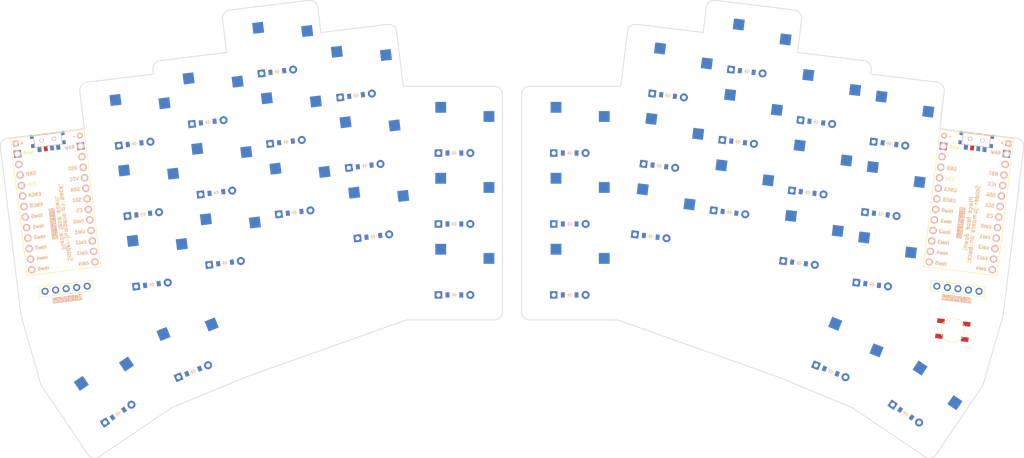
<source format=kicad_pcb>

            
(kicad_pcb (version 20171130) (host pcbnew 5.1.6)

  (page A3)
  (title_block
    (title boardName)
    (rev v1.0.0)
    (company Unknown)
  )

  (general
    (thickness 1.6)
  )

  (layers
    (0 F.Cu signal)
    (31 B.Cu signal)
    (32 B.Adhes user)
    (33 F.Adhes user)
    (34 B.Paste user)
    (35 F.Paste user)
    (36 B.SilkS user)
    (37 F.SilkS user)
    (38 B.Mask user)
    (39 F.Mask user)
    (40 Dwgs.User user)
    (41 Cmts.User user)
    (42 Eco1.User user)
    (43 Eco2.User user)
    (44 Edge.Cuts user)
    (45 Margin user)
    (46 B.CrtYd user)
    (47 F.CrtYd user)
    (48 B.Fab user)
    (49 F.Fab user)
  )

  (setup
    (last_trace_width 0.25)
    (trace_clearance 0.2)
    (zone_clearance 0.508)
    (zone_45_only no)
    (trace_min 0.2)
    (via_size 0.8)
    (via_drill 0.4)
    (via_min_size 0.4)
    (via_min_drill 0.3)
    (uvia_size 0.3)
    (uvia_drill 0.1)
    (uvias_allowed no)
    (uvia_min_size 0.2)
    (uvia_min_drill 0.1)
    (edge_width 0.05)
    (segment_width 0.2)
    (pcb_text_width 0.3)
    (pcb_text_size 1.5 1.5)
    (mod_edge_width 0.12)
    (mod_text_size 1 1)
    (mod_text_width 0.15)
    (pad_size 1.524 1.524)
    (pad_drill 0.762)
    (pad_to_mask_clearance 0.05)
    (aux_axis_origin 0 0)
    (visible_elements FFFFFF7F)
    (pcbplotparams
      (layerselection 0x010fc_ffffffff)
      (usegerberextensions false)
      (usegerberattributes true)
      (usegerberadvancedattributes true)
      (creategerberjobfile true)
      (excludeedgelayer true)
      (linewidth 0.100000)
      (plotframeref false)
      (viasonmask false)
      (mode 1)
      (useauxorigin false)
      (hpglpennumber 1)
      (hpglpenspeed 20)
      (hpglpendiameter 15.000000)
      (psnegative false)
      (psa4output false)
      (plotreference true)
      (plotvalue true)
      (plotinvisibletext false)
      (padsonsilk false)
      (subtractmaskfromsilk false)
      (outputformat 1)
      (mirror false)
      (drillshape 1)
      (scaleselection 1)
      (outputdirectory ""))
  )

            (net 0 "")
(net 1 "pinky_bottom")
(net 2 "pinky_home")
(net 3 "pinky_top")
(net 4 "ring_bottom")
(net 5 "ring_home")
(net 6 "ring_top")
(net 7 "middle_bottom")
(net 8 "middle_home")
(net 9 "middle_top")
(net 10 "index_bottom")
(net 11 "index_home")
(net 12 "index_top")
(net 13 "inner_bottom")
(net 14 "inner_home")
(net 15 "inner_top")
(net 16 "inner_default")
(net 17 "outer_default")
(net 18 "mirror_pinky_bottom")
(net 19 "mirror_pinky_home")
(net 20 "mirror_pinky_top")
(net 21 "mirror_ring_bottom")
(net 22 "mirror_ring_home")
(net 23 "mirror_ring_top")
(net 24 "mirror_middle_bottom")
(net 25 "mirror_middle_home")
(net 26 "mirror_middle_top")
(net 27 "mirror_index_bottom")
(net 28 "mirror_index_home")
(net 29 "mirror_index_top")
(net 30 "mirror_inner_bottom")
(net 31 "mirror_inner_home")
(net 32 "mirror_inner_top")
(net 33 "mirror_inner_default")
(net 34 "mirror_outer_default")
(net 35 "RAW")
(net 36 "GND")
(net 37 "RST")
(net 38 "VCC")
(net 39 "P21")
(net 40 "P20")
(net 41 "P19")
(net 42 "P18")
(net 43 "P15")
(net 44 "P14")
(net 45 "P16")
(net 46 "P10")
(net 47 "P1")
(net 48 "P0")
(net 49 "P2")
(net 50 "P3")
(net 51 "P4")
(net 52 "P5")
(net 53 "P6")
(net 54 "P7")
(net 55 "P8")
(net 56 "P9")
(net 57 "switch_from")
(net 58 "NN_VCC")
(net 59 "NN_GND_SCL")
(net 60 "NN_SDA_CS")
(net 61 "NN_SCL_GND")
(net 62 "NN_CS_SDA")
            
  (net_class Default "This is the default net class."
    (clearance 0.2)
    (trace_width 0.25)
    (via_dia 0.8)
    (via_drill 0.4)
    (uvia_dia 0.3)
    (uvia_drill 0.1)
    (add_net "")
(add_net "pinky_bottom")
(add_net "pinky_home")
(add_net "pinky_top")
(add_net "ring_bottom")
(add_net "ring_home")
(add_net "ring_top")
(add_net "middle_bottom")
(add_net "middle_home")
(add_net "middle_top")
(add_net "index_bottom")
(add_net "index_home")
(add_net "index_top")
(add_net "inner_bottom")
(add_net "inner_home")
(add_net "inner_top")
(add_net "inner_default")
(add_net "outer_default")
(add_net "mirror_pinky_bottom")
(add_net "mirror_pinky_home")
(add_net "mirror_pinky_top")
(add_net "mirror_ring_bottom")
(add_net "mirror_ring_home")
(add_net "mirror_ring_top")
(add_net "mirror_middle_bottom")
(add_net "mirror_middle_home")
(add_net "mirror_middle_top")
(add_net "mirror_index_bottom")
(add_net "mirror_index_home")
(add_net "mirror_index_top")
(add_net "mirror_inner_bottom")
(add_net "mirror_inner_home")
(add_net "mirror_inner_top")
(add_net "mirror_inner_default")
(add_net "mirror_outer_default")
(add_net "RAW")
(add_net "GND")
(add_net "RST")
(add_net "VCC")
(add_net "P21")
(add_net "P20")
(add_net "P19")
(add_net "P18")
(add_net "P15")
(add_net "P14")
(add_net "P16")
(add_net "P10")
(add_net "P1")
(add_net "P0")
(add_net "P2")
(add_net "P3")
(add_net "P4")
(add_net "P5")
(add_net "P6")
(add_net "P7")
(add_net "P8")
(add_net "P9")
(add_net "switch_from")
(add_net "NN_VCC")
(add_net "NN_GND_SCL")
(add_net "NN_SDA_CS")
(add_net "NN_SCL_GND")
(add_net "NN_CS_SDA")
  )

            
        
      (module PG1350 (layer F.Cu) (tedit 5DD50112)
      (at 230 160 0)

      
      (fp_text reference "S1" (at 0 0) (layer F.SilkS) hide (effects (font (size 1.27 1.27) (thickness 0.15))))
      (fp_text value "" (at 0 0) (layer F.SilkS) hide (effects (font (size 1.27 1.27) (thickness 0.15))))

      
      (fp_line (start -7 -6) (end -7 -7) (layer Dwgs.User) (width 0.15))
      (fp_line (start -7 7) (end -6 7) (layer Dwgs.User) (width 0.15))
      (fp_line (start -6 -7) (end -7 -7) (layer Dwgs.User) (width 0.15))
      (fp_line (start -7 7) (end -7 6) (layer Dwgs.User) (width 0.15))
      (fp_line (start 7 6) (end 7 7) (layer Dwgs.User) (width 0.15))
      (fp_line (start 7 -7) (end 6 -7) (layer Dwgs.User) (width 0.15))
      (fp_line (start 6 7) (end 7 7) (layer Dwgs.User) (width 0.15))
      (fp_line (start 7 -7) (end 7 -6) (layer Dwgs.User) (width 0.15))      
      
      
      (pad "" np_thru_hole circle (at 0 0) (size 3.429 3.429) (drill 3.429) (layers *.Cu *.Mask))
        
      
      (pad "" np_thru_hole circle (at 5.5 0) (size 1.7018 1.7018) (drill 1.7018) (layers *.Cu *.Mask))
      (pad "" np_thru_hole circle (at -5.5 0) (size 1.7018 1.7018) (drill 1.7018) (layers *.Cu *.Mask))
      
        
      
      (fp_line (start -9 -8.5) (end 9 -8.5) (layer Dwgs.User) (width 0.15))
      (fp_line (start 9 -8.5) (end 9 8.5) (layer Dwgs.User) (width 0.15))
      (fp_line (start 9 8.5) (end -9 8.5) (layer Dwgs.User) (width 0.15))
      (fp_line (start -9 8.5) (end -9 -8.5) (layer Dwgs.User) (width 0.15))
      
        
          
          (pad "" np_thru_hole circle (at 5 -3.75) (size 3 3) (drill 3) (layers *.Cu *.Mask))
          (pad "" np_thru_hole circle (at 0 -5.95) (size 3 3) (drill 3) (layers *.Cu *.Mask))
      
          
          (pad 1 smd rect (at -3.275 -5.95 0) (size 2.6 2.6) (layers B.Cu B.Paste B.Mask)  (net 0 ""))
          (pad 2 smd rect (at 8.275 -3.75 0) (size 2.6 2.6) (layers B.Cu B.Paste B.Mask)  (net 1 "pinky_bottom"))
        )
        

        
      (module PG1350 (layer F.Cu) (tedit 5DD50112)
      (at 230 143 0)

      
      (fp_text reference "S2" (at 0 0) (layer F.SilkS) hide (effects (font (size 1.27 1.27) (thickness 0.15))))
      (fp_text value "" (at 0 0) (layer F.SilkS) hide (effects (font (size 1.27 1.27) (thickness 0.15))))

      
      (fp_line (start -7 -6) (end -7 -7) (layer Dwgs.User) (width 0.15))
      (fp_line (start -7 7) (end -6 7) (layer Dwgs.User) (width 0.15))
      (fp_line (start -6 -7) (end -7 -7) (layer Dwgs.User) (width 0.15))
      (fp_line (start -7 7) (end -7 6) (layer Dwgs.User) (width 0.15))
      (fp_line (start 7 6) (end 7 7) (layer Dwgs.User) (width 0.15))
      (fp_line (start 7 -7) (end 6 -7) (layer Dwgs.User) (width 0.15))
      (fp_line (start 6 7) (end 7 7) (layer Dwgs.User) (width 0.15))
      (fp_line (start 7 -7) (end 7 -6) (layer Dwgs.User) (width 0.15))      
      
      
      (pad "" np_thru_hole circle (at 0 0) (size 3.429 3.429) (drill 3.429) (layers *.Cu *.Mask))
        
      
      (pad "" np_thru_hole circle (at 5.5 0) (size 1.7018 1.7018) (drill 1.7018) (layers *.Cu *.Mask))
      (pad "" np_thru_hole circle (at -5.5 0) (size 1.7018 1.7018) (drill 1.7018) (layers *.Cu *.Mask))
      
        
      
      (fp_line (start -9 -8.5) (end 9 -8.5) (layer Dwgs.User) (width 0.15))
      (fp_line (start 9 -8.5) (end 9 8.5) (layer Dwgs.User) (width 0.15))
      (fp_line (start 9 8.5) (end -9 8.5) (layer Dwgs.User) (width 0.15))
      (fp_line (start -9 8.5) (end -9 -8.5) (layer Dwgs.User) (width 0.15))
      
        
          
          (pad "" np_thru_hole circle (at 5 -3.75) (size 3 3) (drill 3) (layers *.Cu *.Mask))
          (pad "" np_thru_hole circle (at 0 -5.95) (size 3 3) (drill 3) (layers *.Cu *.Mask))
      
          
          (pad 1 smd rect (at -3.275 -5.95 0) (size 2.6 2.6) (layers B.Cu B.Paste B.Mask)  (net 0 ""))
          (pad 2 smd rect (at 8.275 -3.75 0) (size 2.6 2.6) (layers B.Cu B.Paste B.Mask)  (net 2 "pinky_home"))
        )
        

        
      (module PG1350 (layer F.Cu) (tedit 5DD50112)
      (at 230 126 0)

      
      (fp_text reference "S3" (at 0 0) (layer F.SilkS) hide (effects (font (size 1.27 1.27) (thickness 0.15))))
      (fp_text value "" (at 0 0) (layer F.SilkS) hide (effects (font (size 1.27 1.27) (thickness 0.15))))

      
      (fp_line (start -7 -6) (end -7 -7) (layer Dwgs.User) (width 0.15))
      (fp_line (start -7 7) (end -6 7) (layer Dwgs.User) (width 0.15))
      (fp_line (start -6 -7) (end -7 -7) (layer Dwgs.User) (width 0.15))
      (fp_line (start -7 7) (end -7 6) (layer Dwgs.User) (width 0.15))
      (fp_line (start 7 6) (end 7 7) (layer Dwgs.User) (width 0.15))
      (fp_line (start 7 -7) (end 6 -7) (layer Dwgs.User) (width 0.15))
      (fp_line (start 6 7) (end 7 7) (layer Dwgs.User) (width 0.15))
      (fp_line (start 7 -7) (end 7 -6) (layer Dwgs.User) (width 0.15))      
      
      
      (pad "" np_thru_hole circle (at 0 0) (size 3.429 3.429) (drill 3.429) (layers *.Cu *.Mask))
        
      
      (pad "" np_thru_hole circle (at 5.5 0) (size 1.7018 1.7018) (drill 1.7018) (layers *.Cu *.Mask))
      (pad "" np_thru_hole circle (at -5.5 0) (size 1.7018 1.7018) (drill 1.7018) (layers *.Cu *.Mask))
      
        
      
      (fp_line (start -9 -8.5) (end 9 -8.5) (layer Dwgs.User) (width 0.15))
      (fp_line (start 9 -8.5) (end 9 8.5) (layer Dwgs.User) (width 0.15))
      (fp_line (start 9 8.5) (end -9 8.5) (layer Dwgs.User) (width 0.15))
      (fp_line (start -9 8.5) (end -9 -8.5) (layer Dwgs.User) (width 0.15))
      
        
          
          (pad "" np_thru_hole circle (at 5 -3.75) (size 3 3) (drill 3) (layers *.Cu *.Mask))
          (pad "" np_thru_hole circle (at 0 -5.95) (size 3 3) (drill 3) (layers *.Cu *.Mask))
      
          
          (pad 1 smd rect (at -3.275 -5.95 0) (size 2.6 2.6) (layers B.Cu B.Paste B.Mask)  (net 0 ""))
          (pad 2 smd rect (at 8.275 -3.75 0) (size 2.6 2.6) (layers B.Cu B.Paste B.Mask)  (net 3 "pinky_top"))
        )
        

        
      (module PG1350 (layer F.Cu) (tedit 5DD50112)
      (at 250 146 -7)

      
      (fp_text reference "S4" (at 0 0) (layer F.SilkS) hide (effects (font (size 1.27 1.27) (thickness 0.15))))
      (fp_text value "" (at 0 0) (layer F.SilkS) hide (effects (font (size 1.27 1.27) (thickness 0.15))))

      
      (fp_line (start -7 -6) (end -7 -7) (layer Dwgs.User) (width 0.15))
      (fp_line (start -7 7) (end -6 7) (layer Dwgs.User) (width 0.15))
      (fp_line (start -6 -7) (end -7 -7) (layer Dwgs.User) (width 0.15))
      (fp_line (start -7 7) (end -7 6) (layer Dwgs.User) (width 0.15))
      (fp_line (start 7 6) (end 7 7) (layer Dwgs.User) (width 0.15))
      (fp_line (start 7 -7) (end 6 -7) (layer Dwgs.User) (width 0.15))
      (fp_line (start 6 7) (end 7 7) (layer Dwgs.User) (width 0.15))
      (fp_line (start 7 -7) (end 7 -6) (layer Dwgs.User) (width 0.15))      
      
      
      (pad "" np_thru_hole circle (at 0 0) (size 3.429 3.429) (drill 3.429) (layers *.Cu *.Mask))
        
      
      (pad "" np_thru_hole circle (at 5.5 0) (size 1.7018 1.7018) (drill 1.7018) (layers *.Cu *.Mask))
      (pad "" np_thru_hole circle (at -5.5 0) (size 1.7018 1.7018) (drill 1.7018) (layers *.Cu *.Mask))
      
        
      
      (fp_line (start -9 -8.5) (end 9 -8.5) (layer Dwgs.User) (width 0.15))
      (fp_line (start 9 -8.5) (end 9 8.5) (layer Dwgs.User) (width 0.15))
      (fp_line (start 9 8.5) (end -9 8.5) (layer Dwgs.User) (width 0.15))
      (fp_line (start -9 8.5) (end -9 -8.5) (layer Dwgs.User) (width 0.15))
      
        
          
          (pad "" np_thru_hole circle (at 5 -3.75) (size 3 3) (drill 3) (layers *.Cu *.Mask))
          (pad "" np_thru_hole circle (at 0 -5.95) (size 3 3) (drill 3) (layers *.Cu *.Mask))
      
          
          (pad 1 smd rect (at -3.275 -5.95 -7) (size 2.6 2.6) (layers B.Cu B.Paste B.Mask)  (net 0 ""))
          (pad 2 smd rect (at 8.275 -3.75 -7) (size 2.6 2.6) (layers B.Cu B.Paste B.Mask)  (net 4 "ring_bottom"))
        )
        

        
      (module PG1350 (layer F.Cu) (tedit 5DD50112)
      (at 252.0717788 129.1267154 -7)

      
      (fp_text reference "S5" (at 0 0) (layer F.SilkS) hide (effects (font (size 1.27 1.27) (thickness 0.15))))
      (fp_text value "" (at 0 0) (layer F.SilkS) hide (effects (font (size 1.27 1.27) (thickness 0.15))))

      
      (fp_line (start -7 -6) (end -7 -7) (layer Dwgs.User) (width 0.15))
      (fp_line (start -7 7) (end -6 7) (layer Dwgs.User) (width 0.15))
      (fp_line (start -6 -7) (end -7 -7) (layer Dwgs.User) (width 0.15))
      (fp_line (start -7 7) (end -7 6) (layer Dwgs.User) (width 0.15))
      (fp_line (start 7 6) (end 7 7) (layer Dwgs.User) (width 0.15))
      (fp_line (start 7 -7) (end 6 -7) (layer Dwgs.User) (width 0.15))
      (fp_line (start 6 7) (end 7 7) (layer Dwgs.User) (width 0.15))
      (fp_line (start 7 -7) (end 7 -6) (layer Dwgs.User) (width 0.15))      
      
      
      (pad "" np_thru_hole circle (at 0 0) (size 3.429 3.429) (drill 3.429) (layers *.Cu *.Mask))
        
      
      (pad "" np_thru_hole circle (at 5.5 0) (size 1.7018 1.7018) (drill 1.7018) (layers *.Cu *.Mask))
      (pad "" np_thru_hole circle (at -5.5 0) (size 1.7018 1.7018) (drill 1.7018) (layers *.Cu *.Mask))
      
        
      
      (fp_line (start -9 -8.5) (end 9 -8.5) (layer Dwgs.User) (width 0.15))
      (fp_line (start 9 -8.5) (end 9 8.5) (layer Dwgs.User) (width 0.15))
      (fp_line (start 9 8.5) (end -9 8.5) (layer Dwgs.User) (width 0.15))
      (fp_line (start -9 8.5) (end -9 -8.5) (layer Dwgs.User) (width 0.15))
      
        
          
          (pad "" np_thru_hole circle (at 5 -3.75) (size 3 3) (drill 3) (layers *.Cu *.Mask))
          (pad "" np_thru_hole circle (at 0 -5.95) (size 3 3) (drill 3) (layers *.Cu *.Mask))
      
          
          (pad 1 smd rect (at -3.275 -5.95 -7) (size 2.6 2.6) (layers B.Cu B.Paste B.Mask)  (net 0 ""))
          (pad 2 smd rect (at 8.275 -3.75 -7) (size 2.6 2.6) (layers B.Cu B.Paste B.Mask)  (net 5 "ring_home"))
        )
        

        
      (module PG1350 (layer F.Cu) (tedit 5DD50112)
      (at 254.1435576 112.25343079999999 -7)

      
      (fp_text reference "S6" (at 0 0) (layer F.SilkS) hide (effects (font (size 1.27 1.27) (thickness 0.15))))
      (fp_text value "" (at 0 0) (layer F.SilkS) hide (effects (font (size 1.27 1.27) (thickness 0.15))))

      
      (fp_line (start -7 -6) (end -7 -7) (layer Dwgs.User) (width 0.15))
      (fp_line (start -7 7) (end -6 7) (layer Dwgs.User) (width 0.15))
      (fp_line (start -6 -7) (end -7 -7) (layer Dwgs.User) (width 0.15))
      (fp_line (start -7 7) (end -7 6) (layer Dwgs.User) (width 0.15))
      (fp_line (start 7 6) (end 7 7) (layer Dwgs.User) (width 0.15))
      (fp_line (start 7 -7) (end 6 -7) (layer Dwgs.User) (width 0.15))
      (fp_line (start 6 7) (end 7 7) (layer Dwgs.User) (width 0.15))
      (fp_line (start 7 -7) (end 7 -6) (layer Dwgs.User) (width 0.15))      
      
      
      (pad "" np_thru_hole circle (at 0 0) (size 3.429 3.429) (drill 3.429) (layers *.Cu *.Mask))
        
      
      (pad "" np_thru_hole circle (at 5.5 0) (size 1.7018 1.7018) (drill 1.7018) (layers *.Cu *.Mask))
      (pad "" np_thru_hole circle (at -5.5 0) (size 1.7018 1.7018) (drill 1.7018) (layers *.Cu *.Mask))
      
        
      
      (fp_line (start -9 -8.5) (end 9 -8.5) (layer Dwgs.User) (width 0.15))
      (fp_line (start 9 -8.5) (end 9 8.5) (layer Dwgs.User) (width 0.15))
      (fp_line (start 9 8.5) (end -9 8.5) (layer Dwgs.User) (width 0.15))
      (fp_line (start -9 8.5) (end -9 -8.5) (layer Dwgs.User) (width 0.15))
      
        
          
          (pad "" np_thru_hole circle (at 5 -3.75) (size 3 3) (drill 3) (layers *.Cu *.Mask))
          (pad "" np_thru_hole circle (at 0 -5.95) (size 3 3) (drill 3) (layers *.Cu *.Mask))
      
          
          (pad 1 smd rect (at -3.275 -5.95 -7) (size 2.6 2.6) (layers B.Cu B.Paste B.Mask)  (net 0 ""))
          (pad 2 smd rect (at 8.275 -3.75 -7) (size 2.6 2.6) (layers B.Cu B.Paste B.Mask)  (net 6 "ring_top"))
        )
        

        
      (module PG1350 (layer F.Cu) (tedit 5DD50112)
      (at 268.8407855 140.253279 -7)

      
      (fp_text reference "S7" (at 0 0) (layer F.SilkS) hide (effects (font (size 1.27 1.27) (thickness 0.15))))
      (fp_text value "" (at 0 0) (layer F.SilkS) hide (effects (font (size 1.27 1.27) (thickness 0.15))))

      
      (fp_line (start -7 -6) (end -7 -7) (layer Dwgs.User) (width 0.15))
      (fp_line (start -7 7) (end -6 7) (layer Dwgs.User) (width 0.15))
      (fp_line (start -6 -7) (end -7 -7) (layer Dwgs.User) (width 0.15))
      (fp_line (start -7 7) (end -7 6) (layer Dwgs.User) (width 0.15))
      (fp_line (start 7 6) (end 7 7) (layer Dwgs.User) (width 0.15))
      (fp_line (start 7 -7) (end 6 -7) (layer Dwgs.User) (width 0.15))
      (fp_line (start 6 7) (end 7 7) (layer Dwgs.User) (width 0.15))
      (fp_line (start 7 -7) (end 7 -6) (layer Dwgs.User) (width 0.15))      
      
      
      (pad "" np_thru_hole circle (at 0 0) (size 3.429 3.429) (drill 3.429) (layers *.Cu *.Mask))
        
      
      (pad "" np_thru_hole circle (at 5.5 0) (size 1.7018 1.7018) (drill 1.7018) (layers *.Cu *.Mask))
      (pad "" np_thru_hole circle (at -5.5 0) (size 1.7018 1.7018) (drill 1.7018) (layers *.Cu *.Mask))
      
        
      
      (fp_line (start -9 -8.5) (end 9 -8.5) (layer Dwgs.User) (width 0.15))
      (fp_line (start 9 -8.5) (end 9 8.5) (layer Dwgs.User) (width 0.15))
      (fp_line (start 9 8.5) (end -9 8.5) (layer Dwgs.User) (width 0.15))
      (fp_line (start -9 8.5) (end -9 -8.5) (layer Dwgs.User) (width 0.15))
      
        
          
          (pad "" np_thru_hole circle (at 5 -3.75) (size 3 3) (drill 3) (layers *.Cu *.Mask))
          (pad "" np_thru_hole circle (at 0 -5.95) (size 3 3) (drill 3) (layers *.Cu *.Mask))
      
          
          (pad 1 smd rect (at -3.275 -5.95 -7) (size 2.6 2.6) (layers B.Cu B.Paste B.Mask)  (net 0 ""))
          (pad 2 smd rect (at 8.275 -3.75 -7) (size 2.6 2.6) (layers B.Cu B.Paste B.Mask)  (net 7 "middle_bottom"))
        )
        

        
      (module PG1350 (layer F.Cu) (tedit 5DD50112)
      (at 270.9125643 123.37999439999999 -7)

      
      (fp_text reference "S8" (at 0 0) (layer F.SilkS) hide (effects (font (size 1.27 1.27) (thickness 0.15))))
      (fp_text value "" (at 0 0) (layer F.SilkS) hide (effects (font (size 1.27 1.27) (thickness 0.15))))

      
      (fp_line (start -7 -6) (end -7 -7) (layer Dwgs.User) (width 0.15))
      (fp_line (start -7 7) (end -6 7) (layer Dwgs.User) (width 0.15))
      (fp_line (start -6 -7) (end -7 -7) (layer Dwgs.User) (width 0.15))
      (fp_line (start -7 7) (end -7 6) (layer Dwgs.User) (width 0.15))
      (fp_line (start 7 6) (end 7 7) (layer Dwgs.User) (width 0.15))
      (fp_line (start 7 -7) (end 6 -7) (layer Dwgs.User) (width 0.15))
      (fp_line (start 6 7) (end 7 7) (layer Dwgs.User) (width 0.15))
      (fp_line (start 7 -7) (end 7 -6) (layer Dwgs.User) (width 0.15))      
      
      
      (pad "" np_thru_hole circle (at 0 0) (size 3.429 3.429) (drill 3.429) (layers *.Cu *.Mask))
        
      
      (pad "" np_thru_hole circle (at 5.5 0) (size 1.7018 1.7018) (drill 1.7018) (layers *.Cu *.Mask))
      (pad "" np_thru_hole circle (at -5.5 0) (size 1.7018 1.7018) (drill 1.7018) (layers *.Cu *.Mask))
      
        
      
      (fp_line (start -9 -8.5) (end 9 -8.5) (layer Dwgs.User) (width 0.15))
      (fp_line (start 9 -8.5) (end 9 8.5) (layer Dwgs.User) (width 0.15))
      (fp_line (start 9 8.5) (end -9 8.5) (layer Dwgs.User) (width 0.15))
      (fp_line (start -9 8.5) (end -9 -8.5) (layer Dwgs.User) (width 0.15))
      
        
          
          (pad "" np_thru_hole circle (at 5 -3.75) (size 3 3) (drill 3) (layers *.Cu *.Mask))
          (pad "" np_thru_hole circle (at 0 -5.95) (size 3 3) (drill 3) (layers *.Cu *.Mask))
      
          
          (pad 1 smd rect (at -3.275 -5.95 -7) (size 2.6 2.6) (layers B.Cu B.Paste B.Mask)  (net 0 ""))
          (pad 2 smd rect (at 8.275 -3.75 -7) (size 2.6 2.6) (layers B.Cu B.Paste B.Mask)  (net 8 "middle_home"))
        )
        

        
      (module PG1350 (layer F.Cu) (tedit 5DD50112)
      (at 272.9843431 106.50670979999998 -7)

      
      (fp_text reference "S9" (at 0 0) (layer F.SilkS) hide (effects (font (size 1.27 1.27) (thickness 0.15))))
      (fp_text value "" (at 0 0) (layer F.SilkS) hide (effects (font (size 1.27 1.27) (thickness 0.15))))

      
      (fp_line (start -7 -6) (end -7 -7) (layer Dwgs.User) (width 0.15))
      (fp_line (start -7 7) (end -6 7) (layer Dwgs.User) (width 0.15))
      (fp_line (start -6 -7) (end -7 -7) (layer Dwgs.User) (width 0.15))
      (fp_line (start -7 7) (end -7 6) (layer Dwgs.User) (width 0.15))
      (fp_line (start 7 6) (end 7 7) (layer Dwgs.User) (width 0.15))
      (fp_line (start 7 -7) (end 6 -7) (layer Dwgs.User) (width 0.15))
      (fp_line (start 6 7) (end 7 7) (layer Dwgs.User) (width 0.15))
      (fp_line (start 7 -7) (end 7 -6) (layer Dwgs.User) (width 0.15))      
      
      
      (pad "" np_thru_hole circle (at 0 0) (size 3.429 3.429) (drill 3.429) (layers *.Cu *.Mask))
        
      
      (pad "" np_thru_hole circle (at 5.5 0) (size 1.7018 1.7018) (drill 1.7018) (layers *.Cu *.Mask))
      (pad "" np_thru_hole circle (at -5.5 0) (size 1.7018 1.7018) (drill 1.7018) (layers *.Cu *.Mask))
      
        
      
      (fp_line (start -9 -8.5) (end 9 -8.5) (layer Dwgs.User) (width 0.15))
      (fp_line (start 9 -8.5) (end 9 8.5) (layer Dwgs.User) (width 0.15))
      (fp_line (start 9 8.5) (end -9 8.5) (layer Dwgs.User) (width 0.15))
      (fp_line (start -9 8.5) (end -9 -8.5) (layer Dwgs.User) (width 0.15))
      
        
          
          (pad "" np_thru_hole circle (at 5 -3.75) (size 3 3) (drill 3) (layers *.Cu *.Mask))
          (pad "" np_thru_hole circle (at 0 -5.95) (size 3 3) (drill 3) (layers *.Cu *.Mask))
      
          
          (pad 1 smd rect (at -3.275 -5.95 -7) (size 2.6 2.6) (layers B.Cu B.Paste B.Mask)  (net 0 ""))
          (pad 2 smd rect (at 8.275 -3.75 -7) (size 2.6 2.6) (layers B.Cu B.Paste B.Mask)  (net 9 "middle_top"))
        )
        

        
      (module PG1350 (layer F.Cu) (tedit 5DD50112)
      (at 285.4879228 152.3723887 -7)

      
      (fp_text reference "S10" (at 0 0) (layer F.SilkS) hide (effects (font (size 1.27 1.27) (thickness 0.15))))
      (fp_text value "" (at 0 0) (layer F.SilkS) hide (effects (font (size 1.27 1.27) (thickness 0.15))))

      
      (fp_line (start -7 -6) (end -7 -7) (layer Dwgs.User) (width 0.15))
      (fp_line (start -7 7) (end -6 7) (layer Dwgs.User) (width 0.15))
      (fp_line (start -6 -7) (end -7 -7) (layer Dwgs.User) (width 0.15))
      (fp_line (start -7 7) (end -7 6) (layer Dwgs.User) (width 0.15))
      (fp_line (start 7 6) (end 7 7) (layer Dwgs.User) (width 0.15))
      (fp_line (start 7 -7) (end 6 -7) (layer Dwgs.User) (width 0.15))
      (fp_line (start 6 7) (end 7 7) (layer Dwgs.User) (width 0.15))
      (fp_line (start 7 -7) (end 7 -6) (layer Dwgs.User) (width 0.15))      
      
      
      (pad "" np_thru_hole circle (at 0 0) (size 3.429 3.429) (drill 3.429) (layers *.Cu *.Mask))
        
      
      (pad "" np_thru_hole circle (at 5.5 0) (size 1.7018 1.7018) (drill 1.7018) (layers *.Cu *.Mask))
      (pad "" np_thru_hole circle (at -5.5 0) (size 1.7018 1.7018) (drill 1.7018) (layers *.Cu *.Mask))
      
        
      
      (fp_line (start -9 -8.5) (end 9 -8.5) (layer Dwgs.User) (width 0.15))
      (fp_line (start 9 -8.5) (end 9 8.5) (layer Dwgs.User) (width 0.15))
      (fp_line (start 9 8.5) (end -9 8.5) (layer Dwgs.User) (width 0.15))
      (fp_line (start -9 8.5) (end -9 -8.5) (layer Dwgs.User) (width 0.15))
      
        
          
          (pad "" np_thru_hole circle (at 5 -3.75) (size 3 3) (drill 3) (layers *.Cu *.Mask))
          (pad "" np_thru_hole circle (at 0 -5.95) (size 3 3) (drill 3) (layers *.Cu *.Mask))
      
          
          (pad 1 smd rect (at -3.275 -5.95 -7) (size 2.6 2.6) (layers B.Cu B.Paste B.Mask)  (net 0 ""))
          (pad 2 smd rect (at 8.275 -3.75 -7) (size 2.6 2.6) (layers B.Cu B.Paste B.Mask)  (net 10 "index_bottom"))
        )
        

        
      (module PG1350 (layer F.Cu) (tedit 5DD50112)
      (at 287.5597016 135.49910409999998 -7)

      
      (fp_text reference "S11" (at 0 0) (layer F.SilkS) hide (effects (font (size 1.27 1.27) (thickness 0.15))))
      (fp_text value "" (at 0 0) (layer F.SilkS) hide (effects (font (size 1.27 1.27) (thickness 0.15))))

      
      (fp_line (start -7 -6) (end -7 -7) (layer Dwgs.User) (width 0.15))
      (fp_line (start -7 7) (end -6 7) (layer Dwgs.User) (width 0.15))
      (fp_line (start -6 -7) (end -7 -7) (layer Dwgs.User) (width 0.15))
      (fp_line (start -7 7) (end -7 6) (layer Dwgs.User) (width 0.15))
      (fp_line (start 7 6) (end 7 7) (layer Dwgs.User) (width 0.15))
      (fp_line (start 7 -7) (end 6 -7) (layer Dwgs.User) (width 0.15))
      (fp_line (start 6 7) (end 7 7) (layer Dwgs.User) (width 0.15))
      (fp_line (start 7 -7) (end 7 -6) (layer Dwgs.User) (width 0.15))      
      
      
      (pad "" np_thru_hole circle (at 0 0) (size 3.429 3.429) (drill 3.429) (layers *.Cu *.Mask))
        
      
      (pad "" np_thru_hole circle (at 5.5 0) (size 1.7018 1.7018) (drill 1.7018) (layers *.Cu *.Mask))
      (pad "" np_thru_hole circle (at -5.5 0) (size 1.7018 1.7018) (drill 1.7018) (layers *.Cu *.Mask))
      
        
      
      (fp_line (start -9 -8.5) (end 9 -8.5) (layer Dwgs.User) (width 0.15))
      (fp_line (start 9 -8.5) (end 9 8.5) (layer Dwgs.User) (width 0.15))
      (fp_line (start 9 8.5) (end -9 8.5) (layer Dwgs.User) (width 0.15))
      (fp_line (start -9 8.5) (end -9 -8.5) (layer Dwgs.User) (width 0.15))
      
        
          
          (pad "" np_thru_hole circle (at 5 -3.75) (size 3 3) (drill 3) (layers *.Cu *.Mask))
          (pad "" np_thru_hole circle (at 0 -5.95) (size 3 3) (drill 3) (layers *.Cu *.Mask))
      
          
          (pad 1 smd rect (at -3.275 -5.95 -7) (size 2.6 2.6) (layers B.Cu B.Paste B.Mask)  (net 0 ""))
          (pad 2 smd rect (at 8.275 -3.75 -7) (size 2.6 2.6) (layers B.Cu B.Paste B.Mask)  (net 11 "index_home"))
        )
        

        
      (module PG1350 (layer F.Cu) (tedit 5DD50112)
      (at 289.6314804 118.62581949999998 -7)

      
      (fp_text reference "S12" (at 0 0) (layer F.SilkS) hide (effects (font (size 1.27 1.27) (thickness 0.15))))
      (fp_text value "" (at 0 0) (layer F.SilkS) hide (effects (font (size 1.27 1.27) (thickness 0.15))))

      
      (fp_line (start -7 -6) (end -7 -7) (layer Dwgs.User) (width 0.15))
      (fp_line (start -7 7) (end -6 7) (layer Dwgs.User) (width 0.15))
      (fp_line (start -6 -7) (end -7 -7) (layer Dwgs.User) (width 0.15))
      (fp_line (start -7 7) (end -7 6) (layer Dwgs.User) (width 0.15))
      (fp_line (start 7 6) (end 7 7) (layer Dwgs.User) (width 0.15))
      (fp_line (start 7 -7) (end 6 -7) (layer Dwgs.User) (width 0.15))
      (fp_line (start 6 7) (end 7 7) (layer Dwgs.User) (width 0.15))
      (fp_line (start 7 -7) (end 7 -6) (layer Dwgs.User) (width 0.15))      
      
      
      (pad "" np_thru_hole circle (at 0 0) (size 3.429 3.429) (drill 3.429) (layers *.Cu *.Mask))
        
      
      (pad "" np_thru_hole circle (at 5.5 0) (size 1.7018 1.7018) (drill 1.7018) (layers *.Cu *.Mask))
      (pad "" np_thru_hole circle (at -5.5 0) (size 1.7018 1.7018) (drill 1.7018) (layers *.Cu *.Mask))
      
        
      
      (fp_line (start -9 -8.5) (end 9 -8.5) (layer Dwgs.User) (width 0.15))
      (fp_line (start 9 -8.5) (end 9 8.5) (layer Dwgs.User) (width 0.15))
      (fp_line (start 9 8.5) (end -9 8.5) (layer Dwgs.User) (width 0.15))
      (fp_line (start -9 8.5) (end -9 -8.5) (layer Dwgs.User) (width 0.15))
      
        
          
          (pad "" np_thru_hole circle (at 5 -3.75) (size 3 3) (drill 3) (layers *.Cu *.Mask))
          (pad "" np_thru_hole circle (at 0 -5.95) (size 3 3) (drill 3) (layers *.Cu *.Mask))
      
          
          (pad 1 smd rect (at -3.275 -5.95 -7) (size 2.6 2.6) (layers B.Cu B.Paste B.Mask)  (net 0 ""))
          (pad 2 smd rect (at 8.275 -3.75 -7) (size 2.6 2.6) (layers B.Cu B.Paste B.Mask)  (net 12 "index_top"))
        )
        

        
      (module PG1350 (layer F.Cu) (tedit 5DD50112)
      (at 302.9881455 157.5436753 -7)

      
      (fp_text reference "S13" (at 0 0) (layer F.SilkS) hide (effects (font (size 1.27 1.27) (thickness 0.15))))
      (fp_text value "" (at 0 0) (layer F.SilkS) hide (effects (font (size 1.27 1.27) (thickness 0.15))))

      
      (fp_line (start -7 -6) (end -7 -7) (layer Dwgs.User) (width 0.15))
      (fp_line (start -7 7) (end -6 7) (layer Dwgs.User) (width 0.15))
      (fp_line (start -6 -7) (end -7 -7) (layer Dwgs.User) (width 0.15))
      (fp_line (start -7 7) (end -7 6) (layer Dwgs.User) (width 0.15))
      (fp_line (start 7 6) (end 7 7) (layer Dwgs.User) (width 0.15))
      (fp_line (start 7 -7) (end 6 -7) (layer Dwgs.User) (width 0.15))
      (fp_line (start 6 7) (end 7 7) (layer Dwgs.User) (width 0.15))
      (fp_line (start 7 -7) (end 7 -6) (layer Dwgs.User) (width 0.15))      
      
      
      (pad "" np_thru_hole circle (at 0 0) (size 3.429 3.429) (drill 3.429) (layers *.Cu *.Mask))
        
      
      (pad "" np_thru_hole circle (at 5.5 0) (size 1.7018 1.7018) (drill 1.7018) (layers *.Cu *.Mask))
      (pad "" np_thru_hole circle (at -5.5 0) (size 1.7018 1.7018) (drill 1.7018) (layers *.Cu *.Mask))
      
        
      
      (fp_line (start -9 -8.5) (end 9 -8.5) (layer Dwgs.User) (width 0.15))
      (fp_line (start 9 -8.5) (end 9 8.5) (layer Dwgs.User) (width 0.15))
      (fp_line (start 9 8.5) (end -9 8.5) (layer Dwgs.User) (width 0.15))
      (fp_line (start -9 8.5) (end -9 -8.5) (layer Dwgs.User) (width 0.15))
      
        
          
          (pad "" np_thru_hole circle (at 5 -3.75) (size 3 3) (drill 3) (layers *.Cu *.Mask))
          (pad "" np_thru_hole circle (at 0 -5.95) (size 3 3) (drill 3) (layers *.Cu *.Mask))
      
          
          (pad 1 smd rect (at -3.275 -5.95 -7) (size 2.6 2.6) (layers B.Cu B.Paste B.Mask)  (net 0 ""))
          (pad 2 smd rect (at 8.275 -3.75 -7) (size 2.6 2.6) (layers B.Cu B.Paste B.Mask)  (net 13 "inner_bottom"))
        )
        

        
      (module PG1350 (layer F.Cu) (tedit 5DD50112)
      (at 305.0599243 140.67039069999998 -7)

      
      (fp_text reference "S14" (at 0 0) (layer F.SilkS) hide (effects (font (size 1.27 1.27) (thickness 0.15))))
      (fp_text value "" (at 0 0) (layer F.SilkS) hide (effects (font (size 1.27 1.27) (thickness 0.15))))

      
      (fp_line (start -7 -6) (end -7 -7) (layer Dwgs.User) (width 0.15))
      (fp_line (start -7 7) (end -6 7) (layer Dwgs.User) (width 0.15))
      (fp_line (start -6 -7) (end -7 -7) (layer Dwgs.User) (width 0.15))
      (fp_line (start -7 7) (end -7 6) (layer Dwgs.User) (width 0.15))
      (fp_line (start 7 6) (end 7 7) (layer Dwgs.User) (width 0.15))
      (fp_line (start 7 -7) (end 6 -7) (layer Dwgs.User) (width 0.15))
      (fp_line (start 6 7) (end 7 7) (layer Dwgs.User) (width 0.15))
      (fp_line (start 7 -7) (end 7 -6) (layer Dwgs.User) (width 0.15))      
      
      
      (pad "" np_thru_hole circle (at 0 0) (size 3.429 3.429) (drill 3.429) (layers *.Cu *.Mask))
        
      
      (pad "" np_thru_hole circle (at 5.5 0) (size 1.7018 1.7018) (drill 1.7018) (layers *.Cu *.Mask))
      (pad "" np_thru_hole circle (at -5.5 0) (size 1.7018 1.7018) (drill 1.7018) (layers *.Cu *.Mask))
      
        
      
      (fp_line (start -9 -8.5) (end 9 -8.5) (layer Dwgs.User) (width 0.15))
      (fp_line (start 9 -8.5) (end 9 8.5) (layer Dwgs.User) (width 0.15))
      (fp_line (start 9 8.5) (end -9 8.5) (layer Dwgs.User) (width 0.15))
      (fp_line (start -9 8.5) (end -9 -8.5) (layer Dwgs.User) (width 0.15))
      
        
          
          (pad "" np_thru_hole circle (at 5 -3.75) (size 3 3) (drill 3) (layers *.Cu *.Mask))
          (pad "" np_thru_hole circle (at 0 -5.95) (size 3 3) (drill 3) (layers *.Cu *.Mask))
      
          
          (pad 1 smd rect (at -3.275 -5.95 -7) (size 2.6 2.6) (layers B.Cu B.Paste B.Mask)  (net 0 ""))
          (pad 2 smd rect (at 8.275 -3.75 -7) (size 2.6 2.6) (layers B.Cu B.Paste B.Mask)  (net 14 "inner_home"))
        )
        

        
      (module PG1350 (layer F.Cu) (tedit 5DD50112)
      (at 307.1317031 123.79710609999998 -7)

      
      (fp_text reference "S15" (at 0 0) (layer F.SilkS) hide (effects (font (size 1.27 1.27) (thickness 0.15))))
      (fp_text value "" (at 0 0) (layer F.SilkS) hide (effects (font (size 1.27 1.27) (thickness 0.15))))

      
      (fp_line (start -7 -6) (end -7 -7) (layer Dwgs.User) (width 0.15))
      (fp_line (start -7 7) (end -6 7) (layer Dwgs.User) (width 0.15))
      (fp_line (start -6 -7) (end -7 -7) (layer Dwgs.User) (width 0.15))
      (fp_line (start -7 7) (end -7 6) (layer Dwgs.User) (width 0.15))
      (fp_line (start 7 6) (end 7 7) (layer Dwgs.User) (width 0.15))
      (fp_line (start 7 -7) (end 6 -7) (layer Dwgs.User) (width 0.15))
      (fp_line (start 6 7) (end 7 7) (layer Dwgs.User) (width 0.15))
      (fp_line (start 7 -7) (end 7 -6) (layer Dwgs.User) (width 0.15))      
      
      
      (pad "" np_thru_hole circle (at 0 0) (size 3.429 3.429) (drill 3.429) (layers *.Cu *.Mask))
        
      
      (pad "" np_thru_hole circle (at 5.5 0) (size 1.7018 1.7018) (drill 1.7018) (layers *.Cu *.Mask))
      (pad "" np_thru_hole circle (at -5.5 0) (size 1.7018 1.7018) (drill 1.7018) (layers *.Cu *.Mask))
      
        
      
      (fp_line (start -9 -8.5) (end 9 -8.5) (layer Dwgs.User) (width 0.15))
      (fp_line (start 9 -8.5) (end 9 8.5) (layer Dwgs.User) (width 0.15))
      (fp_line (start 9 8.5) (end -9 8.5) (layer Dwgs.User) (width 0.15))
      (fp_line (start -9 8.5) (end -9 -8.5) (layer Dwgs.User) (width 0.15))
      
        
          
          (pad "" np_thru_hole circle (at 5 -3.75) (size 3 3) (drill 3) (layers *.Cu *.Mask))
          (pad "" np_thru_hole circle (at 0 -5.95) (size 3 3) (drill 3) (layers *.Cu *.Mask))
      
          
          (pad 1 smd rect (at -3.275 -5.95 -7) (size 2.6 2.6) (layers B.Cu B.Paste B.Mask)  (net 0 ""))
          (pad 2 smd rect (at 8.275 -3.75 -7) (size 2.6 2.6) (layers B.Cu B.Paste B.Mask)  (net 15 "inner_top"))
        )
        

        
      (module PG1350 (layer F.Cu) (tedit 5DD50112)
      (at 294.351743 178.6484746 -22)

      
      (fp_text reference "S16" (at 0 0) (layer F.SilkS) hide (effects (font (size 1.27 1.27) (thickness 0.15))))
      (fp_text value "" (at 0 0) (layer F.SilkS) hide (effects (font (size 1.27 1.27) (thickness 0.15))))

      
      (fp_line (start -7 -6) (end -7 -7) (layer Dwgs.User) (width 0.15))
      (fp_line (start -7 7) (end -6 7) (layer Dwgs.User) (width 0.15))
      (fp_line (start -6 -7) (end -7 -7) (layer Dwgs.User) (width 0.15))
      (fp_line (start -7 7) (end -7 6) (layer Dwgs.User) (width 0.15))
      (fp_line (start 7 6) (end 7 7) (layer Dwgs.User) (width 0.15))
      (fp_line (start 7 -7) (end 6 -7) (layer Dwgs.User) (width 0.15))
      (fp_line (start 6 7) (end 7 7) (layer Dwgs.User) (width 0.15))
      (fp_line (start 7 -7) (end 7 -6) (layer Dwgs.User) (width 0.15))      
      
      
      (pad "" np_thru_hole circle (at 0 0) (size 3.429 3.429) (drill 3.429) (layers *.Cu *.Mask))
        
      
      (pad "" np_thru_hole circle (at 5.5 0) (size 1.7018 1.7018) (drill 1.7018) (layers *.Cu *.Mask))
      (pad "" np_thru_hole circle (at -5.5 0) (size 1.7018 1.7018) (drill 1.7018) (layers *.Cu *.Mask))
      
        
      
      (fp_line (start -9 -8.5) (end 9 -8.5) (layer Dwgs.User) (width 0.15))
      (fp_line (start 9 -8.5) (end 9 8.5) (layer Dwgs.User) (width 0.15))
      (fp_line (start 9 8.5) (end -9 8.5) (layer Dwgs.User) (width 0.15))
      (fp_line (start -9 8.5) (end -9 -8.5) (layer Dwgs.User) (width 0.15))
      
        
          
          (pad "" np_thru_hole circle (at 5 -3.75) (size 3 3) (drill 3) (layers *.Cu *.Mask))
          (pad "" np_thru_hole circle (at 0 -5.95) (size 3 3) (drill 3) (layers *.Cu *.Mask))
      
          
          (pad 1 smd rect (at -3.275 -5.95 -22) (size 2.6 2.6) (layers B.Cu B.Paste B.Mask)  (net 0 ""))
          (pad 2 smd rect (at 8.275 -3.75 -22) (size 2.6 2.6) (layers B.Cu B.Paste B.Mask)  (net 16 "inner_default"))
        )
        

        
      (module PG1350 (layer F.Cu) (tedit 5DD50112)
      (at 313.2388168 189.2862401 -34)

      
      (fp_text reference "S17" (at 0 0) (layer F.SilkS) hide (effects (font (size 1.27 1.27) (thickness 0.15))))
      (fp_text value "" (at 0 0) (layer F.SilkS) hide (effects (font (size 1.27 1.27) (thickness 0.15))))

      
      (fp_line (start -7 -6) (end -7 -7) (layer Dwgs.User) (width 0.15))
      (fp_line (start -7 7) (end -6 7) (layer Dwgs.User) (width 0.15))
      (fp_line (start -6 -7) (end -7 -7) (layer Dwgs.User) (width 0.15))
      (fp_line (start -7 7) (end -7 6) (layer Dwgs.User) (width 0.15))
      (fp_line (start 7 6) (end 7 7) (layer Dwgs.User) (width 0.15))
      (fp_line (start 7 -7) (end 6 -7) (layer Dwgs.User) (width 0.15))
      (fp_line (start 6 7) (end 7 7) (layer Dwgs.User) (width 0.15))
      (fp_line (start 7 -7) (end 7 -6) (layer Dwgs.User) (width 0.15))      
      
      
      (pad "" np_thru_hole circle (at 0 0) (size 3.429 3.429) (drill 3.429) (layers *.Cu *.Mask))
        
      
      (pad "" np_thru_hole circle (at 5.5 0) (size 1.7018 1.7018) (drill 1.7018) (layers *.Cu *.Mask))
      (pad "" np_thru_hole circle (at -5.5 0) (size 1.7018 1.7018) (drill 1.7018) (layers *.Cu *.Mask))
      
        
      
      (fp_line (start -9 -8.5) (end 9 -8.5) (layer Dwgs.User) (width 0.15))
      (fp_line (start 9 -8.5) (end 9 8.5) (layer Dwgs.User) (width 0.15))
      (fp_line (start 9 8.5) (end -9 8.5) (layer Dwgs.User) (width 0.15))
      (fp_line (start -9 8.5) (end -9 -8.5) (layer Dwgs.User) (width 0.15))
      
        
          
          (pad "" np_thru_hole circle (at 5 -3.75) (size 3 3) (drill 3) (layers *.Cu *.Mask))
          (pad "" np_thru_hole circle (at 0 -5.95) (size 3 3) (drill 3) (layers *.Cu *.Mask))
      
          
          (pad 1 smd rect (at -3.275 -5.95 -34) (size 2.6 2.6) (layers B.Cu B.Paste B.Mask)  (net 0 ""))
          (pad 2 smd rect (at 8.275 -3.75 -34) (size 2.6 2.6) (layers B.Cu B.Paste B.Mask)  (net 17 "outer_default"))
        )
        

        
      (module PG1350 (layer F.Cu) (tedit 5DD50112)
      (at 202.39999999999998 160 0)

      
      (fp_text reference "S18" (at 0 0) (layer F.SilkS) hide (effects (font (size 1.27 1.27) (thickness 0.15))))
      (fp_text value "" (at 0 0) (layer F.SilkS) hide (effects (font (size 1.27 1.27) (thickness 0.15))))

      
      (fp_line (start -7 -6) (end -7 -7) (layer Dwgs.User) (width 0.15))
      (fp_line (start -7 7) (end -6 7) (layer Dwgs.User) (width 0.15))
      (fp_line (start -6 -7) (end -7 -7) (layer Dwgs.User) (width 0.15))
      (fp_line (start -7 7) (end -7 6) (layer Dwgs.User) (width 0.15))
      (fp_line (start 7 6) (end 7 7) (layer Dwgs.User) (width 0.15))
      (fp_line (start 7 -7) (end 6 -7) (layer Dwgs.User) (width 0.15))
      (fp_line (start 6 7) (end 7 7) (layer Dwgs.User) (width 0.15))
      (fp_line (start 7 -7) (end 7 -6) (layer Dwgs.User) (width 0.15))      
      
      
      (pad "" np_thru_hole circle (at 0 0) (size 3.429 3.429) (drill 3.429) (layers *.Cu *.Mask))
        
      
      (pad "" np_thru_hole circle (at 5.5 0) (size 1.7018 1.7018) (drill 1.7018) (layers *.Cu *.Mask))
      (pad "" np_thru_hole circle (at -5.5 0) (size 1.7018 1.7018) (drill 1.7018) (layers *.Cu *.Mask))
      
        
      
      (fp_line (start -9 -8.5) (end 9 -8.5) (layer Dwgs.User) (width 0.15))
      (fp_line (start 9 -8.5) (end 9 8.5) (layer Dwgs.User) (width 0.15))
      (fp_line (start 9 8.5) (end -9 8.5) (layer Dwgs.User) (width 0.15))
      (fp_line (start -9 8.5) (end -9 -8.5) (layer Dwgs.User) (width 0.15))
      
        
          
          (pad "" np_thru_hole circle (at 5 -3.75) (size 3 3) (drill 3) (layers *.Cu *.Mask))
          (pad "" np_thru_hole circle (at 0 -5.95) (size 3 3) (drill 3) (layers *.Cu *.Mask))
      
          
          (pad 1 smd rect (at -3.275 -5.95 0) (size 2.6 2.6) (layers B.Cu B.Paste B.Mask)  (net 0 ""))
          (pad 2 smd rect (at 8.275 -3.75 0) (size 2.6 2.6) (layers B.Cu B.Paste B.Mask)  (net 18 "mirror_pinky_bottom"))
        )
        

        
      (module PG1350 (layer F.Cu) (tedit 5DD50112)
      (at 202.39999999999998 143 0)

      
      (fp_text reference "S19" (at 0 0) (layer F.SilkS) hide (effects (font (size 1.27 1.27) (thickness 0.15))))
      (fp_text value "" (at 0 0) (layer F.SilkS) hide (effects (font (size 1.27 1.27) (thickness 0.15))))

      
      (fp_line (start -7 -6) (end -7 -7) (layer Dwgs.User) (width 0.15))
      (fp_line (start -7 7) (end -6 7) (layer Dwgs.User) (width 0.15))
      (fp_line (start -6 -7) (end -7 -7) (layer Dwgs.User) (width 0.15))
      (fp_line (start -7 7) (end -7 6) (layer Dwgs.User) (width 0.15))
      (fp_line (start 7 6) (end 7 7) (layer Dwgs.User) (width 0.15))
      (fp_line (start 7 -7) (end 6 -7) (layer Dwgs.User) (width 0.15))
      (fp_line (start 6 7) (end 7 7) (layer Dwgs.User) (width 0.15))
      (fp_line (start 7 -7) (end 7 -6) (layer Dwgs.User) (width 0.15))      
      
      
      (pad "" np_thru_hole circle (at 0 0) (size 3.429 3.429) (drill 3.429) (layers *.Cu *.Mask))
        
      
      (pad "" np_thru_hole circle (at 5.5 0) (size 1.7018 1.7018) (drill 1.7018) (layers *.Cu *.Mask))
      (pad "" np_thru_hole circle (at -5.5 0) (size 1.7018 1.7018) (drill 1.7018) (layers *.Cu *.Mask))
      
        
      
      (fp_line (start -9 -8.5) (end 9 -8.5) (layer Dwgs.User) (width 0.15))
      (fp_line (start 9 -8.5) (end 9 8.5) (layer Dwgs.User) (width 0.15))
      (fp_line (start 9 8.5) (end -9 8.5) (layer Dwgs.User) (width 0.15))
      (fp_line (start -9 8.5) (end -9 -8.5) (layer Dwgs.User) (width 0.15))
      
        
          
          (pad "" np_thru_hole circle (at 5 -3.75) (size 3 3) (drill 3) (layers *.Cu *.Mask))
          (pad "" np_thru_hole circle (at 0 -5.95) (size 3 3) (drill 3) (layers *.Cu *.Mask))
      
          
          (pad 1 smd rect (at -3.275 -5.95 0) (size 2.6 2.6) (layers B.Cu B.Paste B.Mask)  (net 0 ""))
          (pad 2 smd rect (at 8.275 -3.75 0) (size 2.6 2.6) (layers B.Cu B.Paste B.Mask)  (net 19 "mirror_pinky_home"))
        )
        

        
      (module PG1350 (layer F.Cu) (tedit 5DD50112)
      (at 202.39999999999998 126 0)

      
      (fp_text reference "S20" (at 0 0) (layer F.SilkS) hide (effects (font (size 1.27 1.27) (thickness 0.15))))
      (fp_text value "" (at 0 0) (layer F.SilkS) hide (effects (font (size 1.27 1.27) (thickness 0.15))))

      
      (fp_line (start -7 -6) (end -7 -7) (layer Dwgs.User) (width 0.15))
      (fp_line (start -7 7) (end -6 7) (layer Dwgs.User) (width 0.15))
      (fp_line (start -6 -7) (end -7 -7) (layer Dwgs.User) (width 0.15))
      (fp_line (start -7 7) (end -7 6) (layer Dwgs.User) (width 0.15))
      (fp_line (start 7 6) (end 7 7) (layer Dwgs.User) (width 0.15))
      (fp_line (start 7 -7) (end 6 -7) (layer Dwgs.User) (width 0.15))
      (fp_line (start 6 7) (end 7 7) (layer Dwgs.User) (width 0.15))
      (fp_line (start 7 -7) (end 7 -6) (layer Dwgs.User) (width 0.15))      
      
      
      (pad "" np_thru_hole circle (at 0 0) (size 3.429 3.429) (drill 3.429) (layers *.Cu *.Mask))
        
      
      (pad "" np_thru_hole circle (at 5.5 0) (size 1.7018 1.7018) (drill 1.7018) (layers *.Cu *.Mask))
      (pad "" np_thru_hole circle (at -5.5 0) (size 1.7018 1.7018) (drill 1.7018) (layers *.Cu *.Mask))
      
        
      
      (fp_line (start -9 -8.5) (end 9 -8.5) (layer Dwgs.User) (width 0.15))
      (fp_line (start 9 -8.5) (end 9 8.5) (layer Dwgs.User) (width 0.15))
      (fp_line (start 9 8.5) (end -9 8.5) (layer Dwgs.User) (width 0.15))
      (fp_line (start -9 8.5) (end -9 -8.5) (layer Dwgs.User) (width 0.15))
      
        
          
          (pad "" np_thru_hole circle (at 5 -3.75) (size 3 3) (drill 3) (layers *.Cu *.Mask))
          (pad "" np_thru_hole circle (at 0 -5.95) (size 3 3) (drill 3) (layers *.Cu *.Mask))
      
          
          (pad 1 smd rect (at -3.275 -5.95 0) (size 2.6 2.6) (layers B.Cu B.Paste B.Mask)  (net 0 ""))
          (pad 2 smd rect (at 8.275 -3.75 0) (size 2.6 2.6) (layers B.Cu B.Paste B.Mask)  (net 20 "mirror_pinky_top"))
        )
        

        
      (module PG1350 (layer F.Cu) (tedit 5DD50112)
      (at 182.39999999999998 146 7)

      
      (fp_text reference "S21" (at 0 0) (layer F.SilkS) hide (effects (font (size 1.27 1.27) (thickness 0.15))))
      (fp_text value "" (at 0 0) (layer F.SilkS) hide (effects (font (size 1.27 1.27) (thickness 0.15))))

      
      (fp_line (start -7 -6) (end -7 -7) (layer Dwgs.User) (width 0.15))
      (fp_line (start -7 7) (end -6 7) (layer Dwgs.User) (width 0.15))
      (fp_line (start -6 -7) (end -7 -7) (layer Dwgs.User) (width 0.15))
      (fp_line (start -7 7) (end -7 6) (layer Dwgs.User) (width 0.15))
      (fp_line (start 7 6) (end 7 7) (layer Dwgs.User) (width 0.15))
      (fp_line (start 7 -7) (end 6 -7) (layer Dwgs.User) (width 0.15))
      (fp_line (start 6 7) (end 7 7) (layer Dwgs.User) (width 0.15))
      (fp_line (start 7 -7) (end 7 -6) (layer Dwgs.User) (width 0.15))      
      
      
      (pad "" np_thru_hole circle (at 0 0) (size 3.429 3.429) (drill 3.429) (layers *.Cu *.Mask))
        
      
      (pad "" np_thru_hole circle (at 5.5 0) (size 1.7018 1.7018) (drill 1.7018) (layers *.Cu *.Mask))
      (pad "" np_thru_hole circle (at -5.5 0) (size 1.7018 1.7018) (drill 1.7018) (layers *.Cu *.Mask))
      
        
      
      (fp_line (start -9 -8.5) (end 9 -8.5) (layer Dwgs.User) (width 0.15))
      (fp_line (start 9 -8.5) (end 9 8.5) (layer Dwgs.User) (width 0.15))
      (fp_line (start 9 8.5) (end -9 8.5) (layer Dwgs.User) (width 0.15))
      (fp_line (start -9 8.5) (end -9 -8.5) (layer Dwgs.User) (width 0.15))
      
        
          
          (pad "" np_thru_hole circle (at 5 -3.75) (size 3 3) (drill 3) (layers *.Cu *.Mask))
          (pad "" np_thru_hole circle (at 0 -5.95) (size 3 3) (drill 3) (layers *.Cu *.Mask))
      
          
          (pad 1 smd rect (at -3.275 -5.95 7) (size 2.6 2.6) (layers B.Cu B.Paste B.Mask)  (net 0 ""))
          (pad 2 smd rect (at 8.275 -3.75 7) (size 2.6 2.6) (layers B.Cu B.Paste B.Mask)  (net 21 "mirror_ring_bottom"))
        )
        

        
      (module PG1350 (layer F.Cu) (tedit 5DD50112)
      (at 180.32822119999997 129.1267154 7)

      
      (fp_text reference "S22" (at 0 0) (layer F.SilkS) hide (effects (font (size 1.27 1.27) (thickness 0.15))))
      (fp_text value "" (at 0 0) (layer F.SilkS) hide (effects (font (size 1.27 1.27) (thickness 0.15))))

      
      (fp_line (start -7 -6) (end -7 -7) (layer Dwgs.User) (width 0.15))
      (fp_line (start -7 7) (end -6 7) (layer Dwgs.User) (width 0.15))
      (fp_line (start -6 -7) (end -7 -7) (layer Dwgs.User) (width 0.15))
      (fp_line (start -7 7) (end -7 6) (layer Dwgs.User) (width 0.15))
      (fp_line (start 7 6) (end 7 7) (layer Dwgs.User) (width 0.15))
      (fp_line (start 7 -7) (end 6 -7) (layer Dwgs.User) (width 0.15))
      (fp_line (start 6 7) (end 7 7) (layer Dwgs.User) (width 0.15))
      (fp_line (start 7 -7) (end 7 -6) (layer Dwgs.User) (width 0.15))      
      
      
      (pad "" np_thru_hole circle (at 0 0) (size 3.429 3.429) (drill 3.429) (layers *.Cu *.Mask))
        
      
      (pad "" np_thru_hole circle (at 5.5 0) (size 1.7018 1.7018) (drill 1.7018) (layers *.Cu *.Mask))
      (pad "" np_thru_hole circle (at -5.5 0) (size 1.7018 1.7018) (drill 1.7018) (layers *.Cu *.Mask))
      
        
      
      (fp_line (start -9 -8.5) (end 9 -8.5) (layer Dwgs.User) (width 0.15))
      (fp_line (start 9 -8.5) (end 9 8.5) (layer Dwgs.User) (width 0.15))
      (fp_line (start 9 8.5) (end -9 8.5) (layer Dwgs.User) (width 0.15))
      (fp_line (start -9 8.5) (end -9 -8.5) (layer Dwgs.User) (width 0.15))
      
        
          
          (pad "" np_thru_hole circle (at 5 -3.75) (size 3 3) (drill 3) (layers *.Cu *.Mask))
          (pad "" np_thru_hole circle (at 0 -5.95) (size 3 3) (drill 3) (layers *.Cu *.Mask))
      
          
          (pad 1 smd rect (at -3.275 -5.95 7) (size 2.6 2.6) (layers B.Cu B.Paste B.Mask)  (net 0 ""))
          (pad 2 smd rect (at 8.275 -3.75 7) (size 2.6 2.6) (layers B.Cu B.Paste B.Mask)  (net 22 "mirror_ring_home"))
        )
        

        
      (module PG1350 (layer F.Cu) (tedit 5DD50112)
      (at 178.25644239999997 112.25343079999999 7)

      
      (fp_text reference "S23" (at 0 0) (layer F.SilkS) hide (effects (font (size 1.27 1.27) (thickness 0.15))))
      (fp_text value "" (at 0 0) (layer F.SilkS) hide (effects (font (size 1.27 1.27) (thickness 0.15))))

      
      (fp_line (start -7 -6) (end -7 -7) (layer Dwgs.User) (width 0.15))
      (fp_line (start -7 7) (end -6 7) (layer Dwgs.User) (width 0.15))
      (fp_line (start -6 -7) (end -7 -7) (layer Dwgs.User) (width 0.15))
      (fp_line (start -7 7) (end -7 6) (layer Dwgs.User) (width 0.15))
      (fp_line (start 7 6) (end 7 7) (layer Dwgs.User) (width 0.15))
      (fp_line (start 7 -7) (end 6 -7) (layer Dwgs.User) (width 0.15))
      (fp_line (start 6 7) (end 7 7) (layer Dwgs.User) (width 0.15))
      (fp_line (start 7 -7) (end 7 -6) (layer Dwgs.User) (width 0.15))      
      
      
      (pad "" np_thru_hole circle (at 0 0) (size 3.429 3.429) (drill 3.429) (layers *.Cu *.Mask))
        
      
      (pad "" np_thru_hole circle (at 5.5 0) (size 1.7018 1.7018) (drill 1.7018) (layers *.Cu *.Mask))
      (pad "" np_thru_hole circle (at -5.5 0) (size 1.7018 1.7018) (drill 1.7018) (layers *.Cu *.Mask))
      
        
      
      (fp_line (start -9 -8.5) (end 9 -8.5) (layer Dwgs.User) (width 0.15))
      (fp_line (start 9 -8.5) (end 9 8.5) (layer Dwgs.User) (width 0.15))
      (fp_line (start 9 8.5) (end -9 8.5) (layer Dwgs.User) (width 0.15))
      (fp_line (start -9 8.5) (end -9 -8.5) (layer Dwgs.User) (width 0.15))
      
        
          
          (pad "" np_thru_hole circle (at 5 -3.75) (size 3 3) (drill 3) (layers *.Cu *.Mask))
          (pad "" np_thru_hole circle (at 0 -5.95) (size 3 3) (drill 3) (layers *.Cu *.Mask))
      
          
          (pad 1 smd rect (at -3.275 -5.95 7) (size 2.6 2.6) (layers B.Cu B.Paste B.Mask)  (net 0 ""))
          (pad 2 smd rect (at 8.275 -3.75 7) (size 2.6 2.6) (layers B.Cu B.Paste B.Mask)  (net 23 "mirror_ring_top"))
        )
        

        
      (module PG1350 (layer F.Cu) (tedit 5DD50112)
      (at 163.5592145 140.253279 7)

      
      (fp_text reference "S24" (at 0 0) (layer F.SilkS) hide (effects (font (size 1.27 1.27) (thickness 0.15))))
      (fp_text value "" (at 0 0) (layer F.SilkS) hide (effects (font (size 1.27 1.27) (thickness 0.15))))

      
      (fp_line (start -7 -6) (end -7 -7) (layer Dwgs.User) (width 0.15))
      (fp_line (start -7 7) (end -6 7) (layer Dwgs.User) (width 0.15))
      (fp_line (start -6 -7) (end -7 -7) (layer Dwgs.User) (width 0.15))
      (fp_line (start -7 7) (end -7 6) (layer Dwgs.User) (width 0.15))
      (fp_line (start 7 6) (end 7 7) (layer Dwgs.User) (width 0.15))
      (fp_line (start 7 -7) (end 6 -7) (layer Dwgs.User) (width 0.15))
      (fp_line (start 6 7) (end 7 7) (layer Dwgs.User) (width 0.15))
      (fp_line (start 7 -7) (end 7 -6) (layer Dwgs.User) (width 0.15))      
      
      
      (pad "" np_thru_hole circle (at 0 0) (size 3.429 3.429) (drill 3.429) (layers *.Cu *.Mask))
        
      
      (pad "" np_thru_hole circle (at 5.5 0) (size 1.7018 1.7018) (drill 1.7018) (layers *.Cu *.Mask))
      (pad "" np_thru_hole circle (at -5.5 0) (size 1.7018 1.7018) (drill 1.7018) (layers *.Cu *.Mask))
      
        
      
      (fp_line (start -9 -8.5) (end 9 -8.5) (layer Dwgs.User) (width 0.15))
      (fp_line (start 9 -8.5) (end 9 8.5) (layer Dwgs.User) (width 0.15))
      (fp_line (start 9 8.5) (end -9 8.5) (layer Dwgs.User) (width 0.15))
      (fp_line (start -9 8.5) (end -9 -8.5) (layer Dwgs.User) (width 0.15))
      
        
          
          (pad "" np_thru_hole circle (at 5 -3.75) (size 3 3) (drill 3) (layers *.Cu *.Mask))
          (pad "" np_thru_hole circle (at 0 -5.95) (size 3 3) (drill 3) (layers *.Cu *.Mask))
      
          
          (pad 1 smd rect (at -3.275 -5.95 7) (size 2.6 2.6) (layers B.Cu B.Paste B.Mask)  (net 0 ""))
          (pad 2 smd rect (at 8.275 -3.75 7) (size 2.6 2.6) (layers B.Cu B.Paste B.Mask)  (net 24 "mirror_middle_bottom"))
        )
        

        
      (module PG1350 (layer F.Cu) (tedit 5DD50112)
      (at 161.4874357 123.37999439999999 7)

      
      (fp_text reference "S25" (at 0 0) (layer F.SilkS) hide (effects (font (size 1.27 1.27) (thickness 0.15))))
      (fp_text value "" (at 0 0) (layer F.SilkS) hide (effects (font (size 1.27 1.27) (thickness 0.15))))

      
      (fp_line (start -7 -6) (end -7 -7) (layer Dwgs.User) (width 0.15))
      (fp_line (start -7 7) (end -6 7) (layer Dwgs.User) (width 0.15))
      (fp_line (start -6 -7) (end -7 -7) (layer Dwgs.User) (width 0.15))
      (fp_line (start -7 7) (end -7 6) (layer Dwgs.User) (width 0.15))
      (fp_line (start 7 6) (end 7 7) (layer Dwgs.User) (width 0.15))
      (fp_line (start 7 -7) (end 6 -7) (layer Dwgs.User) (width 0.15))
      (fp_line (start 6 7) (end 7 7) (layer Dwgs.User) (width 0.15))
      (fp_line (start 7 -7) (end 7 -6) (layer Dwgs.User) (width 0.15))      
      
      
      (pad "" np_thru_hole circle (at 0 0) (size 3.429 3.429) (drill 3.429) (layers *.Cu *.Mask))
        
      
      (pad "" np_thru_hole circle (at 5.5 0) (size 1.7018 1.7018) (drill 1.7018) (layers *.Cu *.Mask))
      (pad "" np_thru_hole circle (at -5.5 0) (size 1.7018 1.7018) (drill 1.7018) (layers *.Cu *.Mask))
      
        
      
      (fp_line (start -9 -8.5) (end 9 -8.5) (layer Dwgs.User) (width 0.15))
      (fp_line (start 9 -8.5) (end 9 8.5) (layer Dwgs.User) (width 0.15))
      (fp_line (start 9 8.5) (end -9 8.5) (layer Dwgs.User) (width 0.15))
      (fp_line (start -9 8.5) (end -9 -8.5) (layer Dwgs.User) (width 0.15))
      
        
          
          (pad "" np_thru_hole circle (at 5 -3.75) (size 3 3) (drill 3) (layers *.Cu *.Mask))
          (pad "" np_thru_hole circle (at 0 -5.95) (size 3 3) (drill 3) (layers *.Cu *.Mask))
      
          
          (pad 1 smd rect (at -3.275 -5.95 7) (size 2.6 2.6) (layers B.Cu B.Paste B.Mask)  (net 0 ""))
          (pad 2 smd rect (at 8.275 -3.75 7) (size 2.6 2.6) (layers B.Cu B.Paste B.Mask)  (net 25 "mirror_middle_home"))
        )
        

        
      (module PG1350 (layer F.Cu) (tedit 5DD50112)
      (at 159.4156569 106.50670979999998 7)

      
      (fp_text reference "S26" (at 0 0) (layer F.SilkS) hide (effects (font (size 1.27 1.27) (thickness 0.15))))
      (fp_text value "" (at 0 0) (layer F.SilkS) hide (effects (font (size 1.27 1.27) (thickness 0.15))))

      
      (fp_line (start -7 -6) (end -7 -7) (layer Dwgs.User) (width 0.15))
      (fp_line (start -7 7) (end -6 7) (layer Dwgs.User) (width 0.15))
      (fp_line (start -6 -7) (end -7 -7) (layer Dwgs.User) (width 0.15))
      (fp_line (start -7 7) (end -7 6) (layer Dwgs.User) (width 0.15))
      (fp_line (start 7 6) (end 7 7) (layer Dwgs.User) (width 0.15))
      (fp_line (start 7 -7) (end 6 -7) (layer Dwgs.User) (width 0.15))
      (fp_line (start 6 7) (end 7 7) (layer Dwgs.User) (width 0.15))
      (fp_line (start 7 -7) (end 7 -6) (layer Dwgs.User) (width 0.15))      
      
      
      (pad "" np_thru_hole circle (at 0 0) (size 3.429 3.429) (drill 3.429) (layers *.Cu *.Mask))
        
      
      (pad "" np_thru_hole circle (at 5.5 0) (size 1.7018 1.7018) (drill 1.7018) (layers *.Cu *.Mask))
      (pad "" np_thru_hole circle (at -5.5 0) (size 1.7018 1.7018) (drill 1.7018) (layers *.Cu *.Mask))
      
        
      
      (fp_line (start -9 -8.5) (end 9 -8.5) (layer Dwgs.User) (width 0.15))
      (fp_line (start 9 -8.5) (end 9 8.5) (layer Dwgs.User) (width 0.15))
      (fp_line (start 9 8.5) (end -9 8.5) (layer Dwgs.User) (width 0.15))
      (fp_line (start -9 8.5) (end -9 -8.5) (layer Dwgs.User) (width 0.15))
      
        
          
          (pad "" np_thru_hole circle (at 5 -3.75) (size 3 3) (drill 3) (layers *.Cu *.Mask))
          (pad "" np_thru_hole circle (at 0 -5.95) (size 3 3) (drill 3) (layers *.Cu *.Mask))
      
          
          (pad 1 smd rect (at -3.275 -5.95 7) (size 2.6 2.6) (layers B.Cu B.Paste B.Mask)  (net 0 ""))
          (pad 2 smd rect (at 8.275 -3.75 7) (size 2.6 2.6) (layers B.Cu B.Paste B.Mask)  (net 26 "mirror_middle_top"))
        )
        

        
      (module PG1350 (layer F.Cu) (tedit 5DD50112)
      (at 146.9120772 152.3723887 7)

      
      (fp_text reference "S27" (at 0 0) (layer F.SilkS) hide (effects (font (size 1.27 1.27) (thickness 0.15))))
      (fp_text value "" (at 0 0) (layer F.SilkS) hide (effects (font (size 1.27 1.27) (thickness 0.15))))

      
      (fp_line (start -7 -6) (end -7 -7) (layer Dwgs.User) (width 0.15))
      (fp_line (start -7 7) (end -6 7) (layer Dwgs.User) (width 0.15))
      (fp_line (start -6 -7) (end -7 -7) (layer Dwgs.User) (width 0.15))
      (fp_line (start -7 7) (end -7 6) (layer Dwgs.User) (width 0.15))
      (fp_line (start 7 6) (end 7 7) (layer Dwgs.User) (width 0.15))
      (fp_line (start 7 -7) (end 6 -7) (layer Dwgs.User) (width 0.15))
      (fp_line (start 6 7) (end 7 7) (layer Dwgs.User) (width 0.15))
      (fp_line (start 7 -7) (end 7 -6) (layer Dwgs.User) (width 0.15))      
      
      
      (pad "" np_thru_hole circle (at 0 0) (size 3.429 3.429) (drill 3.429) (layers *.Cu *.Mask))
        
      
      (pad "" np_thru_hole circle (at 5.5 0) (size 1.7018 1.7018) (drill 1.7018) (layers *.Cu *.Mask))
      (pad "" np_thru_hole circle (at -5.5 0) (size 1.7018 1.7018) (drill 1.7018) (layers *.Cu *.Mask))
      
        
      
      (fp_line (start -9 -8.5) (end 9 -8.5) (layer Dwgs.User) (width 0.15))
      (fp_line (start 9 -8.5) (end 9 8.5) (layer Dwgs.User) (width 0.15))
      (fp_line (start 9 8.5) (end -9 8.5) (layer Dwgs.User) (width 0.15))
      (fp_line (start -9 8.5) (end -9 -8.5) (layer Dwgs.User) (width 0.15))
      
        
          
          (pad "" np_thru_hole circle (at 5 -3.75) (size 3 3) (drill 3) (layers *.Cu *.Mask))
          (pad "" np_thru_hole circle (at 0 -5.95) (size 3 3) (drill 3) (layers *.Cu *.Mask))
      
          
          (pad 1 smd rect (at -3.275 -5.95 7) (size 2.6 2.6) (layers B.Cu B.Paste B.Mask)  (net 0 ""))
          (pad 2 smd rect (at 8.275 -3.75 7) (size 2.6 2.6) (layers B.Cu B.Paste B.Mask)  (net 27 "mirror_index_bottom"))
        )
        

        
      (module PG1350 (layer F.Cu) (tedit 5DD50112)
      (at 144.8402984 135.49910409999998 7)

      
      (fp_text reference "S28" (at 0 0) (layer F.SilkS) hide (effects (font (size 1.27 1.27) (thickness 0.15))))
      (fp_text value "" (at 0 0) (layer F.SilkS) hide (effects (font (size 1.27 1.27) (thickness 0.15))))

      
      (fp_line (start -7 -6) (end -7 -7) (layer Dwgs.User) (width 0.15))
      (fp_line (start -7 7) (end -6 7) (layer Dwgs.User) (width 0.15))
      (fp_line (start -6 -7) (end -7 -7) (layer Dwgs.User) (width 0.15))
      (fp_line (start -7 7) (end -7 6) (layer Dwgs.User) (width 0.15))
      (fp_line (start 7 6) (end 7 7) (layer Dwgs.User) (width 0.15))
      (fp_line (start 7 -7) (end 6 -7) (layer Dwgs.User) (width 0.15))
      (fp_line (start 6 7) (end 7 7) (layer Dwgs.User) (width 0.15))
      (fp_line (start 7 -7) (end 7 -6) (layer Dwgs.User) (width 0.15))      
      
      
      (pad "" np_thru_hole circle (at 0 0) (size 3.429 3.429) (drill 3.429) (layers *.Cu *.Mask))
        
      
      (pad "" np_thru_hole circle (at 5.5 0) (size 1.7018 1.7018) (drill 1.7018) (layers *.Cu *.Mask))
      (pad "" np_thru_hole circle (at -5.5 0) (size 1.7018 1.7018) (drill 1.7018) (layers *.Cu *.Mask))
      
        
      
      (fp_line (start -9 -8.5) (end 9 -8.5) (layer Dwgs.User) (width 0.15))
      (fp_line (start 9 -8.5) (end 9 8.5) (layer Dwgs.User) (width 0.15))
      (fp_line (start 9 8.5) (end -9 8.5) (layer Dwgs.User) (width 0.15))
      (fp_line (start -9 8.5) (end -9 -8.5) (layer Dwgs.User) (width 0.15))
      
        
          
          (pad "" np_thru_hole circle (at 5 -3.75) (size 3 3) (drill 3) (layers *.Cu *.Mask))
          (pad "" np_thru_hole circle (at 0 -5.95) (size 3 3) (drill 3) (layers *.Cu *.Mask))
      
          
          (pad 1 smd rect (at -3.275 -5.95 7) (size 2.6 2.6) (layers B.Cu B.Paste B.Mask)  (net 0 ""))
          (pad 2 smd rect (at 8.275 -3.75 7) (size 2.6 2.6) (layers B.Cu B.Paste B.Mask)  (net 28 "mirror_index_home"))
        )
        

        
      (module PG1350 (layer F.Cu) (tedit 5DD50112)
      (at 142.7685196 118.62581949999998 7)

      
      (fp_text reference "S29" (at 0 0) (layer F.SilkS) hide (effects (font (size 1.27 1.27) (thickness 0.15))))
      (fp_text value "" (at 0 0) (layer F.SilkS) hide (effects (font (size 1.27 1.27) (thickness 0.15))))

      
      (fp_line (start -7 -6) (end -7 -7) (layer Dwgs.User) (width 0.15))
      (fp_line (start -7 7) (end -6 7) (layer Dwgs.User) (width 0.15))
      (fp_line (start -6 -7) (end -7 -7) (layer Dwgs.User) (width 0.15))
      (fp_line (start -7 7) (end -7 6) (layer Dwgs.User) (width 0.15))
      (fp_line (start 7 6) (end 7 7) (layer Dwgs.User) (width 0.15))
      (fp_line (start 7 -7) (end 6 -7) (layer Dwgs.User) (width 0.15))
      (fp_line (start 6 7) (end 7 7) (layer Dwgs.User) (width 0.15))
      (fp_line (start 7 -7) (end 7 -6) (layer Dwgs.User) (width 0.15))      
      
      
      (pad "" np_thru_hole circle (at 0 0) (size 3.429 3.429) (drill 3.429) (layers *.Cu *.Mask))
        
      
      (pad "" np_thru_hole circle (at 5.5 0) (size 1.7018 1.7018) (drill 1.7018) (layers *.Cu *.Mask))
      (pad "" np_thru_hole circle (at -5.5 0) (size 1.7018 1.7018) (drill 1.7018) (layers *.Cu *.Mask))
      
        
      
      (fp_line (start -9 -8.5) (end 9 -8.5) (layer Dwgs.User) (width 0.15))
      (fp_line (start 9 -8.5) (end 9 8.5) (layer Dwgs.User) (width 0.15))
      (fp_line (start 9 8.5) (end -9 8.5) (layer Dwgs.User) (width 0.15))
      (fp_line (start -9 8.5) (end -9 -8.5) (layer Dwgs.User) (width 0.15))
      
        
          
          (pad "" np_thru_hole circle (at 5 -3.75) (size 3 3) (drill 3) (layers *.Cu *.Mask))
          (pad "" np_thru_hole circle (at 0 -5.95) (size 3 3) (drill 3) (layers *.Cu *.Mask))
      
          
          (pad 1 smd rect (at -3.275 -5.95 7) (size 2.6 2.6) (layers B.Cu B.Paste B.Mask)  (net 0 ""))
          (pad 2 smd rect (at 8.275 -3.75 7) (size 2.6 2.6) (layers B.Cu B.Paste B.Mask)  (net 29 "mirror_index_top"))
        )
        

        
      (module PG1350 (layer F.Cu) (tedit 5DD50112)
      (at 129.4118545 157.5436753 7)

      
      (fp_text reference "S30" (at 0 0) (layer F.SilkS) hide (effects (font (size 1.27 1.27) (thickness 0.15))))
      (fp_text value "" (at 0 0) (layer F.SilkS) hide (effects (font (size 1.27 1.27) (thickness 0.15))))

      
      (fp_line (start -7 -6) (end -7 -7) (layer Dwgs.User) (width 0.15))
      (fp_line (start -7 7) (end -6 7) (layer Dwgs.User) (width 0.15))
      (fp_line (start -6 -7) (end -7 -7) (layer Dwgs.User) (width 0.15))
      (fp_line (start -7 7) (end -7 6) (layer Dwgs.User) (width 0.15))
      (fp_line (start 7 6) (end 7 7) (layer Dwgs.User) (width 0.15))
      (fp_line (start 7 -7) (end 6 -7) (layer Dwgs.User) (width 0.15))
      (fp_line (start 6 7) (end 7 7) (layer Dwgs.User) (width 0.15))
      (fp_line (start 7 -7) (end 7 -6) (layer Dwgs.User) (width 0.15))      
      
      
      (pad "" np_thru_hole circle (at 0 0) (size 3.429 3.429) (drill 3.429) (layers *.Cu *.Mask))
        
      
      (pad "" np_thru_hole circle (at 5.5 0) (size 1.7018 1.7018) (drill 1.7018) (layers *.Cu *.Mask))
      (pad "" np_thru_hole circle (at -5.5 0) (size 1.7018 1.7018) (drill 1.7018) (layers *.Cu *.Mask))
      
        
      
      (fp_line (start -9 -8.5) (end 9 -8.5) (layer Dwgs.User) (width 0.15))
      (fp_line (start 9 -8.5) (end 9 8.5) (layer Dwgs.User) (width 0.15))
      (fp_line (start 9 8.5) (end -9 8.5) (layer Dwgs.User) (width 0.15))
      (fp_line (start -9 8.5) (end -9 -8.5) (layer Dwgs.User) (width 0.15))
      
        
          
          (pad "" np_thru_hole circle (at 5 -3.75) (size 3 3) (drill 3) (layers *.Cu *.Mask))
          (pad "" np_thru_hole circle (at 0 -5.95) (size 3 3) (drill 3) (layers *.Cu *.Mask))
      
          
          (pad 1 smd rect (at -3.275 -5.95 7) (size 2.6 2.6) (layers B.Cu B.Paste B.Mask)  (net 0 ""))
          (pad 2 smd rect (at 8.275 -3.75 7) (size 2.6 2.6) (layers B.Cu B.Paste B.Mask)  (net 30 "mirror_inner_bottom"))
        )
        

        
      (module PG1350 (layer F.Cu) (tedit 5DD50112)
      (at 127.3400757 140.67039069999998 7)

      
      (fp_text reference "S31" (at 0 0) (layer F.SilkS) hide (effects (font (size 1.27 1.27) (thickness 0.15))))
      (fp_text value "" (at 0 0) (layer F.SilkS) hide (effects (font (size 1.27 1.27) (thickness 0.15))))

      
      (fp_line (start -7 -6) (end -7 -7) (layer Dwgs.User) (width 0.15))
      (fp_line (start -7 7) (end -6 7) (layer Dwgs.User) (width 0.15))
      (fp_line (start -6 -7) (end -7 -7) (layer Dwgs.User) (width 0.15))
      (fp_line (start -7 7) (end -7 6) (layer Dwgs.User) (width 0.15))
      (fp_line (start 7 6) (end 7 7) (layer Dwgs.User) (width 0.15))
      (fp_line (start 7 -7) (end 6 -7) (layer Dwgs.User) (width 0.15))
      (fp_line (start 6 7) (end 7 7) (layer Dwgs.User) (width 0.15))
      (fp_line (start 7 -7) (end 7 -6) (layer Dwgs.User) (width 0.15))      
      
      
      (pad "" np_thru_hole circle (at 0 0) (size 3.429 3.429) (drill 3.429) (layers *.Cu *.Mask))
        
      
      (pad "" np_thru_hole circle (at 5.5 0) (size 1.7018 1.7018) (drill 1.7018) (layers *.Cu *.Mask))
      (pad "" np_thru_hole circle (at -5.5 0) (size 1.7018 1.7018) (drill 1.7018) (layers *.Cu *.Mask))
      
        
      
      (fp_line (start -9 -8.5) (end 9 -8.5) (layer Dwgs.User) (width 0.15))
      (fp_line (start 9 -8.5) (end 9 8.5) (layer Dwgs.User) (width 0.15))
      (fp_line (start 9 8.5) (end -9 8.5) (layer Dwgs.User) (width 0.15))
      (fp_line (start -9 8.5) (end -9 -8.5) (layer Dwgs.User) (width 0.15))
      
        
          
          (pad "" np_thru_hole circle (at 5 -3.75) (size 3 3) (drill 3) (layers *.Cu *.Mask))
          (pad "" np_thru_hole circle (at 0 -5.95) (size 3 3) (drill 3) (layers *.Cu *.Mask))
      
          
          (pad 1 smd rect (at -3.275 -5.95 7) (size 2.6 2.6) (layers B.Cu B.Paste B.Mask)  (net 0 ""))
          (pad 2 smd rect (at 8.275 -3.75 7) (size 2.6 2.6) (layers B.Cu B.Paste B.Mask)  (net 31 "mirror_inner_home"))
        )
        

        
      (module PG1350 (layer F.Cu) (tedit 5DD50112)
      (at 125.2682969 123.79710609999998 7)

      
      (fp_text reference "S32" (at 0 0) (layer F.SilkS) hide (effects (font (size 1.27 1.27) (thickness 0.15))))
      (fp_text value "" (at 0 0) (layer F.SilkS) hide (effects (font (size 1.27 1.27) (thickness 0.15))))

      
      (fp_line (start -7 -6) (end -7 -7) (layer Dwgs.User) (width 0.15))
      (fp_line (start -7 7) (end -6 7) (layer Dwgs.User) (width 0.15))
      (fp_line (start -6 -7) (end -7 -7) (layer Dwgs.User) (width 0.15))
      (fp_line (start -7 7) (end -7 6) (layer Dwgs.User) (width 0.15))
      (fp_line (start 7 6) (end 7 7) (layer Dwgs.User) (width 0.15))
      (fp_line (start 7 -7) (end 6 -7) (layer Dwgs.User) (width 0.15))
      (fp_line (start 6 7) (end 7 7) (layer Dwgs.User) (width 0.15))
      (fp_line (start 7 -7) (end 7 -6) (layer Dwgs.User) (width 0.15))      
      
      
      (pad "" np_thru_hole circle (at 0 0) (size 3.429 3.429) (drill 3.429) (layers *.Cu *.Mask))
        
      
      (pad "" np_thru_hole circle (at 5.5 0) (size 1.7018 1.7018) (drill 1.7018) (layers *.Cu *.Mask))
      (pad "" np_thru_hole circle (at -5.5 0) (size 1.7018 1.7018) (drill 1.7018) (layers *.Cu *.Mask))
      
        
      
      (fp_line (start -9 -8.5) (end 9 -8.5) (layer Dwgs.User) (width 0.15))
      (fp_line (start 9 -8.5) (end 9 8.5) (layer Dwgs.User) (width 0.15))
      (fp_line (start 9 8.5) (end -9 8.5) (layer Dwgs.User) (width 0.15))
      (fp_line (start -9 8.5) (end -9 -8.5) (layer Dwgs.User) (width 0.15))
      
        
          
          (pad "" np_thru_hole circle (at 5 -3.75) (size 3 3) (drill 3) (layers *.Cu *.Mask))
          (pad "" np_thru_hole circle (at 0 -5.95) (size 3 3) (drill 3) (layers *.Cu *.Mask))
      
          
          (pad 1 smd rect (at -3.275 -5.95 7) (size 2.6 2.6) (layers B.Cu B.Paste B.Mask)  (net 0 ""))
          (pad 2 smd rect (at 8.275 -3.75 7) (size 2.6 2.6) (layers B.Cu B.Paste B.Mask)  (net 32 "mirror_inner_top"))
        )
        

        
      (module PG1350 (layer F.Cu) (tedit 5DD50112)
      (at 138.04825699999998 178.6484746 22)

      
      (fp_text reference "S33" (at 0 0) (layer F.SilkS) hide (effects (font (size 1.27 1.27) (thickness 0.15))))
      (fp_text value "" (at 0 0) (layer F.SilkS) hide (effects (font (size 1.27 1.27) (thickness 0.15))))

      
      (fp_line (start -7 -6) (end -7 -7) (layer Dwgs.User) (width 0.15))
      (fp_line (start -7 7) (end -6 7) (layer Dwgs.User) (width 0.15))
      (fp_line (start -6 -7) (end -7 -7) (layer Dwgs.User) (width 0.15))
      (fp_line (start -7 7) (end -7 6) (layer Dwgs.User) (width 0.15))
      (fp_line (start 7 6) (end 7 7) (layer Dwgs.User) (width 0.15))
      (fp_line (start 7 -7) (end 6 -7) (layer Dwgs.User) (width 0.15))
      (fp_line (start 6 7) (end 7 7) (layer Dwgs.User) (width 0.15))
      (fp_line (start 7 -7) (end 7 -6) (layer Dwgs.User) (width 0.15))      
      
      
      (pad "" np_thru_hole circle (at 0 0) (size 3.429 3.429) (drill 3.429) (layers *.Cu *.Mask))
        
      
      (pad "" np_thru_hole circle (at 5.5 0) (size 1.7018 1.7018) (drill 1.7018) (layers *.Cu *.Mask))
      (pad "" np_thru_hole circle (at -5.5 0) (size 1.7018 1.7018) (drill 1.7018) (layers *.Cu *.Mask))
      
        
      
      (fp_line (start -9 -8.5) (end 9 -8.5) (layer Dwgs.User) (width 0.15))
      (fp_line (start 9 -8.5) (end 9 8.5) (layer Dwgs.User) (width 0.15))
      (fp_line (start 9 8.5) (end -9 8.5) (layer Dwgs.User) (width 0.15))
      (fp_line (start -9 8.5) (end -9 -8.5) (layer Dwgs.User) (width 0.15))
      
        
          
          (pad "" np_thru_hole circle (at 5 -3.75) (size 3 3) (drill 3) (layers *.Cu *.Mask))
          (pad "" np_thru_hole circle (at 0 -5.95) (size 3 3) (drill 3) (layers *.Cu *.Mask))
      
          
          (pad 1 smd rect (at -3.275 -5.95 22) (size 2.6 2.6) (layers B.Cu B.Paste B.Mask)  (net 0 ""))
          (pad 2 smd rect (at 8.275 -3.75 22) (size 2.6 2.6) (layers B.Cu B.Paste B.Mask)  (net 33 "mirror_inner_default"))
        )
        

        
      (module PG1350 (layer F.Cu) (tedit 5DD50112)
      (at 119.16118319999998 189.2862401 34)

      
      (fp_text reference "S34" (at 0 0) (layer F.SilkS) hide (effects (font (size 1.27 1.27) (thickness 0.15))))
      (fp_text value "" (at 0 0) (layer F.SilkS) hide (effects (font (size 1.27 1.27) (thickness 0.15))))

      
      (fp_line (start -7 -6) (end -7 -7) (layer Dwgs.User) (width 0.15))
      (fp_line (start -7 7) (end -6 7) (layer Dwgs.User) (width 0.15))
      (fp_line (start -6 -7) (end -7 -7) (layer Dwgs.User) (width 0.15))
      (fp_line (start -7 7) (end -7 6) (layer Dwgs.User) (width 0.15))
      (fp_line (start 7 6) (end 7 7) (layer Dwgs.User) (width 0.15))
      (fp_line (start 7 -7) (end 6 -7) (layer Dwgs.User) (width 0.15))
      (fp_line (start 6 7) (end 7 7) (layer Dwgs.User) (width 0.15))
      (fp_line (start 7 -7) (end 7 -6) (layer Dwgs.User) (width 0.15))      
      
      
      (pad "" np_thru_hole circle (at 0 0) (size 3.429 3.429) (drill 3.429) (layers *.Cu *.Mask))
        
      
      (pad "" np_thru_hole circle (at 5.5 0) (size 1.7018 1.7018) (drill 1.7018) (layers *.Cu *.Mask))
      (pad "" np_thru_hole circle (at -5.5 0) (size 1.7018 1.7018) (drill 1.7018) (layers *.Cu *.Mask))
      
        
      
      (fp_line (start -9 -8.5) (end 9 -8.5) (layer Dwgs.User) (width 0.15))
      (fp_line (start 9 -8.5) (end 9 8.5) (layer Dwgs.User) (width 0.15))
      (fp_line (start 9 8.5) (end -9 8.5) (layer Dwgs.User) (width 0.15))
      (fp_line (start -9 8.5) (end -9 -8.5) (layer Dwgs.User) (width 0.15))
      
        
          
          (pad "" np_thru_hole circle (at 5 -3.75) (size 3 3) (drill 3) (layers *.Cu *.Mask))
          (pad "" np_thru_hole circle (at 0 -5.95) (size 3 3) (drill 3) (layers *.Cu *.Mask))
      
          
          (pad 1 smd rect (at -3.275 -5.95 34) (size 2.6 2.6) (layers B.Cu B.Paste B.Mask)  (net 0 ""))
          (pad 2 smd rect (at 8.275 -3.75 34) (size 2.6 2.6) (layers B.Cu B.Paste B.Mask)  (net 34 "mirror_outer_default"))
        )
        

  
    (module ComboDiode (layer F.Cu) (tedit 5B24D78E)


        (at 230 165 0)

        
        (fp_text reference "D1" (at 0 0) (layer F.SilkS) hide (effects (font (size 1.27 1.27) (thickness 0.15))))
        (fp_text value "" (at 0 0) (layer F.SilkS) hide (effects (font (size 1.27 1.27) (thickness 0.15))))
        
        
        (fp_line (start 0.25 0) (end 0.75 0) (layer F.SilkS) (width 0.1))
        (fp_line (start 0.25 0.4) (end -0.35 0) (layer F.SilkS) (width 0.1))
        (fp_line (start 0.25 -0.4) (end 0.25 0.4) (layer F.SilkS) (width 0.1))
        (fp_line (start -0.35 0) (end 0.25 -0.4) (layer F.SilkS) (width 0.1))
        (fp_line (start -0.35 0) (end -0.35 0.55) (layer F.SilkS) (width 0.1))
        (fp_line (start -0.35 0) (end -0.35 -0.55) (layer F.SilkS) (width 0.1))
        (fp_line (start -0.75 0) (end -0.35 0) (layer F.SilkS) (width 0.1))
        (fp_line (start 0.25 0) (end 0.75 0) (layer B.SilkS) (width 0.1))
        (fp_line (start 0.25 0.4) (end -0.35 0) (layer B.SilkS) (width 0.1))
        (fp_line (start 0.25 -0.4) (end 0.25 0.4) (layer B.SilkS) (width 0.1))
        (fp_line (start -0.35 0) (end 0.25 -0.4) (layer B.SilkS) (width 0.1))
        (fp_line (start -0.35 0) (end -0.35 0.55) (layer B.SilkS) (width 0.1))
        (fp_line (start -0.35 0) (end -0.35 -0.55) (layer B.SilkS) (width 0.1))
        (fp_line (start -0.75 0) (end -0.35 0) (layer B.SilkS) (width 0.1))
    
        
        (pad 1 smd rect (at -1.65 0 0) (size 0.9 1.2) (layers F.Cu F.Paste F.Mask) (net 0 ""))
        (pad 2 smd rect (at 1.65 0 0) (size 0.9 1.2) (layers B.Cu B.Paste B.Mask) (net 1 "pinky_bottom"))
        (pad 1 smd rect (at -1.65 0 0) (size 0.9 1.2) (layers B.Cu B.Paste B.Mask) (net 0 ""))
        (pad 2 smd rect (at 1.65 0 0) (size 0.9 1.2) (layers F.Cu F.Paste F.Mask) (net 1 "pinky_bottom"))
        
        
        (pad 1 thru_hole rect (at -3.81 0 0) (size 1.778 1.778) (drill 0.9906) (layers *.Cu *.Mask) (net 0 ""))
        (pad 2 thru_hole circle (at 3.81 0 0) (size 1.905 1.905) (drill 0.9906) (layers *.Cu *.Mask) (net 1 "pinky_bottom"))
    )
  
    

  
    (module ComboDiode (layer F.Cu) (tedit 5B24D78E)


        (at 230 148 0)

        
        (fp_text reference "D2" (at 0 0) (layer F.SilkS) hide (effects (font (size 1.27 1.27) (thickness 0.15))))
        (fp_text value "" (at 0 0) (layer F.SilkS) hide (effects (font (size 1.27 1.27) (thickness 0.15))))
        
        
        (fp_line (start 0.25 0) (end 0.75 0) (layer F.SilkS) (width 0.1))
        (fp_line (start 0.25 0.4) (end -0.35 0) (layer F.SilkS) (width 0.1))
        (fp_line (start 0.25 -0.4) (end 0.25 0.4) (layer F.SilkS) (width 0.1))
        (fp_line (start -0.35 0) (end 0.25 -0.4) (layer F.SilkS) (width 0.1))
        (fp_line (start -0.35 0) (end -0.35 0.55) (layer F.SilkS) (width 0.1))
        (fp_line (start -0.35 0) (end -0.35 -0.55) (layer F.SilkS) (width 0.1))
        (fp_line (start -0.75 0) (end -0.35 0) (layer F.SilkS) (width 0.1))
        (fp_line (start 0.25 0) (end 0.75 0) (layer B.SilkS) (width 0.1))
        (fp_line (start 0.25 0.4) (end -0.35 0) (layer B.SilkS) (width 0.1))
        (fp_line (start 0.25 -0.4) (end 0.25 0.4) (layer B.SilkS) (width 0.1))
        (fp_line (start -0.35 0) (end 0.25 -0.4) (layer B.SilkS) (width 0.1))
        (fp_line (start -0.35 0) (end -0.35 0.55) (layer B.SilkS) (width 0.1))
        (fp_line (start -0.35 0) (end -0.35 -0.55) (layer B.SilkS) (width 0.1))
        (fp_line (start -0.75 0) (end -0.35 0) (layer B.SilkS) (width 0.1))
    
        
        (pad 1 smd rect (at -1.65 0 0) (size 0.9 1.2) (layers F.Cu F.Paste F.Mask) (net 0 ""))
        (pad 2 smd rect (at 1.65 0 0) (size 0.9 1.2) (layers B.Cu B.Paste B.Mask) (net 2 "pinky_home"))
        (pad 1 smd rect (at -1.65 0 0) (size 0.9 1.2) (layers B.Cu B.Paste B.Mask) (net 0 ""))
        (pad 2 smd rect (at 1.65 0 0) (size 0.9 1.2) (layers F.Cu F.Paste F.Mask) (net 2 "pinky_home"))
        
        
        (pad 1 thru_hole rect (at -3.81 0 0) (size 1.778 1.778) (drill 0.9906) (layers *.Cu *.Mask) (net 0 ""))
        (pad 2 thru_hole circle (at 3.81 0 0) (size 1.905 1.905) (drill 0.9906) (layers *.Cu *.Mask) (net 2 "pinky_home"))
    )
  
    

  
    (module ComboDiode (layer F.Cu) (tedit 5B24D78E)


        (at 230 131 0)

        
        (fp_text reference "D3" (at 0 0) (layer F.SilkS) hide (effects (font (size 1.27 1.27) (thickness 0.15))))
        (fp_text value "" (at 0 0) (layer F.SilkS) hide (effects (font (size 1.27 1.27) (thickness 0.15))))
        
        
        (fp_line (start 0.25 0) (end 0.75 0) (layer F.SilkS) (width 0.1))
        (fp_line (start 0.25 0.4) (end -0.35 0) (layer F.SilkS) (width 0.1))
        (fp_line (start 0.25 -0.4) (end 0.25 0.4) (layer F.SilkS) (width 0.1))
        (fp_line (start -0.35 0) (end 0.25 -0.4) (layer F.SilkS) (width 0.1))
        (fp_line (start -0.35 0) (end -0.35 0.55) (layer F.SilkS) (width 0.1))
        (fp_line (start -0.35 0) (end -0.35 -0.55) (layer F.SilkS) (width 0.1))
        (fp_line (start -0.75 0) (end -0.35 0) (layer F.SilkS) (width 0.1))
        (fp_line (start 0.25 0) (end 0.75 0) (layer B.SilkS) (width 0.1))
        (fp_line (start 0.25 0.4) (end -0.35 0) (layer B.SilkS) (width 0.1))
        (fp_line (start 0.25 -0.4) (end 0.25 0.4) (layer B.SilkS) (width 0.1))
        (fp_line (start -0.35 0) (end 0.25 -0.4) (layer B.SilkS) (width 0.1))
        (fp_line (start -0.35 0) (end -0.35 0.55) (layer B.SilkS) (width 0.1))
        (fp_line (start -0.35 0) (end -0.35 -0.55) (layer B.SilkS) (width 0.1))
        (fp_line (start -0.75 0) (end -0.35 0) (layer B.SilkS) (width 0.1))
    
        
        (pad 1 smd rect (at -1.65 0 0) (size 0.9 1.2) (layers F.Cu F.Paste F.Mask) (net 0 ""))
        (pad 2 smd rect (at 1.65 0 0) (size 0.9 1.2) (layers B.Cu B.Paste B.Mask) (net 3 "pinky_top"))
        (pad 1 smd rect (at -1.65 0 0) (size 0.9 1.2) (layers B.Cu B.Paste B.Mask) (net 0 ""))
        (pad 2 smd rect (at 1.65 0 0) (size 0.9 1.2) (layers F.Cu F.Paste F.Mask) (net 3 "pinky_top"))
        
        
        (pad 1 thru_hole rect (at -3.81 0 0) (size 1.778 1.778) (drill 0.9906) (layers *.Cu *.Mask) (net 0 ""))
        (pad 2 thru_hole circle (at 3.81 0 0) (size 1.905 1.905) (drill 0.9906) (layers *.Cu *.Mask) (net 3 "pinky_top"))
    )
  
    

  
    (module ComboDiode (layer F.Cu) (tedit 5B24D78E)


        (at 249.3906533 150.9627308 -7)

        
        (fp_text reference "D4" (at 0 0) (layer F.SilkS) hide (effects (font (size 1.27 1.27) (thickness 0.15))))
        (fp_text value "" (at 0 0) (layer F.SilkS) hide (effects (font (size 1.27 1.27) (thickness 0.15))))
        
        
        (fp_line (start 0.25 0) (end 0.75 0) (layer F.SilkS) (width 0.1))
        (fp_line (start 0.25 0.4) (end -0.35 0) (layer F.SilkS) (width 0.1))
        (fp_line (start 0.25 -0.4) (end 0.25 0.4) (layer F.SilkS) (width 0.1))
        (fp_line (start -0.35 0) (end 0.25 -0.4) (layer F.SilkS) (width 0.1))
        (fp_line (start -0.35 0) (end -0.35 0.55) (layer F.SilkS) (width 0.1))
        (fp_line (start -0.35 0) (end -0.35 -0.55) (layer F.SilkS) (width 0.1))
        (fp_line (start -0.75 0) (end -0.35 0) (layer F.SilkS) (width 0.1))
        (fp_line (start 0.25 0) (end 0.75 0) (layer B.SilkS) (width 0.1))
        (fp_line (start 0.25 0.4) (end -0.35 0) (layer B.SilkS) (width 0.1))
        (fp_line (start 0.25 -0.4) (end 0.25 0.4) (layer B.SilkS) (width 0.1))
        (fp_line (start -0.35 0) (end 0.25 -0.4) (layer B.SilkS) (width 0.1))
        (fp_line (start -0.35 0) (end -0.35 0.55) (layer B.SilkS) (width 0.1))
        (fp_line (start -0.35 0) (end -0.35 -0.55) (layer B.SilkS) (width 0.1))
        (fp_line (start -0.75 0) (end -0.35 0) (layer B.SilkS) (width 0.1))
    
        
        (pad 1 smd rect (at -1.65 0 -7) (size 0.9 1.2) (layers F.Cu F.Paste F.Mask) (net 0 ""))
        (pad 2 smd rect (at 1.65 0 -7) (size 0.9 1.2) (layers B.Cu B.Paste B.Mask) (net 4 "ring_bottom"))
        (pad 1 smd rect (at -1.65 0 -7) (size 0.9 1.2) (layers B.Cu B.Paste B.Mask) (net 0 ""))
        (pad 2 smd rect (at 1.65 0 -7) (size 0.9 1.2) (layers F.Cu F.Paste F.Mask) (net 4 "ring_bottom"))
        
        
        (pad 1 thru_hole rect (at -3.81 0 -7) (size 1.778 1.778) (drill 0.9906) (layers *.Cu *.Mask) (net 0 ""))
        (pad 2 thru_hole circle (at 3.81 0 -7) (size 1.905 1.905) (drill 0.9906) (layers *.Cu *.Mask) (net 4 "ring_bottom"))
    )
  
    

  
    (module ComboDiode (layer F.Cu) (tedit 5B24D78E)


        (at 251.4624321 134.0894462 -7)

        
        (fp_text reference "D5" (at 0 0) (layer F.SilkS) hide (effects (font (size 1.27 1.27) (thickness 0.15))))
        (fp_text value "" (at 0 0) (layer F.SilkS) hide (effects (font (size 1.27 1.27) (thickness 0.15))))
        
        
        (fp_line (start 0.25 0) (end 0.75 0) (layer F.SilkS) (width 0.1))
        (fp_line (start 0.25 0.4) (end -0.35 0) (layer F.SilkS) (width 0.1))
        (fp_line (start 0.25 -0.4) (end 0.25 0.4) (layer F.SilkS) (width 0.1))
        (fp_line (start -0.35 0) (end 0.25 -0.4) (layer F.SilkS) (width 0.1))
        (fp_line (start -0.35 0) (end -0.35 0.55) (layer F.SilkS) (width 0.1))
        (fp_line (start -0.35 0) (end -0.35 -0.55) (layer F.SilkS) (width 0.1))
        (fp_line (start -0.75 0) (end -0.35 0) (layer F.SilkS) (width 0.1))
        (fp_line (start 0.25 0) (end 0.75 0) (layer B.SilkS) (width 0.1))
        (fp_line (start 0.25 0.4) (end -0.35 0) (layer B.SilkS) (width 0.1))
        (fp_line (start 0.25 -0.4) (end 0.25 0.4) (layer B.SilkS) (width 0.1))
        (fp_line (start -0.35 0) (end 0.25 -0.4) (layer B.SilkS) (width 0.1))
        (fp_line (start -0.35 0) (end -0.35 0.55) (layer B.SilkS) (width 0.1))
        (fp_line (start -0.35 0) (end -0.35 -0.55) (layer B.SilkS) (width 0.1))
        (fp_line (start -0.75 0) (end -0.35 0) (layer B.SilkS) (width 0.1))
    
        
        (pad 1 smd rect (at -1.65 0 -7) (size 0.9 1.2) (layers F.Cu F.Paste F.Mask) (net 0 ""))
        (pad 2 smd rect (at 1.65 0 -7) (size 0.9 1.2) (layers B.Cu B.Paste B.Mask) (net 5 "ring_home"))
        (pad 1 smd rect (at -1.65 0 -7) (size 0.9 1.2) (layers B.Cu B.Paste B.Mask) (net 0 ""))
        (pad 2 smd rect (at 1.65 0 -7) (size 0.9 1.2) (layers F.Cu F.Paste F.Mask) (net 5 "ring_home"))
        
        
        (pad 1 thru_hole rect (at -3.81 0 -7) (size 1.778 1.778) (drill 0.9906) (layers *.Cu *.Mask) (net 0 ""))
        (pad 2 thru_hole circle (at 3.81 0 -7) (size 1.905 1.905) (drill 0.9906) (layers *.Cu *.Mask) (net 5 "ring_home"))
    )
  
    

  
    (module ComboDiode (layer F.Cu) (tedit 5B24D78E)


        (at 253.5342109 117.21616159999999 -7)

        
        (fp_text reference "D6" (at 0 0) (layer F.SilkS) hide (effects (font (size 1.27 1.27) (thickness 0.15))))
        (fp_text value "" (at 0 0) (layer F.SilkS) hide (effects (font (size 1.27 1.27) (thickness 0.15))))
        
        
        (fp_line (start 0.25 0) (end 0.75 0) (layer F.SilkS) (width 0.1))
        (fp_line (start 0.25 0.4) (end -0.35 0) (layer F.SilkS) (width 0.1))
        (fp_line (start 0.25 -0.4) (end 0.25 0.4) (layer F.SilkS) (width 0.1))
        (fp_line (start -0.35 0) (end 0.25 -0.4) (layer F.SilkS) (width 0.1))
        (fp_line (start -0.35 0) (end -0.35 0.55) (layer F.SilkS) (width 0.1))
        (fp_line (start -0.35 0) (end -0.35 -0.55) (layer F.SilkS) (width 0.1))
        (fp_line (start -0.75 0) (end -0.35 0) (layer F.SilkS) (width 0.1))
        (fp_line (start 0.25 0) (end 0.75 0) (layer B.SilkS) (width 0.1))
        (fp_line (start 0.25 0.4) (end -0.35 0) (layer B.SilkS) (width 0.1))
        (fp_line (start 0.25 -0.4) (end 0.25 0.4) (layer B.SilkS) (width 0.1))
        (fp_line (start -0.35 0) (end 0.25 -0.4) (layer B.SilkS) (width 0.1))
        (fp_line (start -0.35 0) (end -0.35 0.55) (layer B.SilkS) (width 0.1))
        (fp_line (start -0.35 0) (end -0.35 -0.55) (layer B.SilkS) (width 0.1))
        (fp_line (start -0.75 0) (end -0.35 0) (layer B.SilkS) (width 0.1))
    
        
        (pad 1 smd rect (at -1.65 0 -7) (size 0.9 1.2) (layers F.Cu F.Paste F.Mask) (net 0 ""))
        (pad 2 smd rect (at 1.65 0 -7) (size 0.9 1.2) (layers B.Cu B.Paste B.Mask) (net 6 "ring_top"))
        (pad 1 smd rect (at -1.65 0 -7) (size 0.9 1.2) (layers B.Cu B.Paste B.Mask) (net 0 ""))
        (pad 2 smd rect (at 1.65 0 -7) (size 0.9 1.2) (layers F.Cu F.Paste F.Mask) (net 6 "ring_top"))
        
        
        (pad 1 thru_hole rect (at -3.81 0 -7) (size 1.778 1.778) (drill 0.9906) (layers *.Cu *.Mask) (net 0 ""))
        (pad 2 thru_hole circle (at 3.81 0 -7) (size 1.905 1.905) (drill 0.9906) (layers *.Cu *.Mask) (net 6 "ring_top"))
    )
  
    

  
    (module ComboDiode (layer F.Cu) (tedit 5B24D78E)


        (at 268.2314388 145.2160098 -7)

        
        (fp_text reference "D7" (at 0 0) (layer F.SilkS) hide (effects (font (size 1.27 1.27) (thickness 0.15))))
        (fp_text value "" (at 0 0) (layer F.SilkS) hide (effects (font (size 1.27 1.27) (thickness 0.15))))
        
        
        (fp_line (start 0.25 0) (end 0.75 0) (layer F.SilkS) (width 0.1))
        (fp_line (start 0.25 0.4) (end -0.35 0) (layer F.SilkS) (width 0.1))
        (fp_line (start 0.25 -0.4) (end 0.25 0.4) (layer F.SilkS) (width 0.1))
        (fp_line (start -0.35 0) (end 0.25 -0.4) (layer F.SilkS) (width 0.1))
        (fp_line (start -0.35 0) (end -0.35 0.55) (layer F.SilkS) (width 0.1))
        (fp_line (start -0.35 0) (end -0.35 -0.55) (layer F.SilkS) (width 0.1))
        (fp_line (start -0.75 0) (end -0.35 0) (layer F.SilkS) (width 0.1))
        (fp_line (start 0.25 0) (end 0.75 0) (layer B.SilkS) (width 0.1))
        (fp_line (start 0.25 0.4) (end -0.35 0) (layer B.SilkS) (width 0.1))
        (fp_line (start 0.25 -0.4) (end 0.25 0.4) (layer B.SilkS) (width 0.1))
        (fp_line (start -0.35 0) (end 0.25 -0.4) (layer B.SilkS) (width 0.1))
        (fp_line (start -0.35 0) (end -0.35 0.55) (layer B.SilkS) (width 0.1))
        (fp_line (start -0.35 0) (end -0.35 -0.55) (layer B.SilkS) (width 0.1))
        (fp_line (start -0.75 0) (end -0.35 0) (layer B.SilkS) (width 0.1))
    
        
        (pad 1 smd rect (at -1.65 0 -7) (size 0.9 1.2) (layers F.Cu F.Paste F.Mask) (net 0 ""))
        (pad 2 smd rect (at 1.65 0 -7) (size 0.9 1.2) (layers B.Cu B.Paste B.Mask) (net 7 "middle_bottom"))
        (pad 1 smd rect (at -1.65 0 -7) (size 0.9 1.2) (layers B.Cu B.Paste B.Mask) (net 0 ""))
        (pad 2 smd rect (at 1.65 0 -7) (size 0.9 1.2) (layers F.Cu F.Paste F.Mask) (net 7 "middle_bottom"))
        
        
        (pad 1 thru_hole rect (at -3.81 0 -7) (size 1.778 1.778) (drill 0.9906) (layers *.Cu *.Mask) (net 0 ""))
        (pad 2 thru_hole circle (at 3.81 0 -7) (size 1.905 1.905) (drill 0.9906) (layers *.Cu *.Mask) (net 7 "middle_bottom"))
    )
  
    

  
    (module ComboDiode (layer F.Cu) (tedit 5B24D78E)


        (at 270.3032176 128.3427252 -7)

        
        (fp_text reference "D8" (at 0 0) (layer F.SilkS) hide (effects (font (size 1.27 1.27) (thickness 0.15))))
        (fp_text value "" (at 0 0) (layer F.SilkS) hide (effects (font (size 1.27 1.27) (thickness 0.15))))
        
        
        (fp_line (start 0.25 0) (end 0.75 0) (layer F.SilkS) (width 0.1))
        (fp_line (start 0.25 0.4) (end -0.35 0) (layer F.SilkS) (width 0.1))
        (fp_line (start 0.25 -0.4) (end 0.25 0.4) (layer F.SilkS) (width 0.1))
        (fp_line (start -0.35 0) (end 0.25 -0.4) (layer F.SilkS) (width 0.1))
        (fp_line (start -0.35 0) (end -0.35 0.55) (layer F.SilkS) (width 0.1))
        (fp_line (start -0.35 0) (end -0.35 -0.55) (layer F.SilkS) (width 0.1))
        (fp_line (start -0.75 0) (end -0.35 0) (layer F.SilkS) (width 0.1))
        (fp_line (start 0.25 0) (end 0.75 0) (layer B.SilkS) (width 0.1))
        (fp_line (start 0.25 0.4) (end -0.35 0) (layer B.SilkS) (width 0.1))
        (fp_line (start 0.25 -0.4) (end 0.25 0.4) (layer B.SilkS) (width 0.1))
        (fp_line (start -0.35 0) (end 0.25 -0.4) (layer B.SilkS) (width 0.1))
        (fp_line (start -0.35 0) (end -0.35 0.55) (layer B.SilkS) (width 0.1))
        (fp_line (start -0.35 0) (end -0.35 -0.55) (layer B.SilkS) (width 0.1))
        (fp_line (start -0.75 0) (end -0.35 0) (layer B.SilkS) (width 0.1))
    
        
        (pad 1 smd rect (at -1.65 0 -7) (size 0.9 1.2) (layers F.Cu F.Paste F.Mask) (net 0 ""))
        (pad 2 smd rect (at 1.65 0 -7) (size 0.9 1.2) (layers B.Cu B.Paste B.Mask) (net 8 "middle_home"))
        (pad 1 smd rect (at -1.65 0 -7) (size 0.9 1.2) (layers B.Cu B.Paste B.Mask) (net 0 ""))
        (pad 2 smd rect (at 1.65 0 -7) (size 0.9 1.2) (layers F.Cu F.Paste F.Mask) (net 8 "middle_home"))
        
        
        (pad 1 thru_hole rect (at -3.81 0 -7) (size 1.778 1.778) (drill 0.9906) (layers *.Cu *.Mask) (net 0 ""))
        (pad 2 thru_hole circle (at 3.81 0 -7) (size 1.905 1.905) (drill 0.9906) (layers *.Cu *.Mask) (net 8 "middle_home"))
    )
  
    

  
    (module ComboDiode (layer F.Cu) (tedit 5B24D78E)


        (at 272.3749964 111.46944059999998 -7)

        
        (fp_text reference "D9" (at 0 0) (layer F.SilkS) hide (effects (font (size 1.27 1.27) (thickness 0.15))))
        (fp_text value "" (at 0 0) (layer F.SilkS) hide (effects (font (size 1.27 1.27) (thickness 0.15))))
        
        
        (fp_line (start 0.25 0) (end 0.75 0) (layer F.SilkS) (width 0.1))
        (fp_line (start 0.25 0.4) (end -0.35 0) (layer F.SilkS) (width 0.1))
        (fp_line (start 0.25 -0.4) (end 0.25 0.4) (layer F.SilkS) (width 0.1))
        (fp_line (start -0.35 0) (end 0.25 -0.4) (layer F.SilkS) (width 0.1))
        (fp_line (start -0.35 0) (end -0.35 0.55) (layer F.SilkS) (width 0.1))
        (fp_line (start -0.35 0) (end -0.35 -0.55) (layer F.SilkS) (width 0.1))
        (fp_line (start -0.75 0) (end -0.35 0) (layer F.SilkS) (width 0.1))
        (fp_line (start 0.25 0) (end 0.75 0) (layer B.SilkS) (width 0.1))
        (fp_line (start 0.25 0.4) (end -0.35 0) (layer B.SilkS) (width 0.1))
        (fp_line (start 0.25 -0.4) (end 0.25 0.4) (layer B.SilkS) (width 0.1))
        (fp_line (start -0.35 0) (end 0.25 -0.4) (layer B.SilkS) (width 0.1))
        (fp_line (start -0.35 0) (end -0.35 0.55) (layer B.SilkS) (width 0.1))
        (fp_line (start -0.35 0) (end -0.35 -0.55) (layer B.SilkS) (width 0.1))
        (fp_line (start -0.75 0) (end -0.35 0) (layer B.SilkS) (width 0.1))
    
        
        (pad 1 smd rect (at -1.65 0 -7) (size 0.9 1.2) (layers F.Cu F.Paste F.Mask) (net 0 ""))
        (pad 2 smd rect (at 1.65 0 -7) (size 0.9 1.2) (layers B.Cu B.Paste B.Mask) (net 9 "middle_top"))
        (pad 1 smd rect (at -1.65 0 -7) (size 0.9 1.2) (layers B.Cu B.Paste B.Mask) (net 0 ""))
        (pad 2 smd rect (at 1.65 0 -7) (size 0.9 1.2) (layers F.Cu F.Paste F.Mask) (net 9 "middle_top"))
        
        
        (pad 1 thru_hole rect (at -3.81 0 -7) (size 1.778 1.778) (drill 0.9906) (layers *.Cu *.Mask) (net 0 ""))
        (pad 2 thru_hole circle (at 3.81 0 -7) (size 1.905 1.905) (drill 0.9906) (layers *.Cu *.Mask) (net 9 "middle_top"))
    )
  
    

  
    (module ComboDiode (layer F.Cu) (tedit 5B24D78E)


        (at 284.8785761 157.3351195 -7)

        
        (fp_text reference "D10" (at 0 0) (layer F.SilkS) hide (effects (font (size 1.27 1.27) (thickness 0.15))))
        (fp_text value "" (at 0 0) (layer F.SilkS) hide (effects (font (size 1.27 1.27) (thickness 0.15))))
        
        
        (fp_line (start 0.25 0) (end 0.75 0) (layer F.SilkS) (width 0.1))
        (fp_line (start 0.25 0.4) (end -0.35 0) (layer F.SilkS) (width 0.1))
        (fp_line (start 0.25 -0.4) (end 0.25 0.4) (layer F.SilkS) (width 0.1))
        (fp_line (start -0.35 0) (end 0.25 -0.4) (layer F.SilkS) (width 0.1))
        (fp_line (start -0.35 0) (end -0.35 0.55) (layer F.SilkS) (width 0.1))
        (fp_line (start -0.35 0) (end -0.35 -0.55) (layer F.SilkS) (width 0.1))
        (fp_line (start -0.75 0) (end -0.35 0) (layer F.SilkS) (width 0.1))
        (fp_line (start 0.25 0) (end 0.75 0) (layer B.SilkS) (width 0.1))
        (fp_line (start 0.25 0.4) (end -0.35 0) (layer B.SilkS) (width 0.1))
        (fp_line (start 0.25 -0.4) (end 0.25 0.4) (layer B.SilkS) (width 0.1))
        (fp_line (start -0.35 0) (end 0.25 -0.4) (layer B.SilkS) (width 0.1))
        (fp_line (start -0.35 0) (end -0.35 0.55) (layer B.SilkS) (width 0.1))
        (fp_line (start -0.35 0) (end -0.35 -0.55) (layer B.SilkS) (width 0.1))
        (fp_line (start -0.75 0) (end -0.35 0) (layer B.SilkS) (width 0.1))
    
        
        (pad 1 smd rect (at -1.65 0 -7) (size 0.9 1.2) (layers F.Cu F.Paste F.Mask) (net 0 ""))
        (pad 2 smd rect (at 1.65 0 -7) (size 0.9 1.2) (layers B.Cu B.Paste B.Mask) (net 10 "index_bottom"))
        (pad 1 smd rect (at -1.65 0 -7) (size 0.9 1.2) (layers B.Cu B.Paste B.Mask) (net 0 ""))
        (pad 2 smd rect (at 1.65 0 -7) (size 0.9 1.2) (layers F.Cu F.Paste F.Mask) (net 10 "index_bottom"))
        
        
        (pad 1 thru_hole rect (at -3.81 0 -7) (size 1.778 1.778) (drill 0.9906) (layers *.Cu *.Mask) (net 0 ""))
        (pad 2 thru_hole circle (at 3.81 0 -7) (size 1.905 1.905) (drill 0.9906) (layers *.Cu *.Mask) (net 10 "index_bottom"))
    )
  
    

  
    (module ComboDiode (layer F.Cu) (tedit 5B24D78E)


        (at 286.9503549 140.46183489999999 -7)

        
        (fp_text reference "D11" (at 0 0) (layer F.SilkS) hide (effects (font (size 1.27 1.27) (thickness 0.15))))
        (fp_text value "" (at 0 0) (layer F.SilkS) hide (effects (font (size 1.27 1.27) (thickness 0.15))))
        
        
        (fp_line (start 0.25 0) (end 0.75 0) (layer F.SilkS) (width 0.1))
        (fp_line (start 0.25 0.4) (end -0.35 0) (layer F.SilkS) (width 0.1))
        (fp_line (start 0.25 -0.4) (end 0.25 0.4) (layer F.SilkS) (width 0.1))
        (fp_line (start -0.35 0) (end 0.25 -0.4) (layer F.SilkS) (width 0.1))
        (fp_line (start -0.35 0) (end -0.35 0.55) (layer F.SilkS) (width 0.1))
        (fp_line (start -0.35 0) (end -0.35 -0.55) (layer F.SilkS) (width 0.1))
        (fp_line (start -0.75 0) (end -0.35 0) (layer F.SilkS) (width 0.1))
        (fp_line (start 0.25 0) (end 0.75 0) (layer B.SilkS) (width 0.1))
        (fp_line (start 0.25 0.4) (end -0.35 0) (layer B.SilkS) (width 0.1))
        (fp_line (start 0.25 -0.4) (end 0.25 0.4) (layer B.SilkS) (width 0.1))
        (fp_line (start -0.35 0) (end 0.25 -0.4) (layer B.SilkS) (width 0.1))
        (fp_line (start -0.35 0) (end -0.35 0.55) (layer B.SilkS) (width 0.1))
        (fp_line (start -0.35 0) (end -0.35 -0.55) (layer B.SilkS) (width 0.1))
        (fp_line (start -0.75 0) (end -0.35 0) (layer B.SilkS) (width 0.1))
    
        
        (pad 1 smd rect (at -1.65 0 -7) (size 0.9 1.2) (layers F.Cu F.Paste F.Mask) (net 0 ""))
        (pad 2 smd rect (at 1.65 0 -7) (size 0.9 1.2) (layers B.Cu B.Paste B.Mask) (net 11 "index_home"))
        (pad 1 smd rect (at -1.65 0 -7) (size 0.9 1.2) (layers B.Cu B.Paste B.Mask) (net 0 ""))
        (pad 2 smd rect (at 1.65 0 -7) (size 0.9 1.2) (layers F.Cu F.Paste F.Mask) (net 11 "index_home"))
        
        
        (pad 1 thru_hole rect (at -3.81 0 -7) (size 1.778 1.778) (drill 0.9906) (layers *.Cu *.Mask) (net 0 ""))
        (pad 2 thru_hole circle (at 3.81 0 -7) (size 1.905 1.905) (drill 0.9906) (layers *.Cu *.Mask) (net 11 "index_home"))
    )
  
    

  
    (module ComboDiode (layer F.Cu) (tedit 5B24D78E)


        (at 289.0221337 123.58855029999998 -7)

        
        (fp_text reference "D12" (at 0 0) (layer F.SilkS) hide (effects (font (size 1.27 1.27) (thickness 0.15))))
        (fp_text value "" (at 0 0) (layer F.SilkS) hide (effects (font (size 1.27 1.27) (thickness 0.15))))
        
        
        (fp_line (start 0.25 0) (end 0.75 0) (layer F.SilkS) (width 0.1))
        (fp_line (start 0.25 0.4) (end -0.35 0) (layer F.SilkS) (width 0.1))
        (fp_line (start 0.25 -0.4) (end 0.25 0.4) (layer F.SilkS) (width 0.1))
        (fp_line (start -0.35 0) (end 0.25 -0.4) (layer F.SilkS) (width 0.1))
        (fp_line (start -0.35 0) (end -0.35 0.55) (layer F.SilkS) (width 0.1))
        (fp_line (start -0.35 0) (end -0.35 -0.55) (layer F.SilkS) (width 0.1))
        (fp_line (start -0.75 0) (end -0.35 0) (layer F.SilkS) (width 0.1))
        (fp_line (start 0.25 0) (end 0.75 0) (layer B.SilkS) (width 0.1))
        (fp_line (start 0.25 0.4) (end -0.35 0) (layer B.SilkS) (width 0.1))
        (fp_line (start 0.25 -0.4) (end 0.25 0.4) (layer B.SilkS) (width 0.1))
        (fp_line (start -0.35 0) (end 0.25 -0.4) (layer B.SilkS) (width 0.1))
        (fp_line (start -0.35 0) (end -0.35 0.55) (layer B.SilkS) (width 0.1))
        (fp_line (start -0.35 0) (end -0.35 -0.55) (layer B.SilkS) (width 0.1))
        (fp_line (start -0.75 0) (end -0.35 0) (layer B.SilkS) (width 0.1))
    
        
        (pad 1 smd rect (at -1.65 0 -7) (size 0.9 1.2) (layers F.Cu F.Paste F.Mask) (net 0 ""))
        (pad 2 smd rect (at 1.65 0 -7) (size 0.9 1.2) (layers B.Cu B.Paste B.Mask) (net 12 "index_top"))
        (pad 1 smd rect (at -1.65 0 -7) (size 0.9 1.2) (layers B.Cu B.Paste B.Mask) (net 0 ""))
        (pad 2 smd rect (at 1.65 0 -7) (size 0.9 1.2) (layers F.Cu F.Paste F.Mask) (net 12 "index_top"))
        
        
        (pad 1 thru_hole rect (at -3.81 0 -7) (size 1.778 1.778) (drill 0.9906) (layers *.Cu *.Mask) (net 0 ""))
        (pad 2 thru_hole circle (at 3.81 0 -7) (size 1.905 1.905) (drill 0.9906) (layers *.Cu *.Mask) (net 12 "index_top"))
    )
  
    

  
    (module ComboDiode (layer F.Cu) (tedit 5B24D78E)


        (at 302.37879879999997 162.5064061 -7)

        
        (fp_text reference "D13" (at 0 0) (layer F.SilkS) hide (effects (font (size 1.27 1.27) (thickness 0.15))))
        (fp_text value "" (at 0 0) (layer F.SilkS) hide (effects (font (size 1.27 1.27) (thickness 0.15))))
        
        
        (fp_line (start 0.25 0) (end 0.75 0) (layer F.SilkS) (width 0.1))
        (fp_line (start 0.25 0.4) (end -0.35 0) (layer F.SilkS) (width 0.1))
        (fp_line (start 0.25 -0.4) (end 0.25 0.4) (layer F.SilkS) (width 0.1))
        (fp_line (start -0.35 0) (end 0.25 -0.4) (layer F.SilkS) (width 0.1))
        (fp_line (start -0.35 0) (end -0.35 0.55) (layer F.SilkS) (width 0.1))
        (fp_line (start -0.35 0) (end -0.35 -0.55) (layer F.SilkS) (width 0.1))
        (fp_line (start -0.75 0) (end -0.35 0) (layer F.SilkS) (width 0.1))
        (fp_line (start 0.25 0) (end 0.75 0) (layer B.SilkS) (width 0.1))
        (fp_line (start 0.25 0.4) (end -0.35 0) (layer B.SilkS) (width 0.1))
        (fp_line (start 0.25 -0.4) (end 0.25 0.4) (layer B.SilkS) (width 0.1))
        (fp_line (start -0.35 0) (end 0.25 -0.4) (layer B.SilkS) (width 0.1))
        (fp_line (start -0.35 0) (end -0.35 0.55) (layer B.SilkS) (width 0.1))
        (fp_line (start -0.35 0) (end -0.35 -0.55) (layer B.SilkS) (width 0.1))
        (fp_line (start -0.75 0) (end -0.35 0) (layer B.SilkS) (width 0.1))
    
        
        (pad 1 smd rect (at -1.65 0 -7) (size 0.9 1.2) (layers F.Cu F.Paste F.Mask) (net 0 ""))
        (pad 2 smd rect (at 1.65 0 -7) (size 0.9 1.2) (layers B.Cu B.Paste B.Mask) (net 13 "inner_bottom"))
        (pad 1 smd rect (at -1.65 0 -7) (size 0.9 1.2) (layers B.Cu B.Paste B.Mask) (net 0 ""))
        (pad 2 smd rect (at 1.65 0 -7) (size 0.9 1.2) (layers F.Cu F.Paste F.Mask) (net 13 "inner_bottom"))
        
        
        (pad 1 thru_hole rect (at -3.81 0 -7) (size 1.778 1.778) (drill 0.9906) (layers *.Cu *.Mask) (net 0 ""))
        (pad 2 thru_hole circle (at 3.81 0 -7) (size 1.905 1.905) (drill 0.9906) (layers *.Cu *.Mask) (net 13 "inner_bottom"))
    )
  
    

  
    (module ComboDiode (layer F.Cu) (tedit 5B24D78E)


        (at 304.4505776 145.6331215 -7)

        
        (fp_text reference "D14" (at 0 0) (layer F.SilkS) hide (effects (font (size 1.27 1.27) (thickness 0.15))))
        (fp_text value "" (at 0 0) (layer F.SilkS) hide (effects (font (size 1.27 1.27) (thickness 0.15))))
        
        
        (fp_line (start 0.25 0) (end 0.75 0) (layer F.SilkS) (width 0.1))
        (fp_line (start 0.25 0.4) (end -0.35 0) (layer F.SilkS) (width 0.1))
        (fp_line (start 0.25 -0.4) (end 0.25 0.4) (layer F.SilkS) (width 0.1))
        (fp_line (start -0.35 0) (end 0.25 -0.4) (layer F.SilkS) (width 0.1))
        (fp_line (start -0.35 0) (end -0.35 0.55) (layer F.SilkS) (width 0.1))
        (fp_line (start -0.35 0) (end -0.35 -0.55) (layer F.SilkS) (width 0.1))
        (fp_line (start -0.75 0) (end -0.35 0) (layer F.SilkS) (width 0.1))
        (fp_line (start 0.25 0) (end 0.75 0) (layer B.SilkS) (width 0.1))
        (fp_line (start 0.25 0.4) (end -0.35 0) (layer B.SilkS) (width 0.1))
        (fp_line (start 0.25 -0.4) (end 0.25 0.4) (layer B.SilkS) (width 0.1))
        (fp_line (start -0.35 0) (end 0.25 -0.4) (layer B.SilkS) (width 0.1))
        (fp_line (start -0.35 0) (end -0.35 0.55) (layer B.SilkS) (width 0.1))
        (fp_line (start -0.35 0) (end -0.35 -0.55) (layer B.SilkS) (width 0.1))
        (fp_line (start -0.75 0) (end -0.35 0) (layer B.SilkS) (width 0.1))
    
        
        (pad 1 smd rect (at -1.65 0 -7) (size 0.9 1.2) (layers F.Cu F.Paste F.Mask) (net 0 ""))
        (pad 2 smd rect (at 1.65 0 -7) (size 0.9 1.2) (layers B.Cu B.Paste B.Mask) (net 14 "inner_home"))
        (pad 1 smd rect (at -1.65 0 -7) (size 0.9 1.2) (layers B.Cu B.Paste B.Mask) (net 0 ""))
        (pad 2 smd rect (at 1.65 0 -7) (size 0.9 1.2) (layers F.Cu F.Paste F.Mask) (net 14 "inner_home"))
        
        
        (pad 1 thru_hole rect (at -3.81 0 -7) (size 1.778 1.778) (drill 0.9906) (layers *.Cu *.Mask) (net 0 ""))
        (pad 2 thru_hole circle (at 3.81 0 -7) (size 1.905 1.905) (drill 0.9906) (layers *.Cu *.Mask) (net 14 "inner_home"))
    )
  
    

  
    (module ComboDiode (layer F.Cu) (tedit 5B24D78E)


        (at 306.5223564 128.75983689999998 -7)

        
        (fp_text reference "D15" (at 0 0) (layer F.SilkS) hide (effects (font (size 1.27 1.27) (thickness 0.15))))
        (fp_text value "" (at 0 0) (layer F.SilkS) hide (effects (font (size 1.27 1.27) (thickness 0.15))))
        
        
        (fp_line (start 0.25 0) (end 0.75 0) (layer F.SilkS) (width 0.1))
        (fp_line (start 0.25 0.4) (end -0.35 0) (layer F.SilkS) (width 0.1))
        (fp_line (start 0.25 -0.4) (end 0.25 0.4) (layer F.SilkS) (width 0.1))
        (fp_line (start -0.35 0) (end 0.25 -0.4) (layer F.SilkS) (width 0.1))
        (fp_line (start -0.35 0) (end -0.35 0.55) (layer F.SilkS) (width 0.1))
        (fp_line (start -0.35 0) (end -0.35 -0.55) (layer F.SilkS) (width 0.1))
        (fp_line (start -0.75 0) (end -0.35 0) (layer F.SilkS) (width 0.1))
        (fp_line (start 0.25 0) (end 0.75 0) (layer B.SilkS) (width 0.1))
        (fp_line (start 0.25 0.4) (end -0.35 0) (layer B.SilkS) (width 0.1))
        (fp_line (start 0.25 -0.4) (end 0.25 0.4) (layer B.SilkS) (width 0.1))
        (fp_line (start -0.35 0) (end 0.25 -0.4) (layer B.SilkS) (width 0.1))
        (fp_line (start -0.35 0) (end -0.35 0.55) (layer B.SilkS) (width 0.1))
        (fp_line (start -0.35 0) (end -0.35 -0.55) (layer B.SilkS) (width 0.1))
        (fp_line (start -0.75 0) (end -0.35 0) (layer B.SilkS) (width 0.1))
    
        
        (pad 1 smd rect (at -1.65 0 -7) (size 0.9 1.2) (layers F.Cu F.Paste F.Mask) (net 0 ""))
        (pad 2 smd rect (at 1.65 0 -7) (size 0.9 1.2) (layers B.Cu B.Paste B.Mask) (net 15 "inner_top"))
        (pad 1 smd rect (at -1.65 0 -7) (size 0.9 1.2) (layers B.Cu B.Paste B.Mask) (net 0 ""))
        (pad 2 smd rect (at 1.65 0 -7) (size 0.9 1.2) (layers F.Cu F.Paste F.Mask) (net 15 "inner_top"))
        
        
        (pad 1 thru_hole rect (at -3.81 0 -7) (size 1.778 1.778) (drill 0.9906) (layers *.Cu *.Mask) (net 0 ""))
        (pad 2 thru_hole circle (at 3.81 0 -7) (size 1.905 1.905) (drill 0.9906) (layers *.Cu *.Mask) (net 15 "inner_top"))
    )
  
    

  
    (module ComboDiode (layer F.Cu) (tedit 5B24D78E)


        (at 292.47871 183.2843939 -22)

        
        (fp_text reference "D16" (at 0 0) (layer F.SilkS) hide (effects (font (size 1.27 1.27) (thickness 0.15))))
        (fp_text value "" (at 0 0) (layer F.SilkS) hide (effects (font (size 1.27 1.27) (thickness 0.15))))
        
        
        (fp_line (start 0.25 0) (end 0.75 0) (layer F.SilkS) (width 0.1))
        (fp_line (start 0.25 0.4) (end -0.35 0) (layer F.SilkS) (width 0.1))
        (fp_line (start 0.25 -0.4) (end 0.25 0.4) (layer F.SilkS) (width 0.1))
        (fp_line (start -0.35 0) (end 0.25 -0.4) (layer F.SilkS) (width 0.1))
        (fp_line (start -0.35 0) (end -0.35 0.55) (layer F.SilkS) (width 0.1))
        (fp_line (start -0.35 0) (end -0.35 -0.55) (layer F.SilkS) (width 0.1))
        (fp_line (start -0.75 0) (end -0.35 0) (layer F.SilkS) (width 0.1))
        (fp_line (start 0.25 0) (end 0.75 0) (layer B.SilkS) (width 0.1))
        (fp_line (start 0.25 0.4) (end -0.35 0) (layer B.SilkS) (width 0.1))
        (fp_line (start 0.25 -0.4) (end 0.25 0.4) (layer B.SilkS) (width 0.1))
        (fp_line (start -0.35 0) (end 0.25 -0.4) (layer B.SilkS) (width 0.1))
        (fp_line (start -0.35 0) (end -0.35 0.55) (layer B.SilkS) (width 0.1))
        (fp_line (start -0.35 0) (end -0.35 -0.55) (layer B.SilkS) (width 0.1))
        (fp_line (start -0.75 0) (end -0.35 0) (layer B.SilkS) (width 0.1))
    
        
        (pad 1 smd rect (at -1.65 0 -22) (size 0.9 1.2) (layers F.Cu F.Paste F.Mask) (net 0 ""))
        (pad 2 smd rect (at 1.65 0 -22) (size 0.9 1.2) (layers B.Cu B.Paste B.Mask) (net 16 "inner_default"))
        (pad 1 smd rect (at -1.65 0 -22) (size 0.9 1.2) (layers B.Cu B.Paste B.Mask) (net 0 ""))
        (pad 2 smd rect (at 1.65 0 -22) (size 0.9 1.2) (layers F.Cu F.Paste F.Mask) (net 16 "inner_default"))
        
        
        (pad 1 thru_hole rect (at -3.81 0 -22) (size 1.778 1.778) (drill 0.9906) (layers *.Cu *.Mask) (net 0 ""))
        (pad 2 thru_hole circle (at 3.81 0 -22) (size 1.905 1.905) (drill 0.9906) (layers *.Cu *.Mask) (net 16 "inner_default"))
    )
  
    

  
    (module ComboDiode (layer F.Cu) (tedit 5B24D78E)


        (at 310.44285229999997 193.43142799999998 -34)

        
        (fp_text reference "D17" (at 0 0) (layer F.SilkS) hide (effects (font (size 1.27 1.27) (thickness 0.15))))
        (fp_text value "" (at 0 0) (layer F.SilkS) hide (effects (font (size 1.27 1.27) (thickness 0.15))))
        
        
        (fp_line (start 0.25 0) (end 0.75 0) (layer F.SilkS) (width 0.1))
        (fp_line (start 0.25 0.4) (end -0.35 0) (layer F.SilkS) (width 0.1))
        (fp_line (start 0.25 -0.4) (end 0.25 0.4) (layer F.SilkS) (width 0.1))
        (fp_line (start -0.35 0) (end 0.25 -0.4) (layer F.SilkS) (width 0.1))
        (fp_line (start -0.35 0) (end -0.35 0.55) (layer F.SilkS) (width 0.1))
        (fp_line (start -0.35 0) (end -0.35 -0.55) (layer F.SilkS) (width 0.1))
        (fp_line (start -0.75 0) (end -0.35 0) (layer F.SilkS) (width 0.1))
        (fp_line (start 0.25 0) (end 0.75 0) (layer B.SilkS) (width 0.1))
        (fp_line (start 0.25 0.4) (end -0.35 0) (layer B.SilkS) (width 0.1))
        (fp_line (start 0.25 -0.4) (end 0.25 0.4) (layer B.SilkS) (width 0.1))
        (fp_line (start -0.35 0) (end 0.25 -0.4) (layer B.SilkS) (width 0.1))
        (fp_line (start -0.35 0) (end -0.35 0.55) (layer B.SilkS) (width 0.1))
        (fp_line (start -0.35 0) (end -0.35 -0.55) (layer B.SilkS) (width 0.1))
        (fp_line (start -0.75 0) (end -0.35 0) (layer B.SilkS) (width 0.1))
    
        
        (pad 1 smd rect (at -1.65 0 -34) (size 0.9 1.2) (layers F.Cu F.Paste F.Mask) (net 0 ""))
        (pad 2 smd rect (at 1.65 0 -34) (size 0.9 1.2) (layers B.Cu B.Paste B.Mask) (net 17 "outer_default"))
        (pad 1 smd rect (at -1.65 0 -34) (size 0.9 1.2) (layers B.Cu B.Paste B.Mask) (net 0 ""))
        (pad 2 smd rect (at 1.65 0 -34) (size 0.9 1.2) (layers F.Cu F.Paste F.Mask) (net 17 "outer_default"))
        
        
        (pad 1 thru_hole rect (at -3.81 0 -34) (size 1.778 1.778) (drill 0.9906) (layers *.Cu *.Mask) (net 0 ""))
        (pad 2 thru_hole circle (at 3.81 0 -34) (size 1.905 1.905) (drill 0.9906) (layers *.Cu *.Mask) (net 17 "outer_default"))
    )
  
    

  
    (module ComboDiode (layer F.Cu) (tedit 5B24D78E)


        (at 202.39999999999998 165 0)

        
        (fp_text reference "D18" (at 0 0) (layer F.SilkS) hide (effects (font (size 1.27 1.27) (thickness 0.15))))
        (fp_text value "" (at 0 0) (layer F.SilkS) hide (effects (font (size 1.27 1.27) (thickness 0.15))))
        
        
        (fp_line (start 0.25 0) (end 0.75 0) (layer F.SilkS) (width 0.1))
        (fp_line (start 0.25 0.4) (end -0.35 0) (layer F.SilkS) (width 0.1))
        (fp_line (start 0.25 -0.4) (end 0.25 0.4) (layer F.SilkS) (width 0.1))
        (fp_line (start -0.35 0) (end 0.25 -0.4) (layer F.SilkS) (width 0.1))
        (fp_line (start -0.35 0) (end -0.35 0.55) (layer F.SilkS) (width 0.1))
        (fp_line (start -0.35 0) (end -0.35 -0.55) (layer F.SilkS) (width 0.1))
        (fp_line (start -0.75 0) (end -0.35 0) (layer F.SilkS) (width 0.1))
        (fp_line (start 0.25 0) (end 0.75 0) (layer B.SilkS) (width 0.1))
        (fp_line (start 0.25 0.4) (end -0.35 0) (layer B.SilkS) (width 0.1))
        (fp_line (start 0.25 -0.4) (end 0.25 0.4) (layer B.SilkS) (width 0.1))
        (fp_line (start -0.35 0) (end 0.25 -0.4) (layer B.SilkS) (width 0.1))
        (fp_line (start -0.35 0) (end -0.35 0.55) (layer B.SilkS) (width 0.1))
        (fp_line (start -0.35 0) (end -0.35 -0.55) (layer B.SilkS) (width 0.1))
        (fp_line (start -0.75 0) (end -0.35 0) (layer B.SilkS) (width 0.1))
    
        
        (pad 1 smd rect (at -1.65 0 0) (size 0.9 1.2) (layers F.Cu F.Paste F.Mask) (net 0 ""))
        (pad 2 smd rect (at 1.65 0 0) (size 0.9 1.2) (layers B.Cu B.Paste B.Mask) (net 18 "mirror_pinky_bottom"))
        (pad 1 smd rect (at -1.65 0 0) (size 0.9 1.2) (layers B.Cu B.Paste B.Mask) (net 0 ""))
        (pad 2 smd rect (at 1.65 0 0) (size 0.9 1.2) (layers F.Cu F.Paste F.Mask) (net 18 "mirror_pinky_bottom"))
        
        
        (pad 1 thru_hole rect (at -3.81 0 0) (size 1.778 1.778) (drill 0.9906) (layers *.Cu *.Mask) (net 0 ""))
        (pad 2 thru_hole circle (at 3.81 0 0) (size 1.905 1.905) (drill 0.9906) (layers *.Cu *.Mask) (net 18 "mirror_pinky_bottom"))
    )
  
    

  
    (module ComboDiode (layer F.Cu) (tedit 5B24D78E)


        (at 202.39999999999998 148 0)

        
        (fp_text reference "D19" (at 0 0) (layer F.SilkS) hide (effects (font (size 1.27 1.27) (thickness 0.15))))
        (fp_text value "" (at 0 0) (layer F.SilkS) hide (effects (font (size 1.27 1.27) (thickness 0.15))))
        
        
        (fp_line (start 0.25 0) (end 0.75 0) (layer F.SilkS) (width 0.1))
        (fp_line (start 0.25 0.4) (end -0.35 0) (layer F.SilkS) (width 0.1))
        (fp_line (start 0.25 -0.4) (end 0.25 0.4) (layer F.SilkS) (width 0.1))
        (fp_line (start -0.35 0) (end 0.25 -0.4) (layer F.SilkS) (width 0.1))
        (fp_line (start -0.35 0) (end -0.35 0.55) (layer F.SilkS) (width 0.1))
        (fp_line (start -0.35 0) (end -0.35 -0.55) (layer F.SilkS) (width 0.1))
        (fp_line (start -0.75 0) (end -0.35 0) (layer F.SilkS) (width 0.1))
        (fp_line (start 0.25 0) (end 0.75 0) (layer B.SilkS) (width 0.1))
        (fp_line (start 0.25 0.4) (end -0.35 0) (layer B.SilkS) (width 0.1))
        (fp_line (start 0.25 -0.4) (end 0.25 0.4) (layer B.SilkS) (width 0.1))
        (fp_line (start -0.35 0) (end 0.25 -0.4) (layer B.SilkS) (width 0.1))
        (fp_line (start -0.35 0) (end -0.35 0.55) (layer B.SilkS) (width 0.1))
        (fp_line (start -0.35 0) (end -0.35 -0.55) (layer B.SilkS) (width 0.1))
        (fp_line (start -0.75 0) (end -0.35 0) (layer B.SilkS) (width 0.1))
    
        
        (pad 1 smd rect (at -1.65 0 0) (size 0.9 1.2) (layers F.Cu F.Paste F.Mask) (net 0 ""))
        (pad 2 smd rect (at 1.65 0 0) (size 0.9 1.2) (layers B.Cu B.Paste B.Mask) (net 19 "mirror_pinky_home"))
        (pad 1 smd rect (at -1.65 0 0) (size 0.9 1.2) (layers B.Cu B.Paste B.Mask) (net 0 ""))
        (pad 2 smd rect (at 1.65 0 0) (size 0.9 1.2) (layers F.Cu F.Paste F.Mask) (net 19 "mirror_pinky_home"))
        
        
        (pad 1 thru_hole rect (at -3.81 0 0) (size 1.778 1.778) (drill 0.9906) (layers *.Cu *.Mask) (net 0 ""))
        (pad 2 thru_hole circle (at 3.81 0 0) (size 1.905 1.905) (drill 0.9906) (layers *.Cu *.Mask) (net 19 "mirror_pinky_home"))
    )
  
    

  
    (module ComboDiode (layer F.Cu) (tedit 5B24D78E)


        (at 202.39999999999998 131 0)

        
        (fp_text reference "D20" (at 0 0) (layer F.SilkS) hide (effects (font (size 1.27 1.27) (thickness 0.15))))
        (fp_text value "" (at 0 0) (layer F.SilkS) hide (effects (font (size 1.27 1.27) (thickness 0.15))))
        
        
        (fp_line (start 0.25 0) (end 0.75 0) (layer F.SilkS) (width 0.1))
        (fp_line (start 0.25 0.4) (end -0.35 0) (layer F.SilkS) (width 0.1))
        (fp_line (start 0.25 -0.4) (end 0.25 0.4) (layer F.SilkS) (width 0.1))
        (fp_line (start -0.35 0) (end 0.25 -0.4) (layer F.SilkS) (width 0.1))
        (fp_line (start -0.35 0) (end -0.35 0.55) (layer F.SilkS) (width 0.1))
        (fp_line (start -0.35 0) (end -0.35 -0.55) (layer F.SilkS) (width 0.1))
        (fp_line (start -0.75 0) (end -0.35 0) (layer F.SilkS) (width 0.1))
        (fp_line (start 0.25 0) (end 0.75 0) (layer B.SilkS) (width 0.1))
        (fp_line (start 0.25 0.4) (end -0.35 0) (layer B.SilkS) (width 0.1))
        (fp_line (start 0.25 -0.4) (end 0.25 0.4) (layer B.SilkS) (width 0.1))
        (fp_line (start -0.35 0) (end 0.25 -0.4) (layer B.SilkS) (width 0.1))
        (fp_line (start -0.35 0) (end -0.35 0.55) (layer B.SilkS) (width 0.1))
        (fp_line (start -0.35 0) (end -0.35 -0.55) (layer B.SilkS) (width 0.1))
        (fp_line (start -0.75 0) (end -0.35 0) (layer B.SilkS) (width 0.1))
    
        
        (pad 1 smd rect (at -1.65 0 0) (size 0.9 1.2) (layers F.Cu F.Paste F.Mask) (net 0 ""))
        (pad 2 smd rect (at 1.65 0 0) (size 0.9 1.2) (layers B.Cu B.Paste B.Mask) (net 20 "mirror_pinky_top"))
        (pad 1 smd rect (at -1.65 0 0) (size 0.9 1.2) (layers B.Cu B.Paste B.Mask) (net 0 ""))
        (pad 2 smd rect (at 1.65 0 0) (size 0.9 1.2) (layers F.Cu F.Paste F.Mask) (net 20 "mirror_pinky_top"))
        
        
        (pad 1 thru_hole rect (at -3.81 0 0) (size 1.778 1.778) (drill 0.9906) (layers *.Cu *.Mask) (net 0 ""))
        (pad 2 thru_hole circle (at 3.81 0 0) (size 1.905 1.905) (drill 0.9906) (layers *.Cu *.Mask) (net 20 "mirror_pinky_top"))
    )
  
    

  
    (module ComboDiode (layer F.Cu) (tedit 5B24D78E)


        (at 183.00934669999998 150.9627308 7)

        
        (fp_text reference "D21" (at 0 0) (layer F.SilkS) hide (effects (font (size 1.27 1.27) (thickness 0.15))))
        (fp_text value "" (at 0 0) (layer F.SilkS) hide (effects (font (size 1.27 1.27) (thickness 0.15))))
        
        
        (fp_line (start 0.25 0) (end 0.75 0) (layer F.SilkS) (width 0.1))
        (fp_line (start 0.25 0.4) (end -0.35 0) (layer F.SilkS) (width 0.1))
        (fp_line (start 0.25 -0.4) (end 0.25 0.4) (layer F.SilkS) (width 0.1))
        (fp_line (start -0.35 0) (end 0.25 -0.4) (layer F.SilkS) (width 0.1))
        (fp_line (start -0.35 0) (end -0.35 0.55) (layer F.SilkS) (width 0.1))
        (fp_line (start -0.35 0) (end -0.35 -0.55) (layer F.SilkS) (width 0.1))
        (fp_line (start -0.75 0) (end -0.35 0) (layer F.SilkS) (width 0.1))
        (fp_line (start 0.25 0) (end 0.75 0) (layer B.SilkS) (width 0.1))
        (fp_line (start 0.25 0.4) (end -0.35 0) (layer B.SilkS) (width 0.1))
        (fp_line (start 0.25 -0.4) (end 0.25 0.4) (layer B.SilkS) (width 0.1))
        (fp_line (start -0.35 0) (end 0.25 -0.4) (layer B.SilkS) (width 0.1))
        (fp_line (start -0.35 0) (end -0.35 0.55) (layer B.SilkS) (width 0.1))
        (fp_line (start -0.35 0) (end -0.35 -0.55) (layer B.SilkS) (width 0.1))
        (fp_line (start -0.75 0) (end -0.35 0) (layer B.SilkS) (width 0.1))
    
        
        (pad 1 smd rect (at -1.65 0 7) (size 0.9 1.2) (layers F.Cu F.Paste F.Mask) (net 0 ""))
        (pad 2 smd rect (at 1.65 0 7) (size 0.9 1.2) (layers B.Cu B.Paste B.Mask) (net 21 "mirror_ring_bottom"))
        (pad 1 smd rect (at -1.65 0 7) (size 0.9 1.2) (layers B.Cu B.Paste B.Mask) (net 0 ""))
        (pad 2 smd rect (at 1.65 0 7) (size 0.9 1.2) (layers F.Cu F.Paste F.Mask) (net 21 "mirror_ring_bottom"))
        
        
        (pad 1 thru_hole rect (at -3.81 0 7) (size 1.778 1.778) (drill 0.9906) (layers *.Cu *.Mask) (net 0 ""))
        (pad 2 thru_hole circle (at 3.81 0 7) (size 1.905 1.905) (drill 0.9906) (layers *.Cu *.Mask) (net 21 "mirror_ring_bottom"))
    )
  
    

  
    (module ComboDiode (layer F.Cu) (tedit 5B24D78E)


        (at 180.93756789999998 134.0894462 7)

        
        (fp_text reference "D22" (at 0 0) (layer F.SilkS) hide (effects (font (size 1.27 1.27) (thickness 0.15))))
        (fp_text value "" (at 0 0) (layer F.SilkS) hide (effects (font (size 1.27 1.27) (thickness 0.15))))
        
        
        (fp_line (start 0.25 0) (end 0.75 0) (layer F.SilkS) (width 0.1))
        (fp_line (start 0.25 0.4) (end -0.35 0) (layer F.SilkS) (width 0.1))
        (fp_line (start 0.25 -0.4) (end 0.25 0.4) (layer F.SilkS) (width 0.1))
        (fp_line (start -0.35 0) (end 0.25 -0.4) (layer F.SilkS) (width 0.1))
        (fp_line (start -0.35 0) (end -0.35 0.55) (layer F.SilkS) (width 0.1))
        (fp_line (start -0.35 0) (end -0.35 -0.55) (layer F.SilkS) (width 0.1))
        (fp_line (start -0.75 0) (end -0.35 0) (layer F.SilkS) (width 0.1))
        (fp_line (start 0.25 0) (end 0.75 0) (layer B.SilkS) (width 0.1))
        (fp_line (start 0.25 0.4) (end -0.35 0) (layer B.SilkS) (width 0.1))
        (fp_line (start 0.25 -0.4) (end 0.25 0.4) (layer B.SilkS) (width 0.1))
        (fp_line (start -0.35 0) (end 0.25 -0.4) (layer B.SilkS) (width 0.1))
        (fp_line (start -0.35 0) (end -0.35 0.55) (layer B.SilkS) (width 0.1))
        (fp_line (start -0.35 0) (end -0.35 -0.55) (layer B.SilkS) (width 0.1))
        (fp_line (start -0.75 0) (end -0.35 0) (layer B.SilkS) (width 0.1))
    
        
        (pad 1 smd rect (at -1.65 0 7) (size 0.9 1.2) (layers F.Cu F.Paste F.Mask) (net 0 ""))
        (pad 2 smd rect (at 1.65 0 7) (size 0.9 1.2) (layers B.Cu B.Paste B.Mask) (net 22 "mirror_ring_home"))
        (pad 1 smd rect (at -1.65 0 7) (size 0.9 1.2) (layers B.Cu B.Paste B.Mask) (net 0 ""))
        (pad 2 smd rect (at 1.65 0 7) (size 0.9 1.2) (layers F.Cu F.Paste F.Mask) (net 22 "mirror_ring_home"))
        
        
        (pad 1 thru_hole rect (at -3.81 0 7) (size 1.778 1.778) (drill 0.9906) (layers *.Cu *.Mask) (net 0 ""))
        (pad 2 thru_hole circle (at 3.81 0 7) (size 1.905 1.905) (drill 0.9906) (layers *.Cu *.Mask) (net 22 "mirror_ring_home"))
    )
  
    

  
    (module ComboDiode (layer F.Cu) (tedit 5B24D78E)


        (at 178.86578909999997 117.21616159999999 7)

        
        (fp_text reference "D23" (at 0 0) (layer F.SilkS) hide (effects (font (size 1.27 1.27) (thickness 0.15))))
        (fp_text value "" (at 0 0) (layer F.SilkS) hide (effects (font (size 1.27 1.27) (thickness 0.15))))
        
        
        (fp_line (start 0.25 0) (end 0.75 0) (layer F.SilkS) (width 0.1))
        (fp_line (start 0.25 0.4) (end -0.35 0) (layer F.SilkS) (width 0.1))
        (fp_line (start 0.25 -0.4) (end 0.25 0.4) (layer F.SilkS) (width 0.1))
        (fp_line (start -0.35 0) (end 0.25 -0.4) (layer F.SilkS) (width 0.1))
        (fp_line (start -0.35 0) (end -0.35 0.55) (layer F.SilkS) (width 0.1))
        (fp_line (start -0.35 0) (end -0.35 -0.55) (layer F.SilkS) (width 0.1))
        (fp_line (start -0.75 0) (end -0.35 0) (layer F.SilkS) (width 0.1))
        (fp_line (start 0.25 0) (end 0.75 0) (layer B.SilkS) (width 0.1))
        (fp_line (start 0.25 0.4) (end -0.35 0) (layer B.SilkS) (width 0.1))
        (fp_line (start 0.25 -0.4) (end 0.25 0.4) (layer B.SilkS) (width 0.1))
        (fp_line (start -0.35 0) (end 0.25 -0.4) (layer B.SilkS) (width 0.1))
        (fp_line (start -0.35 0) (end -0.35 0.55) (layer B.SilkS) (width 0.1))
        (fp_line (start -0.35 0) (end -0.35 -0.55) (layer B.SilkS) (width 0.1))
        (fp_line (start -0.75 0) (end -0.35 0) (layer B.SilkS) (width 0.1))
    
        
        (pad 1 smd rect (at -1.65 0 7) (size 0.9 1.2) (layers F.Cu F.Paste F.Mask) (net 0 ""))
        (pad 2 smd rect (at 1.65 0 7) (size 0.9 1.2) (layers B.Cu B.Paste B.Mask) (net 23 "mirror_ring_top"))
        (pad 1 smd rect (at -1.65 0 7) (size 0.9 1.2) (layers B.Cu B.Paste B.Mask) (net 0 ""))
        (pad 2 smd rect (at 1.65 0 7) (size 0.9 1.2) (layers F.Cu F.Paste F.Mask) (net 23 "mirror_ring_top"))
        
        
        (pad 1 thru_hole rect (at -3.81 0 7) (size 1.778 1.778) (drill 0.9906) (layers *.Cu *.Mask) (net 0 ""))
        (pad 2 thru_hole circle (at 3.81 0 7) (size 1.905 1.905) (drill 0.9906) (layers *.Cu *.Mask) (net 23 "mirror_ring_top"))
    )
  
    

  
    (module ComboDiode (layer F.Cu) (tedit 5B24D78E)


        (at 164.1685612 145.2160098 7)

        
        (fp_text reference "D24" (at 0 0) (layer F.SilkS) hide (effects (font (size 1.27 1.27) (thickness 0.15))))
        (fp_text value "" (at 0 0) (layer F.SilkS) hide (effects (font (size 1.27 1.27) (thickness 0.15))))
        
        
        (fp_line (start 0.25 0) (end 0.75 0) (layer F.SilkS) (width 0.1))
        (fp_line (start 0.25 0.4) (end -0.35 0) (layer F.SilkS) (width 0.1))
        (fp_line (start 0.25 -0.4) (end 0.25 0.4) (layer F.SilkS) (width 0.1))
        (fp_line (start -0.35 0) (end 0.25 -0.4) (layer F.SilkS) (width 0.1))
        (fp_line (start -0.35 0) (end -0.35 0.55) (layer F.SilkS) (width 0.1))
        (fp_line (start -0.35 0) (end -0.35 -0.55) (layer F.SilkS) (width 0.1))
        (fp_line (start -0.75 0) (end -0.35 0) (layer F.SilkS) (width 0.1))
        (fp_line (start 0.25 0) (end 0.75 0) (layer B.SilkS) (width 0.1))
        (fp_line (start 0.25 0.4) (end -0.35 0) (layer B.SilkS) (width 0.1))
        (fp_line (start 0.25 -0.4) (end 0.25 0.4) (layer B.SilkS) (width 0.1))
        (fp_line (start -0.35 0) (end 0.25 -0.4) (layer B.SilkS) (width 0.1))
        (fp_line (start -0.35 0) (end -0.35 0.55) (layer B.SilkS) (width 0.1))
        (fp_line (start -0.35 0) (end -0.35 -0.55) (layer B.SilkS) (width 0.1))
        (fp_line (start -0.75 0) (end -0.35 0) (layer B.SilkS) (width 0.1))
    
        
        (pad 1 smd rect (at -1.65 0 7) (size 0.9 1.2) (layers F.Cu F.Paste F.Mask) (net 0 ""))
        (pad 2 smd rect (at 1.65 0 7) (size 0.9 1.2) (layers B.Cu B.Paste B.Mask) (net 24 "mirror_middle_bottom"))
        (pad 1 smd rect (at -1.65 0 7) (size 0.9 1.2) (layers B.Cu B.Paste B.Mask) (net 0 ""))
        (pad 2 smd rect (at 1.65 0 7) (size 0.9 1.2) (layers F.Cu F.Paste F.Mask) (net 24 "mirror_middle_bottom"))
        
        
        (pad 1 thru_hole rect (at -3.81 0 7) (size 1.778 1.778) (drill 0.9906) (layers *.Cu *.Mask) (net 0 ""))
        (pad 2 thru_hole circle (at 3.81 0 7) (size 1.905 1.905) (drill 0.9906) (layers *.Cu *.Mask) (net 24 "mirror_middle_bottom"))
    )
  
    

  
    (module ComboDiode (layer F.Cu) (tedit 5B24D78E)


        (at 162.0967824 128.3427252 7)

        
        (fp_text reference "D25" (at 0 0) (layer F.SilkS) hide (effects (font (size 1.27 1.27) (thickness 0.15))))
        (fp_text value "" (at 0 0) (layer F.SilkS) hide (effects (font (size 1.27 1.27) (thickness 0.15))))
        
        
        (fp_line (start 0.25 0) (end 0.75 0) (layer F.SilkS) (width 0.1))
        (fp_line (start 0.25 0.4) (end -0.35 0) (layer F.SilkS) (width 0.1))
        (fp_line (start 0.25 -0.4) (end 0.25 0.4) (layer F.SilkS) (width 0.1))
        (fp_line (start -0.35 0) (end 0.25 -0.4) (layer F.SilkS) (width 0.1))
        (fp_line (start -0.35 0) (end -0.35 0.55) (layer F.SilkS) (width 0.1))
        (fp_line (start -0.35 0) (end -0.35 -0.55) (layer F.SilkS) (width 0.1))
        (fp_line (start -0.75 0) (end -0.35 0) (layer F.SilkS) (width 0.1))
        (fp_line (start 0.25 0) (end 0.75 0) (layer B.SilkS) (width 0.1))
        (fp_line (start 0.25 0.4) (end -0.35 0) (layer B.SilkS) (width 0.1))
        (fp_line (start 0.25 -0.4) (end 0.25 0.4) (layer B.SilkS) (width 0.1))
        (fp_line (start -0.35 0) (end 0.25 -0.4) (layer B.SilkS) (width 0.1))
        (fp_line (start -0.35 0) (end -0.35 0.55) (layer B.SilkS) (width 0.1))
        (fp_line (start -0.35 0) (end -0.35 -0.55) (layer B.SilkS) (width 0.1))
        (fp_line (start -0.75 0) (end -0.35 0) (layer B.SilkS) (width 0.1))
    
        
        (pad 1 smd rect (at -1.65 0 7) (size 0.9 1.2) (layers F.Cu F.Paste F.Mask) (net 0 ""))
        (pad 2 smd rect (at 1.65 0 7) (size 0.9 1.2) (layers B.Cu B.Paste B.Mask) (net 25 "mirror_middle_home"))
        (pad 1 smd rect (at -1.65 0 7) (size 0.9 1.2) (layers B.Cu B.Paste B.Mask) (net 0 ""))
        (pad 2 smd rect (at 1.65 0 7) (size 0.9 1.2) (layers F.Cu F.Paste F.Mask) (net 25 "mirror_middle_home"))
        
        
        (pad 1 thru_hole rect (at -3.81 0 7) (size 1.778 1.778) (drill 0.9906) (layers *.Cu *.Mask) (net 0 ""))
        (pad 2 thru_hole circle (at 3.81 0 7) (size 1.905 1.905) (drill 0.9906) (layers *.Cu *.Mask) (net 25 "mirror_middle_home"))
    )
  
    

  
    (module ComboDiode (layer F.Cu) (tedit 5B24D78E)


        (at 160.0250036 111.46944059999998 7)

        
        (fp_text reference "D26" (at 0 0) (layer F.SilkS) hide (effects (font (size 1.27 1.27) (thickness 0.15))))
        (fp_text value "" (at 0 0) (layer F.SilkS) hide (effects (font (size 1.27 1.27) (thickness 0.15))))
        
        
        (fp_line (start 0.25 0) (end 0.75 0) (layer F.SilkS) (width 0.1))
        (fp_line (start 0.25 0.4) (end -0.35 0) (layer F.SilkS) (width 0.1))
        (fp_line (start 0.25 -0.4) (end 0.25 0.4) (layer F.SilkS) (width 0.1))
        (fp_line (start -0.35 0) (end 0.25 -0.4) (layer F.SilkS) (width 0.1))
        (fp_line (start -0.35 0) (end -0.35 0.55) (layer F.SilkS) (width 0.1))
        (fp_line (start -0.35 0) (end -0.35 -0.55) (layer F.SilkS) (width 0.1))
        (fp_line (start -0.75 0) (end -0.35 0) (layer F.SilkS) (width 0.1))
        (fp_line (start 0.25 0) (end 0.75 0) (layer B.SilkS) (width 0.1))
        (fp_line (start 0.25 0.4) (end -0.35 0) (layer B.SilkS) (width 0.1))
        (fp_line (start 0.25 -0.4) (end 0.25 0.4) (layer B.SilkS) (width 0.1))
        (fp_line (start -0.35 0) (end 0.25 -0.4) (layer B.SilkS) (width 0.1))
        (fp_line (start -0.35 0) (end -0.35 0.55) (layer B.SilkS) (width 0.1))
        (fp_line (start -0.35 0) (end -0.35 -0.55) (layer B.SilkS) (width 0.1))
        (fp_line (start -0.75 0) (end -0.35 0) (layer B.SilkS) (width 0.1))
    
        
        (pad 1 smd rect (at -1.65 0 7) (size 0.9 1.2) (layers F.Cu F.Paste F.Mask) (net 0 ""))
        (pad 2 smd rect (at 1.65 0 7) (size 0.9 1.2) (layers B.Cu B.Paste B.Mask) (net 26 "mirror_middle_top"))
        (pad 1 smd rect (at -1.65 0 7) (size 0.9 1.2) (layers B.Cu B.Paste B.Mask) (net 0 ""))
        (pad 2 smd rect (at 1.65 0 7) (size 0.9 1.2) (layers F.Cu F.Paste F.Mask) (net 26 "mirror_middle_top"))
        
        
        (pad 1 thru_hole rect (at -3.81 0 7) (size 1.778 1.778) (drill 0.9906) (layers *.Cu *.Mask) (net 0 ""))
        (pad 2 thru_hole circle (at 3.81 0 7) (size 1.905 1.905) (drill 0.9906) (layers *.Cu *.Mask) (net 26 "mirror_middle_top"))
    )
  
    

  
    (module ComboDiode (layer F.Cu) (tedit 5B24D78E)


        (at 147.5214239 157.3351195 7)

        
        (fp_text reference "D27" (at 0 0) (layer F.SilkS) hide (effects (font (size 1.27 1.27) (thickness 0.15))))
        (fp_text value "" (at 0 0) (layer F.SilkS) hide (effects (font (size 1.27 1.27) (thickness 0.15))))
        
        
        (fp_line (start 0.25 0) (end 0.75 0) (layer F.SilkS) (width 0.1))
        (fp_line (start 0.25 0.4) (end -0.35 0) (layer F.SilkS) (width 0.1))
        (fp_line (start 0.25 -0.4) (end 0.25 0.4) (layer F.SilkS) (width 0.1))
        (fp_line (start -0.35 0) (end 0.25 -0.4) (layer F.SilkS) (width 0.1))
        (fp_line (start -0.35 0) (end -0.35 0.55) (layer F.SilkS) (width 0.1))
        (fp_line (start -0.35 0) (end -0.35 -0.55) (layer F.SilkS) (width 0.1))
        (fp_line (start -0.75 0) (end -0.35 0) (layer F.SilkS) (width 0.1))
        (fp_line (start 0.25 0) (end 0.75 0) (layer B.SilkS) (width 0.1))
        (fp_line (start 0.25 0.4) (end -0.35 0) (layer B.SilkS) (width 0.1))
        (fp_line (start 0.25 -0.4) (end 0.25 0.4) (layer B.SilkS) (width 0.1))
        (fp_line (start -0.35 0) (end 0.25 -0.4) (layer B.SilkS) (width 0.1))
        (fp_line (start -0.35 0) (end -0.35 0.55) (layer B.SilkS) (width 0.1))
        (fp_line (start -0.35 0) (end -0.35 -0.55) (layer B.SilkS) (width 0.1))
        (fp_line (start -0.75 0) (end -0.35 0) (layer B.SilkS) (width 0.1))
    
        
        (pad 1 smd rect (at -1.65 0 7) (size 0.9 1.2) (layers F.Cu F.Paste F.Mask) (net 0 ""))
        (pad 2 smd rect (at 1.65 0 7) (size 0.9 1.2) (layers B.Cu B.Paste B.Mask) (net 27 "mirror_index_bottom"))
        (pad 1 smd rect (at -1.65 0 7) (size 0.9 1.2) (layers B.Cu B.Paste B.Mask) (net 0 ""))
        (pad 2 smd rect (at 1.65 0 7) (size 0.9 1.2) (layers F.Cu F.Paste F.Mask) (net 27 "mirror_index_bottom"))
        
        
        (pad 1 thru_hole rect (at -3.81 0 7) (size 1.778 1.778) (drill 0.9906) (layers *.Cu *.Mask) (net 0 ""))
        (pad 2 thru_hole circle (at 3.81 0 7) (size 1.905 1.905) (drill 0.9906) (layers *.Cu *.Mask) (net 27 "mirror_index_bottom"))
    )
  
    

  
    (module ComboDiode (layer F.Cu) (tedit 5B24D78E)


        (at 145.4496451 140.46183489999999 7)

        
        (fp_text reference "D28" (at 0 0) (layer F.SilkS) hide (effects (font (size 1.27 1.27) (thickness 0.15))))
        (fp_text value "" (at 0 0) (layer F.SilkS) hide (effects (font (size 1.27 1.27) (thickness 0.15))))
        
        
        (fp_line (start 0.25 0) (end 0.75 0) (layer F.SilkS) (width 0.1))
        (fp_line (start 0.25 0.4) (end -0.35 0) (layer F.SilkS) (width 0.1))
        (fp_line (start 0.25 -0.4) (end 0.25 0.4) (layer F.SilkS) (width 0.1))
        (fp_line (start -0.35 0) (end 0.25 -0.4) (layer F.SilkS) (width 0.1))
        (fp_line (start -0.35 0) (end -0.35 0.55) (layer F.SilkS) (width 0.1))
        (fp_line (start -0.35 0) (end -0.35 -0.55) (layer F.SilkS) (width 0.1))
        (fp_line (start -0.75 0) (end -0.35 0) (layer F.SilkS) (width 0.1))
        (fp_line (start 0.25 0) (end 0.75 0) (layer B.SilkS) (width 0.1))
        (fp_line (start 0.25 0.4) (end -0.35 0) (layer B.SilkS) (width 0.1))
        (fp_line (start 0.25 -0.4) (end 0.25 0.4) (layer B.SilkS) (width 0.1))
        (fp_line (start -0.35 0) (end 0.25 -0.4) (layer B.SilkS) (width 0.1))
        (fp_line (start -0.35 0) (end -0.35 0.55) (layer B.SilkS) (width 0.1))
        (fp_line (start -0.35 0) (end -0.35 -0.55) (layer B.SilkS) (width 0.1))
        (fp_line (start -0.75 0) (end -0.35 0) (layer B.SilkS) (width 0.1))
    
        
        (pad 1 smd rect (at -1.65 0 7) (size 0.9 1.2) (layers F.Cu F.Paste F.Mask) (net 0 ""))
        (pad 2 smd rect (at 1.65 0 7) (size 0.9 1.2) (layers B.Cu B.Paste B.Mask) (net 28 "mirror_index_home"))
        (pad 1 smd rect (at -1.65 0 7) (size 0.9 1.2) (layers B.Cu B.Paste B.Mask) (net 0 ""))
        (pad 2 smd rect (at 1.65 0 7) (size 0.9 1.2) (layers F.Cu F.Paste F.Mask) (net 28 "mirror_index_home"))
        
        
        (pad 1 thru_hole rect (at -3.81 0 7) (size 1.778 1.778) (drill 0.9906) (layers *.Cu *.Mask) (net 0 ""))
        (pad 2 thru_hole circle (at 3.81 0 7) (size 1.905 1.905) (drill 0.9906) (layers *.Cu *.Mask) (net 28 "mirror_index_home"))
    )
  
    

  
    (module ComboDiode (layer F.Cu) (tedit 5B24D78E)


        (at 143.3778663 123.58855029999998 7)

        
        (fp_text reference "D29" (at 0 0) (layer F.SilkS) hide (effects (font (size 1.27 1.27) (thickness 0.15))))
        (fp_text value "" (at 0 0) (layer F.SilkS) hide (effects (font (size 1.27 1.27) (thickness 0.15))))
        
        
        (fp_line (start 0.25 0) (end 0.75 0) (layer F.SilkS) (width 0.1))
        (fp_line (start 0.25 0.4) (end -0.35 0) (layer F.SilkS) (width 0.1))
        (fp_line (start 0.25 -0.4) (end 0.25 0.4) (layer F.SilkS) (width 0.1))
        (fp_line (start -0.35 0) (end 0.25 -0.4) (layer F.SilkS) (width 0.1))
        (fp_line (start -0.35 0) (end -0.35 0.55) (layer F.SilkS) (width 0.1))
        (fp_line (start -0.35 0) (end -0.35 -0.55) (layer F.SilkS) (width 0.1))
        (fp_line (start -0.75 0) (end -0.35 0) (layer F.SilkS) (width 0.1))
        (fp_line (start 0.25 0) (end 0.75 0) (layer B.SilkS) (width 0.1))
        (fp_line (start 0.25 0.4) (end -0.35 0) (layer B.SilkS) (width 0.1))
        (fp_line (start 0.25 -0.4) (end 0.25 0.4) (layer B.SilkS) (width 0.1))
        (fp_line (start -0.35 0) (end 0.25 -0.4) (layer B.SilkS) (width 0.1))
        (fp_line (start -0.35 0) (end -0.35 0.55) (layer B.SilkS) (width 0.1))
        (fp_line (start -0.35 0) (end -0.35 -0.55) (layer B.SilkS) (width 0.1))
        (fp_line (start -0.75 0) (end -0.35 0) (layer B.SilkS) (width 0.1))
    
        
        (pad 1 smd rect (at -1.65 0 7) (size 0.9 1.2) (layers F.Cu F.Paste F.Mask) (net 0 ""))
        (pad 2 smd rect (at 1.65 0 7) (size 0.9 1.2) (layers B.Cu B.Paste B.Mask) (net 29 "mirror_index_top"))
        (pad 1 smd rect (at -1.65 0 7) (size 0.9 1.2) (layers B.Cu B.Paste B.Mask) (net 0 ""))
        (pad 2 smd rect (at 1.65 0 7) (size 0.9 1.2) (layers F.Cu F.Paste F.Mask) (net 29 "mirror_index_top"))
        
        
        (pad 1 thru_hole rect (at -3.81 0 7) (size 1.778 1.778) (drill 0.9906) (layers *.Cu *.Mask) (net 0 ""))
        (pad 2 thru_hole circle (at 3.81 0 7) (size 1.905 1.905) (drill 0.9906) (layers *.Cu *.Mask) (net 29 "mirror_index_top"))
    )
  
    

  
    (module ComboDiode (layer F.Cu) (tedit 5B24D78E)


        (at 130.0212012 162.5064061 7)

        
        (fp_text reference "D30" (at 0 0) (layer F.SilkS) hide (effects (font (size 1.27 1.27) (thickness 0.15))))
        (fp_text value "" (at 0 0) (layer F.SilkS) hide (effects (font (size 1.27 1.27) (thickness 0.15))))
        
        
        (fp_line (start 0.25 0) (end 0.75 0) (layer F.SilkS) (width 0.1))
        (fp_line (start 0.25 0.4) (end -0.35 0) (layer F.SilkS) (width 0.1))
        (fp_line (start 0.25 -0.4) (end 0.25 0.4) (layer F.SilkS) (width 0.1))
        (fp_line (start -0.35 0) (end 0.25 -0.4) (layer F.SilkS) (width 0.1))
        (fp_line (start -0.35 0) (end -0.35 0.55) (layer F.SilkS) (width 0.1))
        (fp_line (start -0.35 0) (end -0.35 -0.55) (layer F.SilkS) (width 0.1))
        (fp_line (start -0.75 0) (end -0.35 0) (layer F.SilkS) (width 0.1))
        (fp_line (start 0.25 0) (end 0.75 0) (layer B.SilkS) (width 0.1))
        (fp_line (start 0.25 0.4) (end -0.35 0) (layer B.SilkS) (width 0.1))
        (fp_line (start 0.25 -0.4) (end 0.25 0.4) (layer B.SilkS) (width 0.1))
        (fp_line (start -0.35 0) (end 0.25 -0.4) (layer B.SilkS) (width 0.1))
        (fp_line (start -0.35 0) (end -0.35 0.55) (layer B.SilkS) (width 0.1))
        (fp_line (start -0.35 0) (end -0.35 -0.55) (layer B.SilkS) (width 0.1))
        (fp_line (start -0.75 0) (end -0.35 0) (layer B.SilkS) (width 0.1))
    
        
        (pad 1 smd rect (at -1.65 0 7) (size 0.9 1.2) (layers F.Cu F.Paste F.Mask) (net 0 ""))
        (pad 2 smd rect (at 1.65 0 7) (size 0.9 1.2) (layers B.Cu B.Paste B.Mask) (net 30 "mirror_inner_bottom"))
        (pad 1 smd rect (at -1.65 0 7) (size 0.9 1.2) (layers B.Cu B.Paste B.Mask) (net 0 ""))
        (pad 2 smd rect (at 1.65 0 7) (size 0.9 1.2) (layers F.Cu F.Paste F.Mask) (net 30 "mirror_inner_bottom"))
        
        
        (pad 1 thru_hole rect (at -3.81 0 7) (size 1.778 1.778) (drill 0.9906) (layers *.Cu *.Mask) (net 0 ""))
        (pad 2 thru_hole circle (at 3.81 0 7) (size 1.905 1.905) (drill 0.9906) (layers *.Cu *.Mask) (net 30 "mirror_inner_bottom"))
    )
  
    

  
    (module ComboDiode (layer F.Cu) (tedit 5B24D78E)


        (at 127.9494224 145.6331215 7)

        
        (fp_text reference "D31" (at 0 0) (layer F.SilkS) hide (effects (font (size 1.27 1.27) (thickness 0.15))))
        (fp_text value "" (at 0 0) (layer F.SilkS) hide (effects (font (size 1.27 1.27) (thickness 0.15))))
        
        
        (fp_line (start 0.25 0) (end 0.75 0) (layer F.SilkS) (width 0.1))
        (fp_line (start 0.25 0.4) (end -0.35 0) (layer F.SilkS) (width 0.1))
        (fp_line (start 0.25 -0.4) (end 0.25 0.4) (layer F.SilkS) (width 0.1))
        (fp_line (start -0.35 0) (end 0.25 -0.4) (layer F.SilkS) (width 0.1))
        (fp_line (start -0.35 0) (end -0.35 0.55) (layer F.SilkS) (width 0.1))
        (fp_line (start -0.35 0) (end -0.35 -0.55) (layer F.SilkS) (width 0.1))
        (fp_line (start -0.75 0) (end -0.35 0) (layer F.SilkS) (width 0.1))
        (fp_line (start 0.25 0) (end 0.75 0) (layer B.SilkS) (width 0.1))
        (fp_line (start 0.25 0.4) (end -0.35 0) (layer B.SilkS) (width 0.1))
        (fp_line (start 0.25 -0.4) (end 0.25 0.4) (layer B.SilkS) (width 0.1))
        (fp_line (start -0.35 0) (end 0.25 -0.4) (layer B.SilkS) (width 0.1))
        (fp_line (start -0.35 0) (end -0.35 0.55) (layer B.SilkS) (width 0.1))
        (fp_line (start -0.35 0) (end -0.35 -0.55) (layer B.SilkS) (width 0.1))
        (fp_line (start -0.75 0) (end -0.35 0) (layer B.SilkS) (width 0.1))
    
        
        (pad 1 smd rect (at -1.65 0 7) (size 0.9 1.2) (layers F.Cu F.Paste F.Mask) (net 0 ""))
        (pad 2 smd rect (at 1.65 0 7) (size 0.9 1.2) (layers B.Cu B.Paste B.Mask) (net 31 "mirror_inner_home"))
        (pad 1 smd rect (at -1.65 0 7) (size 0.9 1.2) (layers B.Cu B.Paste B.Mask) (net 0 ""))
        (pad 2 smd rect (at 1.65 0 7) (size 0.9 1.2) (layers F.Cu F.Paste F.Mask) (net 31 "mirror_inner_home"))
        
        
        (pad 1 thru_hole rect (at -3.81 0 7) (size 1.778 1.778) (drill 0.9906) (layers *.Cu *.Mask) (net 0 ""))
        (pad 2 thru_hole circle (at 3.81 0 7) (size 1.905 1.905) (drill 0.9906) (layers *.Cu *.Mask) (net 31 "mirror_inner_home"))
    )
  
    

  
    (module ComboDiode (layer F.Cu) (tedit 5B24D78E)


        (at 125.8776436 128.75983689999998 7)

        
        (fp_text reference "D32" (at 0 0) (layer F.SilkS) hide (effects (font (size 1.27 1.27) (thickness 0.15))))
        (fp_text value "" (at 0 0) (layer F.SilkS) hide (effects (font (size 1.27 1.27) (thickness 0.15))))
        
        
        (fp_line (start 0.25 0) (end 0.75 0) (layer F.SilkS) (width 0.1))
        (fp_line (start 0.25 0.4) (end -0.35 0) (layer F.SilkS) (width 0.1))
        (fp_line (start 0.25 -0.4) (end 0.25 0.4) (layer F.SilkS) (width 0.1))
        (fp_line (start -0.35 0) (end 0.25 -0.4) (layer F.SilkS) (width 0.1))
        (fp_line (start -0.35 0) (end -0.35 0.55) (layer F.SilkS) (width 0.1))
        (fp_line (start -0.35 0) (end -0.35 -0.55) (layer F.SilkS) (width 0.1))
        (fp_line (start -0.75 0) (end -0.35 0) (layer F.SilkS) (width 0.1))
        (fp_line (start 0.25 0) (end 0.75 0) (layer B.SilkS) (width 0.1))
        (fp_line (start 0.25 0.4) (end -0.35 0) (layer B.SilkS) (width 0.1))
        (fp_line (start 0.25 -0.4) (end 0.25 0.4) (layer B.SilkS) (width 0.1))
        (fp_line (start -0.35 0) (end 0.25 -0.4) (layer B.SilkS) (width 0.1))
        (fp_line (start -0.35 0) (end -0.35 0.55) (layer B.SilkS) (width 0.1))
        (fp_line (start -0.35 0) (end -0.35 -0.55) (layer B.SilkS) (width 0.1))
        (fp_line (start -0.75 0) (end -0.35 0) (layer B.SilkS) (width 0.1))
    
        
        (pad 1 smd rect (at -1.65 0 7) (size 0.9 1.2) (layers F.Cu F.Paste F.Mask) (net 0 ""))
        (pad 2 smd rect (at 1.65 0 7) (size 0.9 1.2) (layers B.Cu B.Paste B.Mask) (net 32 "mirror_inner_top"))
        (pad 1 smd rect (at -1.65 0 7) (size 0.9 1.2) (layers B.Cu B.Paste B.Mask) (net 0 ""))
        (pad 2 smd rect (at 1.65 0 7) (size 0.9 1.2) (layers F.Cu F.Paste F.Mask) (net 32 "mirror_inner_top"))
        
        
        (pad 1 thru_hole rect (at -3.81 0 7) (size 1.778 1.778) (drill 0.9906) (layers *.Cu *.Mask) (net 0 ""))
        (pad 2 thru_hole circle (at 3.81 0 7) (size 1.905 1.905) (drill 0.9906) (layers *.Cu *.Mask) (net 32 "mirror_inner_top"))
    )
  
    

  
    (module ComboDiode (layer F.Cu) (tedit 5B24D78E)


        (at 139.92128999999997 183.2843939 22)

        
        (fp_text reference "D33" (at 0 0) (layer F.SilkS) hide (effects (font (size 1.27 1.27) (thickness 0.15))))
        (fp_text value "" (at 0 0) (layer F.SilkS) hide (effects (font (size 1.27 1.27) (thickness 0.15))))
        
        
        (fp_line (start 0.25 0) (end 0.75 0) (layer F.SilkS) (width 0.1))
        (fp_line (start 0.25 0.4) (end -0.35 0) (layer F.SilkS) (width 0.1))
        (fp_line (start 0.25 -0.4) (end 0.25 0.4) (layer F.SilkS) (width 0.1))
        (fp_line (start -0.35 0) (end 0.25 -0.4) (layer F.SilkS) (width 0.1))
        (fp_line (start -0.35 0) (end -0.35 0.55) (layer F.SilkS) (width 0.1))
        (fp_line (start -0.35 0) (end -0.35 -0.55) (layer F.SilkS) (width 0.1))
        (fp_line (start -0.75 0) (end -0.35 0) (layer F.SilkS) (width 0.1))
        (fp_line (start 0.25 0) (end 0.75 0) (layer B.SilkS) (width 0.1))
        (fp_line (start 0.25 0.4) (end -0.35 0) (layer B.SilkS) (width 0.1))
        (fp_line (start 0.25 -0.4) (end 0.25 0.4) (layer B.SilkS) (width 0.1))
        (fp_line (start -0.35 0) (end 0.25 -0.4) (layer B.SilkS) (width 0.1))
        (fp_line (start -0.35 0) (end -0.35 0.55) (layer B.SilkS) (width 0.1))
        (fp_line (start -0.35 0) (end -0.35 -0.55) (layer B.SilkS) (width 0.1))
        (fp_line (start -0.75 0) (end -0.35 0) (layer B.SilkS) (width 0.1))
    
        
        (pad 1 smd rect (at -1.65 0 22) (size 0.9 1.2) (layers F.Cu F.Paste F.Mask) (net 0 ""))
        (pad 2 smd rect (at 1.65 0 22) (size 0.9 1.2) (layers B.Cu B.Paste B.Mask) (net 33 "mirror_inner_default"))
        (pad 1 smd rect (at -1.65 0 22) (size 0.9 1.2) (layers B.Cu B.Paste B.Mask) (net 0 ""))
        (pad 2 smd rect (at 1.65 0 22) (size 0.9 1.2) (layers F.Cu F.Paste F.Mask) (net 33 "mirror_inner_default"))
        
        
        (pad 1 thru_hole rect (at -3.81 0 22) (size 1.778 1.778) (drill 0.9906) (layers *.Cu *.Mask) (net 0 ""))
        (pad 2 thru_hole circle (at 3.81 0 22) (size 1.905 1.905) (drill 0.9906) (layers *.Cu *.Mask) (net 33 "mirror_inner_default"))
    )
  
    

  
    (module ComboDiode (layer F.Cu) (tedit 5B24D78E)


        (at 121.95714769999998 193.43142799999998 34)

        
        (fp_text reference "D34" (at 0 0) (layer F.SilkS) hide (effects (font (size 1.27 1.27) (thickness 0.15))))
        (fp_text value "" (at 0 0) (layer F.SilkS) hide (effects (font (size 1.27 1.27) (thickness 0.15))))
        
        
        (fp_line (start 0.25 0) (end 0.75 0) (layer F.SilkS) (width 0.1))
        (fp_line (start 0.25 0.4) (end -0.35 0) (layer F.SilkS) (width 0.1))
        (fp_line (start 0.25 -0.4) (end 0.25 0.4) (layer F.SilkS) (width 0.1))
        (fp_line (start -0.35 0) (end 0.25 -0.4) (layer F.SilkS) (width 0.1))
        (fp_line (start -0.35 0) (end -0.35 0.55) (layer F.SilkS) (width 0.1))
        (fp_line (start -0.35 0) (end -0.35 -0.55) (layer F.SilkS) (width 0.1))
        (fp_line (start -0.75 0) (end -0.35 0) (layer F.SilkS) (width 0.1))
        (fp_line (start 0.25 0) (end 0.75 0) (layer B.SilkS) (width 0.1))
        (fp_line (start 0.25 0.4) (end -0.35 0) (layer B.SilkS) (width 0.1))
        (fp_line (start 0.25 -0.4) (end 0.25 0.4) (layer B.SilkS) (width 0.1))
        (fp_line (start -0.35 0) (end 0.25 -0.4) (layer B.SilkS) (width 0.1))
        (fp_line (start -0.35 0) (end -0.35 0.55) (layer B.SilkS) (width 0.1))
        (fp_line (start -0.35 0) (end -0.35 -0.55) (layer B.SilkS) (width 0.1))
        (fp_line (start -0.75 0) (end -0.35 0) (layer B.SilkS) (width 0.1))
    
        
        (pad 1 smd rect (at -1.65 0 34) (size 0.9 1.2) (layers F.Cu F.Paste F.Mask) (net 0 ""))
        (pad 2 smd rect (at 1.65 0 34) (size 0.9 1.2) (layers B.Cu B.Paste B.Mask) (net 34 "mirror_outer_default"))
        (pad 1 smd rect (at -1.65 0 34) (size 0.9 1.2) (layers B.Cu B.Paste B.Mask) (net 0 ""))
        (pad 2 smd rect (at 1.65 0 34) (size 0.9 1.2) (layers F.Cu F.Paste F.Mask) (net 34 "mirror_outer_default"))
        
        
        (pad 1 thru_hole rect (at -3.81 0 34) (size 1.778 1.778) (drill 0.9906) (layers *.Cu *.Mask) (net 0 ""))
        (pad 2 thru_hole circle (at 3.81 0 34) (size 1.905 1.905) (drill 0.9906) (layers *.Cu *.Mask) (net 34 "mirror_outer_default"))
    )
  
    

          
        (module ProMicro (layer F.Cu) (tedit 5B307E4C)
        (at 325.2852511 144.16125839999998 -97)
  
        
        (fp_text reference "MCU1" (at 0 0) (layer F.SilkS) hide (effects (font (size 1.27 1.27) (thickness 0.15))))
        (fp_text value "" (at 0 0) (layer F.SilkS) hide (effects (font (size 1.27 1.27) (thickness 0.15))))
      
        
        (fp_line (start -19.304 -3.81) (end -14.224 -3.81) (layer Dwgs.User) (width 0.15))
        (fp_line (start -19.304 3.81) (end -19.304 -3.81) (layer Dwgs.User) (width 0.15))
        (fp_line (start -14.224 3.81) (end -19.304 3.81) (layer Dwgs.User) (width 0.15))
        (fp_line (start -14.224 -3.81) (end -14.224 3.81) (layer Dwgs.User) (width 0.15))
      
        
        (fp_line (start -17.78 8.89) (end 15.24 8.89) (layer F.SilkS) (width 0.15))
        (fp_line (start 15.24 8.89) (end 15.24 -8.89) (layer F.SilkS) (width 0.15))
        (fp_line (start 15.24 -8.89) (end -17.78 -8.89) (layer F.SilkS) (width 0.15))
        (fp_line (start -17.78 -8.89) (end -17.78 8.89) (layer F.SilkS) (width 0.15))
  
        
          
          
          (fp_text user RAW (at -13.97 6.3 -7) (layer F.SilkS) (effects (font (size 0.8 0.8) (thickness 0.15)) (justify left)))
          (fp_text user RST (at -8.89 6.3 -7) (layer F.SilkS) (effects (font (size 0.8 0.8) (thickness 0.15)) (justify left)))
          (fp_text user VCC (at -6.35 6.3 -7) (layer F.SilkS) (effects (font (size 0.8 0.8) (thickness 0.15)) (justify left)))
          (fp_text user ENCA (at -3.81 6.3 -7) (layer F.SilkS) (effects (font (size 0.8 0.8) (thickness 0.15)) (justify left)))
          (fp_text user ENCB (at -1.27 6.3 -7) (layer F.SilkS) (effects (font (size 0.8 0.8) (thickness 0.15)) (justify left)))
          (fp_text user row0 (at 1.27 6.3 -7) (layer F.SilkS) (effects (font (size 0.8 0.8) (thickness 0.15)) (justify left)))
          (fp_text user row1 (at 3.81 6.3 -7) (layer F.SilkS) (effects (font (size 0.8 0.8) (thickness 0.15)) (justify left)))
          (fp_text user row2 (at 6.35 6.3 -7) (layer F.SilkS) (effects (font (size 0.8 0.8) (thickness 0.15)) (justify left)))
          (fp_text user row3 (at 8.89 6.3 -7) (layer F.SilkS) (effects (font (size 0.8 0.8) (thickness 0.15)) (justify left)))
          (fp_text user row4 (at 11.43 6.3 -7) (layer F.SilkS) (effects (font (size 0.8 0.8) (thickness 0.15)) (justify left)))
          (fp_text user row5 (at 13.97 6.3 -7) (layer F.SilkS) (effects (font (size 0.8 0.8) (thickness 0.15)) (justify left)))
        
          (fp_text user GND (at -8.89 -6.3 -7) (layer F.SilkS) (effects (font (size 0.8 0.8) (thickness 0.15)) (justify right)))
          (fp_text user SDA (at -3.81 -6.3 -7) (layer F.SilkS) (effects (font (size 0.8 0.8) (thickness 0.15)) (justify right)))
          (fp_text user SCL (at -1.27 -6.3 -7) (layer F.SilkS) (effects (font (size 0.8 0.8) (thickness 0.15)) (justify right)))
          (fp_text user CS (at 1.27 -6.3 -7) (layer F.SilkS) (effects (font (size 0.8 0.8) (thickness 0.15)) (justify right)))
          (fp_text user col0 (at 3.81 -6.3 -7) (layer F.SilkS) (effects (font (size 0.8 0.8) (thickness 0.15)) (justify right)))
          (fp_text user col1 (at 6.35 -6.3 -7) (layer F.SilkS) (effects (font (size 0.8 0.8) (thickness 0.15)) (justify right)))
          (fp_text user col2 (at 8.89 -6.3 -7) (layer F.SilkS) (effects (font (size 0.8 0.8) (thickness 0.15)) (justify right)))
          (fp_text user col3 (at 11.43 -6.3 -7) (layer F.SilkS) (effects (font (size 0.8 0.8) (thickness 0.15)) (justify right)))
          (fp_text user col4 (at 13.97 -6.3 -7) (layer F.SilkS) (effects (font (size 0.8 0.8) (thickness 0.15)) (justify right)))
  
          (fp_text user GND (at -8.89 6.3 -7) (layer B.SilkS) (effects (font (size 0.8 0.8) (thickness 0.15)) (justify right mirror)))
          (fp_text user ENCA (at -3.81 6.3 -7) (layer B.SilkS) (effects (font (size 0.8 0.8) (thickness 0.15)) (justify right mirror)))
          (fp_text user ENCB (at -1.27 6.3 -7) (layer B.SilkS) (effects (font (size 0.8 0.8) (thickness 0.15)) (justify right mirror)))
          (fp_text user row0 (at 1.27 6.3 -7) (layer B.SilkS) (effects (font (size 0.8 0.8) (thickness 0.15)) (justify right mirror)))
          (fp_text user row1 (at 3.81 6.3 -7) (layer B.SilkS) (effects (font (size 0.8 0.8) (thickness 0.15)) (justify right mirror)))
          (fp_text user row2 (at 6.35 6.3 -7) (layer B.SilkS) (effects (font (size 0.8 0.8) (thickness 0.15)) (justify right mirror)))
          (fp_text user row3 (at 8.89 6.3 -7) (layer B.SilkS) (effects (font (size 0.8 0.8) (thickness 0.15)) (justify right mirror)))
          (fp_text user row4 (at 11.43 6.3 -7) (layer B.SilkS) (effects (font (size 0.8 0.8) (thickness 0.15)) (justify right mirror)))
          (fp_text user row5 (at 13.97 6.3 -7) (layer B.SilkS) (effects (font (size 0.8 0.8) (thickness 0.15)) (justify right mirror)))
       
          (fp_text user RAW (at -13.97 -6.3 -7) (layer B.SilkS) (effects (font (size 0.8 0.8) (thickness 0.15)) (justify left mirror)))
          (fp_text user RST (at -8.89 -6.3 -7) (layer B.SilkS) (effects (font (size 0.8 0.8) (thickness 0.15)) (justify left mirror)))
          (fp_text user VCC (at -6.35 -6.3 -7) (layer B.SilkS) (effects (font (size 0.8 0.8) (thickness 0.15)) (justify left mirror)))
          (fp_text user SDA  (at -3.81 -6.3 -7) (layer B.SilkS) (effects (font (size 0.8 0.8) (thickness 0.15)) (justify left mirror)))
          (fp_text user SCL (at -1.27 -6.3 -7) (layer B.SilkS) (effects (font (size 0.8 0.8) (thickness 0.15)) (justify left mirror)))
          (fp_text user CS (at 1.27 -6.3 -7) (layer B.SilkS) (effects (font (size 0.8 0.8) (thickness 0.15)) (justify left mirror)))
          (fp_text user col0 (at 3.81 -6.3 -7) (layer B.SilkS) (effects (font (size 0.8 0.8) (thickness 0.15)) (justify left mirror)))
          (fp_text user col1 (at 6.35 -6.3 -7) (layer B.SilkS) (effects (font (size 0.8 0.8) (thickness 0.15)) (justify left mirror)))
          (fp_text user col2 (at 8.89 -6.3 -7) (layer B.SilkS) (effects (font (size 0.8 0.8) (thickness 0.15)) (justify left mirror)))
          (fp_text user col3 (at 11.43 -6.3 -7) (layer B.SilkS) (effects (font (size 0.8 0.8) (thickness 0.15)) (justify left mirror)))
          (fp_text user col4 (at 13.97 -6.3 -7) (layer B.SilkS) (effects (font (size 0.8 0.8) (thickness 0.15)) (justify left mirror)))
  
          
          (fp_text user "Nice!Nano" (at 3.7 1.2 -97) (layer F.SilkS knockout) (effects (font (size 1.0 1.0) (thickness 0.15))))
          (fp_text user "Place face down." (at 3.7 -0.55 -97) (layer F.SilkS) (effects (font (size 1.0 1.0) (thickness 0.15))))
          (fp_text user "Solder jumpers on back." (at 3.7 -1.8 -97) (layer F.SilkS) (effects (font (size 1.0 1.0) (thickness 0.15))))
          (fp_text user "Nice!Nano" (at 3.7 1.2 -97) (layer B.SilkS knockout) (effects (font (size 1.0 1.0) (thickness 0.15)) (justify mirror)))
          (fp_text user "Place face down." (at 3.7 -0.55 -97) (layer B.SilkS) (effects (font (size 1.0 1.0) (thickness 0.15)) (justify mirror)))
          (fp_text user "Solder jumpers on back." (at 3.7 -1.8 -97) (layer B.SilkS) (effects (font (size 1.0 1.0) (thickness 0.15)) (justify mirror)))
        
          
          (pad 1 thru_hole circle (at -13.97 7.62 -97) (size 1.7526 1.7526) (drill 1.0922) (layers *.Cu *.SilkS *.Mask) (net 35 "RAW"))
          (pad 2 thru_hole circle (at -11.43 7.62 0) (size 1.7526 1.7526) (drill 1.0922) (layers *.Cu *.SilkS *.Mask) (net 36 "GND"))
          (pad 3 thru_hole circle (at -8.89 7.62 0) (size 1.7526 1.7526) (drill 1.0922) (layers *.Cu *.SilkS *.Mask) (net 37 "RST"))
          (pad 4 thru_hole circle (at -6.35 7.62 0) (size 1.7526 1.7526) (drill 1.0922) (layers *.Cu *.SilkS *.Mask) (net 38 "VCC"))
          (pad 5 thru_hole circle (at -3.81 7.62 0) (size 1.7526 1.7526) (drill 1.0922) (layers *.Cu *.SilkS *.Mask) (net 39 "P21"))
          (pad 6 thru_hole circle (at -1.27 7.62 0) (size 1.7526 1.7526) (drill 1.0922) (layers *.Cu *.SilkS *.Mask) (net 40 "P20"))
          (pad 7 thru_hole circle (at 1.27 7.62 0) (size 1.7526 1.7526) (drill 1.0922) (layers *.Cu *.SilkS *.Mask) (net 41 "P19"))
          (pad 8 thru_hole circle (at 3.81 7.62 0) (size 1.7526 1.7526) (drill 1.0922) (layers *.Cu *.SilkS *.Mask) (net 42 "P18"))
          (pad 9 thru_hole circle (at 6.35 7.62 0) (size 1.7526 1.7526) (drill 1.0922) (layers *.Cu *.SilkS *.Mask) (net 43 "P15"))
          (pad 10 thru_hole circle (at 8.89 7.62 0) (size 1.7526 1.7526) (drill 1.0922) (layers *.Cu *.SilkS *.Mask) (net 44 "P14"))
          (pad 11 thru_hole circle (at 11.43 7.62 0) (size 1.7526 1.7526) (drill 1.0922) (layers *.Cu *.SilkS *.Mask) (net 45 "P16"))
          (pad 12 thru_hole circle (at 13.97 7.62 0) (size 1.7526 1.7526) (drill 1.0922) (layers *.Cu *.SilkS *.Mask) (net 46 "P10"))
          
          (pad 13 thru_hole circle (at -13.97 -7.62 0) (size 1.7526 1.7526) (drill 1.0922) (layers *.Cu *.SilkS *.Mask) (net 47 "P1"))
          (pad 14 thru_hole circle (at -11.43 -7.62 0) (size 1.7526 1.7526) (drill 1.0922) (layers *.Cu *.SilkS *.Mask) (net 48 "P0"))
          (pad 15 thru_hole circle (at -8.89 -7.62 0) (size 1.7526 1.7526) (drill 1.0922) (layers *.Cu *.SilkS *.Mask) (net 36 "GND"))
          (pad 16 thru_hole circle (at -6.35 -7.62 0) (size 1.7526 1.7526) (drill 1.0922) (layers *.Cu *.SilkS *.Mask) (net 36 "GND"))
          (pad 17 thru_hole circle (at -3.81 -7.62 0) (size 1.7526 1.7526) (drill 1.0922) (layers *.Cu *.SilkS *.Mask) (net 49 "P2"))
          (pad 18 thru_hole circle (at -1.27 -7.62 0) (size 1.7526 1.7526) (drill 1.0922) (layers *.Cu *.SilkS *.Mask) (net 50 "P3"))
          (pad 19 thru_hole circle (at 1.27 -7.62 0) (size 1.7526 1.7526) (drill 1.0922) (layers *.Cu *.SilkS *.Mask) (net 51 "P4"))
          (pad 20 thru_hole circle (at 3.81 -7.62 0) (size 1.7526 1.7526) (drill 1.0922) (layers *.Cu *.SilkS *.Mask) (net 52 "P5"))
          (pad 21 thru_hole circle (at 6.35 -7.62 0) (size 1.7526 1.7526) (drill 1.0922) (layers *.Cu *.SilkS *.Mask) (net 53 "P6"))
          (pad 22 thru_hole circle (at 8.89 -7.62 0) (size 1.7526 1.7526) (drill 1.0922) (layers *.Cu *.SilkS *.Mask) (net 54 "P7"))
          (pad 23 thru_hole circle (at 11.43 -7.62 0) (size 1.7526 1.7526) (drill 1.0922) (layers *.Cu *.SilkS *.Mask) (net 55 "P8"))
          (pad 24 thru_hole circle (at 13.97 -7.62 0) (size 1.7526 1.7526) (drill 1.0922) (layers *.Cu *.SilkS *.Mask) (net 56 "P9"))
  
          
          (pad "" thru_hole rect (at -13.97 7.62 -97) (size 1.7526 1.7526) (drill 1.1) (layers F.Cu F.Mask) (zone_connect 0) (net 35 "RAW"))
          (pad "" thru_hole rect (at -13.97 -7.62 -97) (size 1.7526 1.7526) (drill 1.1) (layers B.Cu B.Mask) (zone_connect 0) (net 47 "P1"))
        )
          

          
        (module ProMicro (layer F.Cu) (tedit 5B307E4C)
        (at 107.1147489 144.16125839999998 -83)
  
        
        (fp_text reference "MCU2" (at 0 0) (layer F.SilkS) hide (effects (font (size 1.27 1.27) (thickness 0.15))))
        (fp_text value "" (at 0 0) (layer F.SilkS) hide (effects (font (size 1.27 1.27) (thickness 0.15))))
      
        
        (fp_line (start -19.304 -3.81) (end -14.224 -3.81) (layer Dwgs.User) (width 0.15))
        (fp_line (start -19.304 3.81) (end -19.304 -3.81) (layer Dwgs.User) (width 0.15))
        (fp_line (start -14.224 3.81) (end -19.304 3.81) (layer Dwgs.User) (width 0.15))
        (fp_line (start -14.224 -3.81) (end -14.224 3.81) (layer Dwgs.User) (width 0.15))
      
        
        (fp_line (start -17.78 8.89) (end 15.24 8.89) (layer F.SilkS) (width 0.15))
        (fp_line (start 15.24 8.89) (end 15.24 -8.89) (layer F.SilkS) (width 0.15))
        (fp_line (start 15.24 -8.89) (end -17.78 -8.89) (layer F.SilkS) (width 0.15))
        (fp_line (start -17.78 -8.89) (end -17.78 8.89) (layer F.SilkS) (width 0.15))
  
        
          
          
          (fp_text user RAW (at -13.97 6.3 7) (layer F.SilkS) (effects (font (size 0.8 0.8) (thickness 0.15)) (justify left)))
          (fp_text user RST (at -8.89 6.3 7) (layer F.SilkS) (effects (font (size 0.8 0.8) (thickness 0.15)) (justify left)))
          (fp_text user VCC (at -6.35 6.3 7) (layer F.SilkS) (effects (font (size 0.8 0.8) (thickness 0.15)) (justify left)))
          (fp_text user ENCA (at -3.81 6.3 7) (layer F.SilkS) (effects (font (size 0.8 0.8) (thickness 0.15)) (justify left)))
          (fp_text user ENCB (at -1.27 6.3 7) (layer F.SilkS) (effects (font (size 0.8 0.8) (thickness 0.15)) (justify left)))
          (fp_text user row0 (at 1.27 6.3 7) (layer F.SilkS) (effects (font (size 0.8 0.8) (thickness 0.15)) (justify left)))
          (fp_text user row1 (at 3.81 6.3 7) (layer F.SilkS) (effects (font (size 0.8 0.8) (thickness 0.15)) (justify left)))
          (fp_text user row2 (at 6.35 6.3 7) (layer F.SilkS) (effects (font (size 0.8 0.8) (thickness 0.15)) (justify left)))
          (fp_text user row3 (at 8.89 6.3 7) (layer F.SilkS) (effects (font (size 0.8 0.8) (thickness 0.15)) (justify left)))
          (fp_text user row4 (at 11.43 6.3 7) (layer F.SilkS) (effects (font (size 0.8 0.8) (thickness 0.15)) (justify left)))
          (fp_text user row5 (at 13.97 6.3 7) (layer F.SilkS) (effects (font (size 0.8 0.8) (thickness 0.15)) (justify left)))
        
          (fp_text user GND (at -8.89 -6.3 7) (layer F.SilkS) (effects (font (size 0.8 0.8) (thickness 0.15)) (justify right)))
          (fp_text user SDA (at -3.81 -6.3 7) (layer F.SilkS) (effects (font (size 0.8 0.8) (thickness 0.15)) (justify right)))
          (fp_text user SCL (at -1.27 -6.3 7) (layer F.SilkS) (effects (font (size 0.8 0.8) (thickness 0.15)) (justify right)))
          (fp_text user CS (at 1.27 -6.3 7) (layer F.SilkS) (effects (font (size 0.8 0.8) (thickness 0.15)) (justify right)))
          (fp_text user col0 (at 3.81 -6.3 7) (layer F.SilkS) (effects (font (size 0.8 0.8) (thickness 0.15)) (justify right)))
          (fp_text user col1 (at 6.35 -6.3 7) (layer F.SilkS) (effects (font (size 0.8 0.8) (thickness 0.15)) (justify right)))
          (fp_text user col2 (at 8.89 -6.3 7) (layer F.SilkS) (effects (font (size 0.8 0.8) (thickness 0.15)) (justify right)))
          (fp_text user col3 (at 11.43 -6.3 7) (layer F.SilkS) (effects (font (size 0.8 0.8) (thickness 0.15)) (justify right)))
          (fp_text user col4 (at 13.97 -6.3 7) (layer F.SilkS) (effects (font (size 0.8 0.8) (thickness 0.15)) (justify right)))
  
          (fp_text user GND (at -8.89 6.3 7) (layer B.SilkS) (effects (font (size 0.8 0.8) (thickness 0.15)) (justify right mirror)))
          (fp_text user ENCA (at -3.81 6.3 7) (layer B.SilkS) (effects (font (size 0.8 0.8) (thickness 0.15)) (justify right mirror)))
          (fp_text user ENCB (at -1.27 6.3 7) (layer B.SilkS) (effects (font (size 0.8 0.8) (thickness 0.15)) (justify right mirror)))
          (fp_text user row0 (at 1.27 6.3 7) (layer B.SilkS) (effects (font (size 0.8 0.8) (thickness 0.15)) (justify right mirror)))
          (fp_text user row1 (at 3.81 6.3 7) (layer B.SilkS) (effects (font (size 0.8 0.8) (thickness 0.15)) (justify right mirror)))
          (fp_text user row2 (at 6.35 6.3 7) (layer B.SilkS) (effects (font (size 0.8 0.8) (thickness 0.15)) (justify right mirror)))
          (fp_text user row3 (at 8.89 6.3 7) (layer B.SilkS) (effects (font (size 0.8 0.8) (thickness 0.15)) (justify right mirror)))
          (fp_text user row4 (at 11.43 6.3 7) (layer B.SilkS) (effects (font (size 0.8 0.8) (thickness 0.15)) (justify right mirror)))
          (fp_text user row5 (at 13.97 6.3 7) (layer B.SilkS) (effects (font (size 0.8 0.8) (thickness 0.15)) (justify right mirror)))
       
          (fp_text user RAW (at -13.97 -6.3 7) (layer B.SilkS) (effects (font (size 0.8 0.8) (thickness 0.15)) (justify left mirror)))
          (fp_text user RST (at -8.89 -6.3 7) (layer B.SilkS) (effects (font (size 0.8 0.8) (thickness 0.15)) (justify left mirror)))
          (fp_text user VCC (at -6.35 -6.3 7) (layer B.SilkS) (effects (font (size 0.8 0.8) (thickness 0.15)) (justify left mirror)))
          (fp_text user SDA  (at -3.81 -6.3 7) (layer B.SilkS) (effects (font (size 0.8 0.8) (thickness 0.15)) (justify left mirror)))
          (fp_text user SCL (at -1.27 -6.3 7) (layer B.SilkS) (effects (font (size 0.8 0.8) (thickness 0.15)) (justify left mirror)))
          (fp_text user CS (at 1.27 -6.3 7) (layer B.SilkS) (effects (font (size 0.8 0.8) (thickness 0.15)) (justify left mirror)))
          (fp_text user col0 (at 3.81 -6.3 7) (layer B.SilkS) (effects (font (size 0.8 0.8) (thickness 0.15)) (justify left mirror)))
          (fp_text user col1 (at 6.35 -6.3 7) (layer B.SilkS) (effects (font (size 0.8 0.8) (thickness 0.15)) (justify left mirror)))
          (fp_text user col2 (at 8.89 -6.3 7) (layer B.SilkS) (effects (font (size 0.8 0.8) (thickness 0.15)) (justify left mirror)))
          (fp_text user col3 (at 11.43 -6.3 7) (layer B.SilkS) (effects (font (size 0.8 0.8) (thickness 0.15)) (justify left mirror)))
          (fp_text user col4 (at 13.97 -6.3 7) (layer B.SilkS) (effects (font (size 0.8 0.8) (thickness 0.15)) (justify left mirror)))
  
          
          (fp_text user "Nice!Nano" (at 3.7 1.2 -83) (layer F.SilkS knockout) (effects (font (size 1.0 1.0) (thickness 0.15))))
          (fp_text user "Place face down." (at 3.7 -0.55 -83) (layer F.SilkS) (effects (font (size 1.0 1.0) (thickness 0.15))))
          (fp_text user "Solder jumpers on back." (at 3.7 -1.8 -83) (layer F.SilkS) (effects (font (size 1.0 1.0) (thickness 0.15))))
          (fp_text user "Nice!Nano" (at 3.7 1.2 -83) (layer B.SilkS knockout) (effects (font (size 1.0 1.0) (thickness 0.15)) (justify mirror)))
          (fp_text user "Place face down." (at 3.7 -0.55 -83) (layer B.SilkS) (effects (font (size 1.0 1.0) (thickness 0.15)) (justify mirror)))
          (fp_text user "Solder jumpers on back." (at 3.7 -1.8 -83) (layer B.SilkS) (effects (font (size 1.0 1.0) (thickness 0.15)) (justify mirror)))
        
          
          (pad 1 thru_hole circle (at -13.97 7.62 -83) (size 1.7526 1.7526) (drill 1.0922) (layers *.Cu *.SilkS *.Mask) (net 35 "RAW"))
          (pad 2 thru_hole circle (at -11.43 7.62 0) (size 1.7526 1.7526) (drill 1.0922) (layers *.Cu *.SilkS *.Mask) (net 36 "GND"))
          (pad 3 thru_hole circle (at -8.89 7.62 0) (size 1.7526 1.7526) (drill 1.0922) (layers *.Cu *.SilkS *.Mask) (net 37 "RST"))
          (pad 4 thru_hole circle (at -6.35 7.62 0) (size 1.7526 1.7526) (drill 1.0922) (layers *.Cu *.SilkS *.Mask) (net 38 "VCC"))
          (pad 5 thru_hole circle (at -3.81 7.62 0) (size 1.7526 1.7526) (drill 1.0922) (layers *.Cu *.SilkS *.Mask) (net 39 "P21"))
          (pad 6 thru_hole circle (at -1.27 7.62 0) (size 1.7526 1.7526) (drill 1.0922) (layers *.Cu *.SilkS *.Mask) (net 40 "P20"))
          (pad 7 thru_hole circle (at 1.27 7.62 0) (size 1.7526 1.7526) (drill 1.0922) (layers *.Cu *.SilkS *.Mask) (net 41 "P19"))
          (pad 8 thru_hole circle (at 3.81 7.62 0) (size 1.7526 1.7526) (drill 1.0922) (layers *.Cu *.SilkS *.Mask) (net 42 "P18"))
          (pad 9 thru_hole circle (at 6.35 7.62 0) (size 1.7526 1.7526) (drill 1.0922) (layers *.Cu *.SilkS *.Mask) (net 43 "P15"))
          (pad 10 thru_hole circle (at 8.89 7.62 0) (size 1.7526 1.7526) (drill 1.0922) (layers *.Cu *.SilkS *.Mask) (net 44 "P14"))
          (pad 11 thru_hole circle (at 11.43 7.62 0) (size 1.7526 1.7526) (drill 1.0922) (layers *.Cu *.SilkS *.Mask) (net 45 "P16"))
          (pad 12 thru_hole circle (at 13.97 7.62 0) (size 1.7526 1.7526) (drill 1.0922) (layers *.Cu *.SilkS *.Mask) (net 46 "P10"))
          
          (pad 13 thru_hole circle (at -13.97 -7.62 0) (size 1.7526 1.7526) (drill 1.0922) (layers *.Cu *.SilkS *.Mask) (net 47 "P1"))
          (pad 14 thru_hole circle (at -11.43 -7.62 0) (size 1.7526 1.7526) (drill 1.0922) (layers *.Cu *.SilkS *.Mask) (net 48 "P0"))
          (pad 15 thru_hole circle (at -8.89 -7.62 0) (size 1.7526 1.7526) (drill 1.0922) (layers *.Cu *.SilkS *.Mask) (net 36 "GND"))
          (pad 16 thru_hole circle (at -6.35 -7.62 0) (size 1.7526 1.7526) (drill 1.0922) (layers *.Cu *.SilkS *.Mask) (net 36 "GND"))
          (pad 17 thru_hole circle (at -3.81 -7.62 0) (size 1.7526 1.7526) (drill 1.0922) (layers *.Cu *.SilkS *.Mask) (net 49 "P2"))
          (pad 18 thru_hole circle (at -1.27 -7.62 0) (size 1.7526 1.7526) (drill 1.0922) (layers *.Cu *.SilkS *.Mask) (net 50 "P3"))
          (pad 19 thru_hole circle (at 1.27 -7.62 0) (size 1.7526 1.7526) (drill 1.0922) (layers *.Cu *.SilkS *.Mask) (net 51 "P4"))
          (pad 20 thru_hole circle (at 3.81 -7.62 0) (size 1.7526 1.7526) (drill 1.0922) (layers *.Cu *.SilkS *.Mask) (net 52 "P5"))
          (pad 21 thru_hole circle (at 6.35 -7.62 0) (size 1.7526 1.7526) (drill 1.0922) (layers *.Cu *.SilkS *.Mask) (net 53 "P6"))
          (pad 22 thru_hole circle (at 8.89 -7.62 0) (size 1.7526 1.7526) (drill 1.0922) (layers *.Cu *.SilkS *.Mask) (net 54 "P7"))
          (pad 23 thru_hole circle (at 11.43 -7.62 0) (size 1.7526 1.7526) (drill 1.0922) (layers *.Cu *.SilkS *.Mask) (net 55 "P8"))
          (pad 24 thru_hole circle (at 13.97 -7.62 0) (size 1.7526 1.7526) (drill 1.0922) (layers *.Cu *.SilkS *.Mask) (net 56 "P9"))
  
          
          (pad "" thru_hole rect (at -13.97 7.62 -83) (size 1.7526 1.7526) (drill 1.1) (layers F.Cu F.Mask) (zone_connect 0) (net 35 "RAW"))
          (pad "" thru_hole rect (at -13.97 -7.62 -83) (size 1.7526 1.7526) (drill 1.1) (layers B.Cu B.Mask) (zone_connect 0) (net 47 "P1"))
        )
          

        (module lib:niceview_headers (layer F.Cu) (tedit 648E0265)

        (at 327.29609519999997 127.78424689999999 83)

        
        (fp_text user + (at 0 6.3 173) (layer F.SilkS) (effects (font (size 0.8 0.8) (thickness 0.15))))
        (fp_text user - (at 0 -6.3 173) (layer F.SilkS) (effects (font (size 0.8 0.8) (thickness 0.15))))
        (fp_text user + (at 0 6.3 173) (layer B.SilkS) (effects (font (size 0.8 0.8) (thickness 0.15))))
        (fp_text user - (at 0 -6.3 173) (layer B.SilkS) (effects (font (size 0.8 0.8) (thickness 0.15))))


        
        (pad 1 thru_hole rect (at 0 7.75 83) (size 1.4 1.4) (drill 0.8) (layers *.Cu *.SilkS *.Mask) (net 35 "RAW"))
        (pad 2 thru_hole circle (at 0 -7.75 83) (size 1.4 1.4) (drill 0.8) (layers *.Cu *.SilkS *.Mask) (net 36 "GND"))
        )
        

        (module lib:niceview_headers (layer F.Cu) (tedit 648E0265)

        (at 105.1039048 127.78424689999999 -83)

        
        (fp_text user + (at 0 6.3 7) (layer F.SilkS) (effects (font (size 0.8 0.8) (thickness 0.15))))
        (fp_text user - (at 0 -6.3 7) (layer F.SilkS) (effects (font (size 0.8 0.8) (thickness 0.15))))
        (fp_text user + (at 0 6.3 7) (layer B.SilkS) (effects (font (size 0.8 0.8) (thickness 0.15))))
        (fp_text user - (at 0 -6.3 7) (layer B.SilkS) (effects (font (size 0.8 0.8) (thickness 0.15))))


        
        (pad 1 thru_hole rect (at 0 7.75 -83) (size 1.4 1.4) (drill 0.8) (layers *.Cu *.SilkS *.Mask) (net 35 "RAW"))
        (pad 2 thru_hole circle (at 0 -7.75 -83) (size 1.4 1.4) (drill 0.8) (layers *.Cu *.SilkS *.Mask) (net 36 "GND"))
        )
        

                
            (module E73:SPDT_C128955 (layer F.Cu) (tstamp 5BF2CC3C)

                (at 327.29609519999997 127.78424689999999 -7)

                
                (fp_text reference "T1" (at 0 0) (layer F.SilkS) hide (effects (font (size 1.27 1.27) (thickness 0.15))))
                (fp_text value "" (at 0 0) (layer F.SilkS) hide (effects (font (size 1.27 1.27) (thickness 0.15))))
                                
                
                (fp_line (start -1.95 -3.85) (end 1.95 -3.85) (layer Dwgs.User) (width 0.15))
                (fp_line (start 1.95 -3.85) (end 1.95 -1.35) (layer Dwgs.User) (width 0.15))
                (fp_line (start -1.95 -1.35) (end -1.95 -3.85) (layer Dwgs.User) (width 0.15))
                
                
                (pad "" np_thru_hole circle (at 1.5 0) (size 1 1) (drill 0.9) (layers *.Cu *.Mask))
                (pad "" np_thru_hole circle (at -1.5 0) (size 1 1) (drill 0.9) (layers *.Cu *.Mask))

        
                 
                
                (fp_line (start 1.95 -1.35) (end -1.95 -1.35) (layer F.SilkS) (width 0.15))
                (fp_line (start 0 -1.35) (end -3.3 -1.35) (layer F.SilkS) (width 0.15))
                (fp_line (start -3.3 -1.35) (end -3.3 1.5) (layer F.SilkS) (width 0.15))
                (fp_line (start -3.3 1.5) (end 3.3 1.5) (layer F.SilkS) (width 0.15))
                (fp_line (start 3.3 1.5) (end 3.3 -1.35) (layer F.SilkS) (width 0.15))
                (fp_line (start 0 -1.35) (end 3.3 -1.35) (layer F.SilkS) (width 0.15))

                
                (pad "" smd rect (at 3.7 -1.1 -7) (size 0.9 0.9) (layers F.Cu F.Paste F.Mask))
                (pad "" smd rect (at 3.7 1.1 -7) (size 0.9 0.9) (layers F.Cu F.Paste F.Mask))
                (pad "" smd rect (at -3.7 1.1 -7) (size 0.9 0.9) (layers F.Cu F.Paste F.Mask))
                (pad "" smd rect (at -3.7 -1.1 -7) (size 0.9 0.9) (layers F.Cu F.Paste F.Mask))

                
                (pad 1 smd rect (at 2.25 2.075 -7) (size 0.9 1.25) (layers F.Cu F.Paste F.Mask) (net 57 "switch_from"))
                (pad 2 smd rect (at -0.75 2.075 -7) (size 0.9 1.25) (layers F.Cu F.Paste F.Mask) (net 35 "RAW"))
                (pad 3 smd rect (at -2.25 2.075 -7) (size 0.9 1.25) (layers F.Cu F.Paste F.Mask))
            
                 
                
                (fp_line (start 1.95 -1.35) (end -1.95 -1.35) (layer B.SilkS) (width 0.15))
                (fp_line (start 0 -1.35) (end -3.3 -1.35) (layer B.SilkS) (width 0.15))
                (fp_line (start -3.3 -1.35) (end -3.3 1.5) (layer B.SilkS) (width 0.15))
                (fp_line (start -3.3 1.5) (end 3.3 1.5) (layer B.SilkS) (width 0.15))
                (fp_line (start 3.3 1.5) (end 3.3 -1.35) (layer B.SilkS) (width 0.15))
                (fp_line (start 0 -1.35) (end 3.3 -1.35) (layer B.SilkS) (width 0.15))

                
                (pad "" smd rect (at 3.7 -1.1 -7) (size 0.9 0.9) (layers B.Cu B.Paste B.Mask))
                (pad "" smd rect (at 3.7 1.1 -7) (size 0.9 0.9) (layers B.Cu B.Paste B.Mask))
                (pad "" smd rect (at -3.7 1.1 -7) (size 0.9 0.9) (layers B.Cu B.Paste B.Mask))
                (pad "" smd rect (at -3.7 -1.1 -7) (size 0.9 0.9) (layers B.Cu B.Paste B.Mask))

                
                (pad 1 smd rect (at -2.25 2.075 -7) (size 0.9 1.25) (layers B.Cu B.Paste B.Mask) (net 57 "switch_from"))
                (pad 2 smd rect (at 0.75 2.075 -7) (size 0.9 1.25) (layers B.Cu B.Paste B.Mask) (net 35 "RAW"))
                (pad 3 smd rect (at 2.25 2.075 -7) (size 0.9 1.25) (layers B.Cu B.Paste B.Mask))
            
                )

                
            (module E73:SPDT_C128955 (layer F.Cu) (tstamp 5BF2CC3C)

                (at 105.1039048 127.78424689999999 7)

                
                (fp_text reference "T2" (at 0 0) (layer F.SilkS) hide (effects (font (size 1.27 1.27) (thickness 0.15))))
                (fp_text value "" (at 0 0) (layer F.SilkS) hide (effects (font (size 1.27 1.27) (thickness 0.15))))
                                
                
                (fp_line (start -1.95 -3.85) (end 1.95 -3.85) (layer Dwgs.User) (width 0.15))
                (fp_line (start 1.95 -3.85) (end 1.95 -1.35) (layer Dwgs.User) (width 0.15))
                (fp_line (start -1.95 -1.35) (end -1.95 -3.85) (layer Dwgs.User) (width 0.15))
                
                
                (pad "" np_thru_hole circle (at 1.5 0) (size 1 1) (drill 0.9) (layers *.Cu *.Mask))
                (pad "" np_thru_hole circle (at -1.5 0) (size 1 1) (drill 0.9) (layers *.Cu *.Mask))

        
                 
                
                (fp_line (start 1.95 -1.35) (end -1.95 -1.35) (layer F.SilkS) (width 0.15))
                (fp_line (start 0 -1.35) (end -3.3 -1.35) (layer F.SilkS) (width 0.15))
                (fp_line (start -3.3 -1.35) (end -3.3 1.5) (layer F.SilkS) (width 0.15))
                (fp_line (start -3.3 1.5) (end 3.3 1.5) (layer F.SilkS) (width 0.15))
                (fp_line (start 3.3 1.5) (end 3.3 -1.35) (layer F.SilkS) (width 0.15))
                (fp_line (start 0 -1.35) (end 3.3 -1.35) (layer F.SilkS) (width 0.15))

                
                (pad "" smd rect (at 3.7 -1.1 7) (size 0.9 0.9) (layers F.Cu F.Paste F.Mask))
                (pad "" smd rect (at 3.7 1.1 7) (size 0.9 0.9) (layers F.Cu F.Paste F.Mask))
                (pad "" smd rect (at -3.7 1.1 7) (size 0.9 0.9) (layers F.Cu F.Paste F.Mask))
                (pad "" smd rect (at -3.7 -1.1 7) (size 0.9 0.9) (layers F.Cu F.Paste F.Mask))

                
                (pad 1 smd rect (at 2.25 2.075 7) (size 0.9 1.25) (layers F.Cu F.Paste F.Mask) (net 57 "switch_from"))
                (pad 2 smd rect (at -0.75 2.075 7) (size 0.9 1.25) (layers F.Cu F.Paste F.Mask) (net 35 "RAW"))
                (pad 3 smd rect (at -2.25 2.075 7) (size 0.9 1.25) (layers F.Cu F.Paste F.Mask))
            
                 
                
                (fp_line (start 1.95 -1.35) (end -1.95 -1.35) (layer B.SilkS) (width 0.15))
                (fp_line (start 0 -1.35) (end -3.3 -1.35) (layer B.SilkS) (width 0.15))
                (fp_line (start -3.3 -1.35) (end -3.3 1.5) (layer B.SilkS) (width 0.15))
                (fp_line (start -3.3 1.5) (end 3.3 1.5) (layer B.SilkS) (width 0.15))
                (fp_line (start 3.3 1.5) (end 3.3 -1.35) (layer B.SilkS) (width 0.15))
                (fp_line (start 0 -1.35) (end 3.3 -1.35) (layer B.SilkS) (width 0.15))

                
                (pad "" smd rect (at 3.7 -1.1 7) (size 0.9 0.9) (layers B.Cu B.Paste B.Mask))
                (pad "" smd rect (at 3.7 1.1 7) (size 0.9 0.9) (layers B.Cu B.Paste B.Mask))
                (pad "" smd rect (at -3.7 1.1 7) (size 0.9 0.9) (layers B.Cu B.Paste B.Mask))
                (pad "" smd rect (at -3.7 -1.1 7) (size 0.9 0.9) (layers B.Cu B.Paste B.Mask))

                
                (pad 1 smd rect (at -2.25 2.075 7) (size 0.9 1.25) (layers B.Cu B.Paste B.Mask) (net 57 "switch_from"))
                (pad 2 smd rect (at 0.75 2.075 7) (size 0.9 1.25) (layers B.Cu B.Paste B.Mask) (net 35 "RAW"))
                (pad 3 smd rect (at 2.25 2.075 7) (size 0.9 1.25) (layers B.Cu B.Paste B.Mask))
            
                )

              
            (module lib:niceview_headers (layer F.Cu) (tedit 648E0265)
            (at 322.90879889999997 163.51590829999998 83) 

                    
            (fp_text reference "Nice!View1" (at -1.6 0) (layer F.SilkS) hide (effects (font (size 1.27 1.27) (thickness 0.15))))
            (fp_text value "" (at 0 0) (layer F.SilkS) hide (effects (font (size 1 1) (thickness 0.15))))

            
            (pad 4 thru_hole oval (at 0.0 -5.08 353) (size 1.7 1.7) (drill 1) (layers *.Cu *.Mask)
            (net 60 "NN_SDA_CS"))
            (pad 3 thru_hole oval (at 0.0 -2.54 353) (size 1.7 1.7) (drill 1) (layers *.Cu *.Mask)
            (net 61 "NN_SCL_GND"))
            (pad 2 thru_hole oval (at 0.0  0.00 353) (size 1.7 1.7) (drill 1) (layers *.Cu *.Mask)
            (net 58 "NN_VCC"))
            (pad 1 thru_hole oval (at 0.0  2.54 353) (size 1.7 1.7) (drill 1) (layers *.Cu *.Mask)
            (net 59 "NN_GND_SCL"))
            (pad 1 thru_hole oval (at 0.0  5.08 353) (size 1.7 1.7) (drill 1) (layers *.Cu *.Mask)
            (net 62 "NN_CS_SDA"))

            
            (fp_line (start -1.25 -7) (end -1.25 7) (layer Dwgs.User) (width 0.15))
            (fp_line (start -1.25 7) (end 34.75 7) (layer Dwgs.User) (width 0.15))
            (fp_line (start 34.75 7) (end 34.75 -7) (layer Dwgs.User) (width 0.15))
            (fp_line (start 34.75 -7) (end -1.25 -7) (layer Dwgs.User) (width 0.15))

        
              
              
              (fp_line (start -1.25 -6.5) (end -1.25 6.5) (layer F.SilkS) (width 0.15))
              (fp_line (start -1.25 6.5) (end 1.25 6.5) (layer F.SilkS) (width 0.15))
              (fp_line (start 1.25 6.5) (end 1.25 -6.5) (layer F.SilkS) (width 0.15))
              (fp_line (start 1.25 -6.5) (end -1.25 -6.5) (layer F.SilkS) (width 0.15))

              
              (fp_text user Nice!View (at -2.5 0.00 173) (layer F.SilkS knockout) (effects (font (size 1.0 1.0) (thickness 0.15))))
              (fp_text user Nice!View (at -2.5 0.00 173) (layer B.SilkS knockout) (effects (font (size 1.0 1.0) (thickness 0.15)) (justify mirror)))

              )
              

              
            (module lib:niceview_headers (layer F.Cu) (tedit 648E0265)
            (at 109.4912011 163.51590829999998 97) 

                    
            (fp_text reference "Nice!View2" (at -1.6 0) (layer F.SilkS) hide (effects (font (size 1.27 1.27) (thickness 0.15))))
            (fp_text value "" (at 0 0) (layer F.SilkS) hide (effects (font (size 1 1) (thickness 0.15))))

            
            (pad 4 thru_hole oval (at 0.0 -5.08 367) (size 1.7 1.7) (drill 1) (layers *.Cu *.Mask)
            (net 60 "NN_SDA_CS"))
            (pad 3 thru_hole oval (at 0.0 -2.54 367) (size 1.7 1.7) (drill 1) (layers *.Cu *.Mask)
            (net 61 "NN_SCL_GND"))
            (pad 2 thru_hole oval (at 0.0  0.00 367) (size 1.7 1.7) (drill 1) (layers *.Cu *.Mask)
            (net 58 "NN_VCC"))
            (pad 1 thru_hole oval (at 0.0  2.54 367) (size 1.7 1.7) (drill 1) (layers *.Cu *.Mask)
            (net 59 "NN_GND_SCL"))
            (pad 1 thru_hole oval (at 0.0  5.08 367) (size 1.7 1.7) (drill 1) (layers *.Cu *.Mask)
            (net 62 "NN_CS_SDA"))

            
            (fp_line (start -1.25 -7) (end -1.25 7) (layer Dwgs.User) (width 0.15))
            (fp_line (start -1.25 7) (end 34.75 7) (layer Dwgs.User) (width 0.15))
            (fp_line (start 34.75 7) (end 34.75 -7) (layer Dwgs.User) (width 0.15))
            (fp_line (start 34.75 -7) (end -1.25 -7) (layer Dwgs.User) (width 0.15))

        
              
              
              (fp_line (start -1.25 -6.5) (end -1.25 6.5) (layer F.SilkS) (width 0.15))
              (fp_line (start -1.25 6.5) (end 1.25 6.5) (layer F.SilkS) (width 0.15))
              (fp_line (start 1.25 6.5) (end 1.25 -6.5) (layer F.SilkS) (width 0.15))
              (fp_line (start 1.25 -6.5) (end -1.25 -6.5) (layer F.SilkS) (width 0.15))

              
              (fp_text user Nice!View (at -2.5 0.00 187) (layer F.SilkS knockout) (effects (font (size 1.0 1.0) (thickness 0.15))))
              (fp_text user Nice!View (at -2.5 0.00 187) (layer B.SilkS knockout) (effects (font (size 1.0 1.0) (thickness 0.15)) (justify mirror)))

              )
              

    
    (module E73:SW_TACT_ALPS_SKQGABE010 (layer F.Cu) (tstamp 5BF2CC94)

        (descr "Low-profile SMD Tactile Switch, https://www.e-switch.com/product-catalog/tact/product-lines/tl3342-series-low-profile-smt-tact-switch")
        (tags "SPST Tactile Switch")

        (at 321.6901054 173.44136989999998 -7)
        
        (fp_text reference "B1" (at 0 0) (layer F.SilkS) hide (effects (font (size 1.27 1.27) (thickness 0.15))))
        (fp_text value "" (at 0 0) (layer F.SilkS) hide (effects (font (size 1.27 1.27) (thickness 0.15))))
        
        
        (fp_line (start 2.75 1.25) (end 1.25 2.75) (layer F.SilkS) (width 0.15))
        (fp_line (start 2.75 -1.25) (end 1.25 -2.75) (layer F.SilkS) (width 0.15))
        (fp_line (start 2.75 -1.25) (end 2.75 1.25) (layer F.SilkS) (width 0.15))
        (fp_line (start -1.25 2.75) (end 1.25 2.75) (layer F.SilkS) (width 0.15))
        (fp_line (start -1.25 -2.75) (end 1.25 -2.75) (layer F.SilkS) (width 0.15))
        (fp_line (start -2.75 1.25) (end -1.25 2.75) (layer F.SilkS) (width 0.15))
        (fp_line (start -2.75 -1.25) (end -1.25 -2.75) (layer F.SilkS) (width 0.15))
        (fp_line (start -2.75 -1.25) (end -2.75 1.25) (layer F.SilkS) (width 0.15))
        
        
        (pad 1 smd rect (at -3.1 -1.85 -7) (size 1.8 1.1) (layers F.Cu F.Paste F.Mask) (net 57 "switch_from"))
        (pad 1 smd rect (at 3.1 -1.85 -7) (size 1.8 1.1) (layers F.Cu F.Paste F.Mask) (net 57 "switch_from"))
        (pad 2 smd rect (at -3.1 1.85 -7) (size 1.8 1.1) (layers F.Cu F.Paste F.Mask) (net 35 "RAW"))
        (pad 2 smd rect (at 3.1 1.85 -7) (size 1.8 1.1) (layers F.Cu F.Paste F.Mask) (net 35 "RAW"))
    )
    
    
            (gr_line (start 220.5 171) (end 241.15492522211616 171) (angle 90) (layer Edge.Cuts) (width 0.15))
(gr_line (start 218.5 169) (end 218.5 117) (angle 90) (layer Edge.Cuts) (width 0.15))
(gr_arc (start 220.5 169) (end 218.5 169) (angle -90) (layer Edge.Cuts) (width 0.15))
(gr_line (start 220.5 115) (end 242.21995837795166 115) (angle 90) (layer Edge.Cuts) (width 0.15))
(gr_arc (start 220.5 117) (end 220.5 115) (angle -90) (layer Edge.Cuts) (width 0.15))
(gr_line (start 261.9356703694851 102.12757387704602) (end 246.0549319 100.1776644) (angle 90) (layer Edge.Cuts) (width 0.15))
(gr_arc (start 245.8111933 102.16275669999999) (end 246.054932 100.17766439999998) (angle -90) (layer Edge.Cuts) (width 0.15))
(gr_line (start 243.8261009 101.919018) (end 242.21995837795166 115) (angle 90) (layer Edge.Cuts) (width 0.15))
(gr_line (start 284.5204931700627 106.91566112780947) (end 285.4954479 98.97529189999997) (angle 90) (layer Edge.Cuts) (width 0.15))
(gr_arc (start 283.51035559999997 98.73155319999998) (end 285.4954479 98.97529189999997) (angle -90) (layer Edge.Cuts) (width 0.15))
(gr_line (start 283.7540943 96.74646089999999) (end 264.89571739999997 94.43094339999999) (angle 90) (layer Edge.Cuts) (width 0.15))
(gr_arc (start 264.6519788 96.41603569999998) (end 264.8957175 94.43094339999998) (angle -90) (layer Edge.Cuts) (width 0.15))
(gr_line (start 262.6668864 96.17229699999999) (end 261.9356703694851 102.12757387704596) (angle 90) (layer Edge.Cuts) (width 0.15))
(gr_line (start 302.02071586203033 112.08694772682384) (end 302.1425852 111.09440159999997) (angle 90) (layer Edge.Cuts) (width 0.15))
(gr_arc (start 300.15749289999997 110.85066289999997) (end 302.1425852 111.09440159999997) (angle -90) (layer Edge.Cuts) (width 0.15))
(gr_line (start 300.40123159999996 108.86557059999998) (end 284.5204931700627 106.91566112780981) (angle 90) (layer Edge.Cuts) (width 0.15))
(gr_line (start 318.56028539687105 125.08212670257808) (end 319.6428079 116.26568819999997) (angle 90) (layer Edge.Cuts) (width 0.15))
(gr_arc (start 317.65771559999996 116.02194949999998) (end 319.6428079 116.26568819999997) (angle -90) (layer Edge.Cuts) (width 0.15))
(gr_line (start 317.90145429999995 114.03685719999999) (end 302.02071586203033 112.08694772682355) (angle 90) (layer Edge.Cuts) (width 0.15))
(gr_line (start 299.2118379 193.0933208) (end 314.9635518 203.717986) (angle 90) (layer Edge.Cuts) (width 0.15))
(gr_arc (start 316.0819376 202.05991079999998) (end 314.9635518 203.71798589999997) (angle -90) (layer Edge.Cuts) (width 0.15))
(gr_line (start 317.7400128 203.17829659999998) (end 328.746616101446 186.86033609711114) (angle 90) (layer Edge.Cuts) (width 0.15))
(gr_arc (start 300.3302237 191.4352457) (end 299.2113136 193.0929671) (angle -0.018118942469811827) (layer Edge.Cuts) (width 0.15))
(gr_line (start 191.2450747778838 171) (end 211.89999999999998 171) (angle 90) (layer Edge.Cuts) (width 0.15))
(gr_arc (start 211.89999999999998 169) (end 211.89999999999998 171) (angle -90) (layer Edge.Cuts) (width 0.15))
(gr_line (start 213.89999999999998 169) (end 213.89999999999998 117) (angle 90) (layer Edge.Cuts) (width 0.15))
(gr_arc (start 211.89999999999998 117) (end 213.89999999999998 117) (angle -90) (layer Edge.Cuts) (width 0.15))
(gr_line (start 190.18004169679722 115) (end 211.89999999999998 115) (angle 90) (layer Edge.Cuts) (width 0.15))
(gr_line (start 188.57389909999998 101.919018) (end 190.18004169679722 115) (angle 90) (layer Edge.Cuts) (width 0.15))
(gr_arc (start 186.58880669999996 102.16275669999999) (end 188.57389899999995 101.919018) (angle -90) (layer Edge.Cuts) (width 0.15))
(gr_line (start 186.34506809999996 100.1776644) (end 170.46432963051492 102.12757387704602) (angle 90) (layer Edge.Cuts) (width 0.15))
(gr_line (start 170.46432963051492 102.12757387704596) (end 169.7331136 96.17229699999999) (angle 90) (layer Edge.Cuts) (width 0.15))
(gr_arc (start 167.74802119999998 96.41603569999998) (end 169.73311349999997 96.17229699999999) (angle -90) (layer Edge.Cuts) (width 0.15))
(gr_line (start 167.50428259999998 94.43094339999999) (end 148.6459057 96.74646089999999) (angle 90) (layer Edge.Cuts) (width 0.15))
(gr_arc (start 148.88964439999998 98.73155319999998) (end 148.6459057 96.74646089999997) (angle -90) (layer Edge.Cuts) (width 0.15))
(gr_line (start 146.9045521 98.97529189999997) (end 147.87950682993736 106.91566112780993) (angle 90) (layer Edge.Cuts) (width 0.15))
(gr_line (start 147.87950682993736 106.9156611278098) (end 131.9987684 108.86557059999998) (angle 90) (layer Edge.Cuts) (width 0.15))
(gr_arc (start 132.24250709999998 110.85066289999997) (end 131.9987684 108.86557059999997) (angle -90) (layer Edge.Cuts) (width 0.15))
(gr_line (start 130.2574148 111.09440159999997) (end 130.37928413796962 112.0869477268235) (angle 90) (layer Edge.Cuts) (width 0.15))
(gr_line (start 112.7571921 116.26568819999997) (end 113.83971460312884 125.08212670257774) (angle 90) (layer Edge.Cuts) (width 0.15))
(gr_line (start 130.37928413796962 112.08694772682355) (end 114.4985457 114.03685719999999) (angle 90) (layer Edge.Cuts) (width 0.15))
(gr_arc (start 114.74228439999999 116.02194949999998) (end 114.4985457 114.03685719999997) (angle -90) (layer Edge.Cuts) (width 0.15))
(gr_line (start 117.43644819999999 203.717986) (end 133.18816209999997 193.0933208) (angle 90) (layer Edge.Cuts) (width 0.15))
(gr_arc (start 132.06977629999997 191.4352457) (end 133.18816209999997 193.0933208) (angle -0.018118942469754984) (layer Edge.Cuts) (width 0.15))
(gr_line (start 103.65338389855397 186.86033609711114) (end 114.65998719999999 203.17829659999998) (angle 90) (layer Edge.Cuts) (width 0.15))
(gr_arc (start 116.31806239999999 202.05991079999998) (end 114.65998729999998 203.17829659999998) (angle -90) (layer Edge.Cuts) (width 0.15))
(gr_line (start 318.56028539687105 125.08212670257782) (end 320.9811045927845 125.49538250879722) (angle 90) (layer Edge.Cuts) (width 0.15))
(gr_line (start 321.07391561998287 125.50899452521017) (end 336.90808760150566 127.45318639901751) (angle 90) (layer Edge.Cuts) (width 0.15))
(gr_line (start 338.64944132569775 129.68201730198825) (end 333.7328899745128 169.72411474857608) (angle 90) (layer Edge.Cuts) (width 0.15))
(gr_line (start 333.6704361533449 170.03124938566543) (end 329.0111794625898 186.29282356994872) (angle 90) (layer Edge.Cuts) (width 0.15))
(gr_line (start 299.2118379 193.0933208) (end 299.2113136 193.0929671) (angle 90) (layer Edge.Cuts) (width 0.15))
(gr_line (start 299.2113136 193.0929671) (end 297.72129261294236 192.0879352862394) (angle 90) (layer Edge.Cuts) (width 0.15))
(gr_line (start 297.36701527389823 191.89773058220192) (end 279.6149575880358 184.55874565981208) (angle 90) (layer Edge.Cuts) (width 0.15))
(gr_line (start 279.52104737343916 184.52265969511916) (end 241.82512342211618 171.1156342) (angle 90) (layer Edge.Cuts) (width 0.15))
(gr_arc (start 321.317654209372 123.52390221162887) (end 320.981104609372 125.49538241162887) (angle -2.6875304460372718) (layer Edge.Cuts) (width 0.15))
(gr_arc (start 336.66434901211653 129.43827871259884) (end 338.64944131211655 129.68201731259884) (angle -90.00000000000847) (layer Edge.Cuts) (width 0.15))
(gr_arc (start 331.74779766093144 169.48037615918702) (end 333.67043616093144 170.03124935918703) (angle -8.98803777690722) (layer Edge.Cuts) (width 0.15))
(gr_arc (start 327.08854097017627 185.7419503434703) (end 328.74661617017625 186.8603361434703) (angle -18.011963984976376) (layer Edge.Cuts) (width 0.15))
(gr_arc (start 296.6029068593016 193.74601041750904) (end 297.7212926593016 192.08793521750903) (angle -11.53901585138442) (layer Edge.Cuts) (width 0.15))
(gr_arc (start 278.8508491734392 186.40702549511923) (end 279.6149575734392 184.55874569511923) (angle -2.88241907265396) (layer Edge.Cuts) (width 0.15))
(gr_arc (start 241.15492522211616 173) (end 241.82512342211615 171.1156342) (angle -19.57856403178019) (layer Edge.Cuts) (width 0.15))
(gr_line (start 113.83971460312884 125.08212670257782) (end 111.4188954072154 125.49538250879723) (angle 90) (layer Edge.Cuts) (width 0.15))
(gr_line (start 111.32608438001698 125.5089945252102) (end 95.49191239849438 127.45318639901753) (angle 90) (layer Edge.Cuts) (width 0.15))
(gr_line (start 93.75055867430218 129.6820173019878) (end 98.6671100254872 169.72411474857597) (angle 90) (layer Edge.Cuts) (width 0.15))
(gr_line (start 98.7295638466551 170.0312493856653) (end 103.38882053741017 186.29282356994858) (angle 90) (layer Edge.Cuts) (width 0.15))
(gr_line (start 133.18816209999997 193.0933208) (end 133.18868639999997 193.0929671) (angle 90) (layer Edge.Cuts) (width 0.15))
(gr_line (start 133.18868639999997 193.0929671) (end 134.67870738705767 192.08793528623937) (angle 90) (layer Edge.Cuts) (width 0.15))
(gr_line (start 135.03298472610194 191.89773058220186) (end 152.78504241196418 184.55874565981205) (angle 90) (layer Edge.Cuts) (width 0.15))
(gr_line (start 152.8789526265607 184.52265969511922) (end 190.57487657788377 171.1156342) (angle 90) (layer Edge.Cuts) (width 0.15))
(gr_arc (start 111.08234579062785 123.52390221162888) (end 111.32608439062786 125.50899451162888) (angle -2.687530446038977) (layer Edge.Cuts) (width 0.15))
(gr_arc (start 95.73565098788352 129.43827871259882) (end 95.49191238788352 127.45318641259881) (angle -89.99999999999544) (layer Edge.Cuts) (width 0.15))
(gr_arc (start 100.65220233906855 169.48037615918702) (end 98.66711003906855 169.72411475918702) (angle -8.988037776906623) (layer Edge.Cuts) (width 0.15))
(gr_arc (start 105.31145902982365 185.74195034347034) (end 103.38882052982365 186.29282354347035) (angle -18.011963984981293) (layer Edge.Cuts) (width 0.15))
(gr_arc (start 135.79709314069848 193.746010417509) (end 135.03298474069848 191.897730617509) (angle -11.539015851388413) (layer Edge.Cuts) (width 0.15))
(gr_arc (start 153.54915082656072 186.4070254951192) (end 152.87895262656073 184.5226596951192) (angle -2.8824190726500944) (layer Edge.Cuts) (width 0.15))
(gr_arc (start 191.2450747778838 173) (end 191.2450747778838 171) (angle -19.578564031780175) (layer Edge.Cuts) (width 0.15))
            
)

        
</source>
